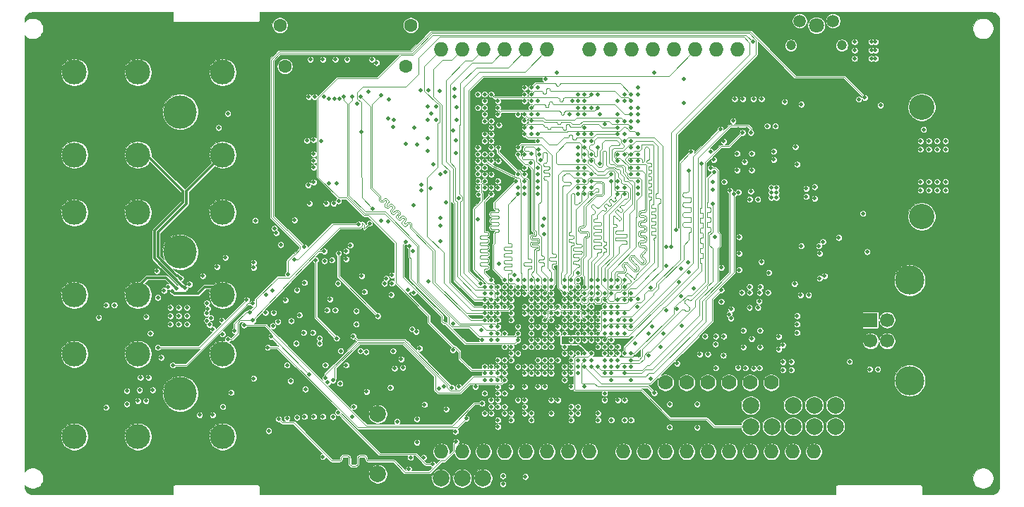
<source format=gbr>
G04 #@! TF.GenerationSoftware,KiCad,Pcbnew,(5.0.1)-rc2*
G04 #@! TF.CreationDate,2021-03-03T09:19:06-05:00*
G04 #@! TF.ProjectId,DFTBoard,444654426F6172642E6B696361645F70,rev?*
G04 #@! TF.SameCoordinates,Original*
G04 #@! TF.FileFunction,Copper,L5,Inr,Signal*
G04 #@! TF.FilePolarity,Positive*
%FSLAX46Y46*%
G04 Gerber Fmt 4.6, Leading zero omitted, Abs format (unit mm)*
G04 Created by KiCad (PCBNEW (5.0.1)-rc2) date 3/3/2021 9:19:06 AM*
%MOMM*%
%LPD*%
G01*
G04 APERTURE LIST*
G04 #@! TA.AperFunction,ViaPad*
%ADD10C,3.048000*%
G04 #@! TD*
G04 #@! TA.AperFunction,ViaPad*
%ADD11O,1.727200X1.727200*%
G04 #@! TD*
G04 #@! TA.AperFunction,ViaPad*
%ADD12C,2.000000*%
G04 #@! TD*
G04 #@! TA.AperFunction,ViaPad*
%ADD13C,1.778000*%
G04 #@! TD*
G04 #@! TA.AperFunction,ViaPad*
%ADD14C,1.200000*%
G04 #@! TD*
G04 #@! TA.AperFunction,ViaPad*
%ADD15C,1.500000*%
G04 #@! TD*
G04 #@! TA.AperFunction,ViaPad*
%ADD16C,1.800000*%
G04 #@! TD*
G04 #@! TA.AperFunction,ViaPad*
%ADD17C,3.000000*%
G04 #@! TD*
G04 #@! TA.AperFunction,ViaPad*
%ADD18C,4.000000*%
G04 #@! TD*
G04 #@! TA.AperFunction,ViaPad*
%ADD19R,1.700000X1.700000*%
G04 #@! TD*
G04 #@! TA.AperFunction,ViaPad*
%ADD20C,1.700000*%
G04 #@! TD*
G04 #@! TA.AperFunction,ViaPad*
%ADD21C,3.500000*%
G04 #@! TD*
G04 #@! TA.AperFunction,ViaPad*
%ADD22C,1.600000*%
G04 #@! TD*
G04 #@! TA.AperFunction,ViaPad*
%ADD23C,0.480000*%
G04 #@! TD*
G04 #@! TA.AperFunction,Conductor*
%ADD24C,0.102000*%
G04 #@! TD*
G04 #@! TA.AperFunction,Conductor*
%ADD25C,0.300000*%
G04 #@! TD*
G04 #@! TA.AperFunction,Conductor*
%ADD26C,0.115000*%
G04 #@! TD*
G04 APERTURE END LIST*
D10*
G04 #@! TO.N,GND*
G04 #@! TO.C,J6*
X209641220Y-125570980D03*
X209641220Y-112429020D03*
G04 #@! TD*
D11*
G04 #@! TO.N,LCD_D4*
G04 #@! TO.C,XA1*
X152000000Y-105540000D03*
G04 #@! TO.N,LCD_D5*
X154540000Y-105540000D03*
G04 #@! TO.N,LCD_D6*
X157080000Y-105540000D03*
G04 #@! TO.N,LCD_D7*
X159620000Y-105540000D03*
G04 #@! TO.N,LCD_D8*
X162160000Y-105540000D03*
G04 #@! TO.N,*
X187560000Y-105540000D03*
G04 #@! TO.N,LCD_D20*
X181464000Y-153800000D03*
G04 #@! TO.N,LCD_D21*
X184004000Y-153800000D03*
G04 #@! TO.N,LCD_D22*
X186544000Y-153800000D03*
G04 #@! TO.N,LCD_D10*
X191624000Y-153800000D03*
G04 #@! TO.N,LCD_D3*
X194164000Y-153800000D03*
G04 #@! TO.N,LCD_D2*
X196704000Y-153800000D03*
G04 #@! TO.N,LCD_D19*
X178924000Y-153800000D03*
G04 #@! TO.N,LCD_D18*
X176384000Y-153800000D03*
G04 #@! TO.N,LCD_D17*
X173844000Y-153800000D03*
G04 #@! TO.N,GND*
X189084000Y-153800000D03*
G04 #@! TO.N,LCD_D16*
X169780000Y-153800000D03*
G04 #@! TO.N,LCD_D15*
X167240000Y-153800000D03*
G04 #@! TO.N,LCD_D14*
X164700000Y-153800000D03*
G04 #@! TO.N,LCD_D13*
X162160000Y-153800000D03*
G04 #@! TO.N,LCD_D12*
X159620000Y-153800000D03*
G04 #@! TO.N,LCD_D11*
X157080000Y-153800000D03*
G04 #@! TO.N,LCD_D1*
X154540000Y-153800000D03*
G04 #@! TO.N,LCD_D0*
X152000000Y-153800000D03*
G04 #@! TO.N,+3V3*
X185020000Y-105540000D03*
G04 #@! TO.N,LCD_D23*
X182480000Y-105540000D03*
G04 #@! TO.N,+3V3*
X179940000Y-105540000D03*
G04 #@! TO.N,+5V*
X177400000Y-105540000D03*
G04 #@! TO.N,GND*
X174860000Y-105540000D03*
X172320000Y-105540000D03*
G04 #@! TO.N,+5V*
X169780000Y-105540000D03*
G04 #@! TO.N,LCD_D9*
X164700000Y-105540000D03*
G04 #@! TD*
D12*
G04 #@! TO.N,AX_TMS*
G04 #@! TO.C,CON1*
X194200000Y-150770000D03*
G04 #@! TO.N,N/C*
X194200000Y-148230000D03*
X196740000Y-148230000D03*
G04 #@! TO.N,GND*
X199280000Y-148230000D03*
G04 #@! TO.N,AX_TDI*
X199280000Y-150770000D03*
G04 #@! TO.N,N/C*
X196740000Y-150770000D03*
G04 #@! TO.N,AX_TDO*
X191660000Y-150770000D03*
G04 #@! TO.N,+1V8*
X191660000Y-148230000D03*
G04 #@! TO.N,GND*
X189120000Y-148230000D03*
G04 #@! TO.N,AX_TCLK*
X189120000Y-150770000D03*
G04 #@! TD*
D13*
G04 #@! TO.N,N/C*
G04 #@! TO.C,U17*
X178900000Y-145500000D03*
G04 #@! TO.N,UART33_TX*
X181440000Y-145500000D03*
G04 #@! TO.N,UART33_RX*
X183980000Y-145500000D03*
G04 #@! TO.N,+3V3*
X186520000Y-145500000D03*
G04 #@! TO.N,N/C*
X189060000Y-145500000D03*
G04 #@! TO.N,GND*
X191600000Y-145500000D03*
G04 #@! TD*
D14*
G04 #@! TO.N,/Sensors/TEMPO_LED_R*
G04 #@! TO.C,SW1*
X200050000Y-105025000D03*
G04 #@! TO.N,/Sensors/TEMPO_LED_D*
X193950000Y-105025000D03*
D15*
G04 #@! TO.N,TEMPO_SW*
X199000000Y-102075000D03*
D16*
G04 #@! TO.N,N/C*
X197000000Y-102625000D03*
D15*
G04 #@! TO.N,GND*
X195000000Y-102075000D03*
G04 #@! TD*
D17*
G04 #@! TO.N,GNDA*
G04 #@! TO.C,J4*
X108000000Y-118160000D03*
G04 #@! TO.N,ROUT_N*
X115620000Y-118160000D03*
G04 #@! TO.N,ROUT_P*
X125780000Y-118160000D03*
G04 #@! TO.N,/Audio/RSWITCH*
X125780000Y-108250000D03*
G04 #@! TO.N,GNDA*
X115620000Y-108250000D03*
G04 #@! TO.N,N/C*
X108000000Y-108250000D03*
D18*
X120700000Y-113000000D03*
G04 #@! TD*
D17*
G04 #@! TO.N,GNDA*
G04 #@! TO.C,J3*
X108000000Y-135000000D03*
G04 #@! TO.N,LOUT_N*
X115620000Y-135000000D03*
G04 #@! TO.N,LOUT_P*
X125780000Y-135000000D03*
G04 #@! TO.N,/Audio/LSWITCH*
X125780000Y-125090000D03*
G04 #@! TO.N,GNDA*
X115620000Y-125090000D03*
G04 #@! TO.N,N/C*
X108000000Y-125090000D03*
D18*
X120700000Y-129840000D03*
G04 #@! TD*
D17*
G04 #@! TO.N,GNDA*
G04 #@! TO.C,J2*
X108000000Y-152000000D03*
G04 #@! TO.N,/Audio/JACK_IN_N*
X115620000Y-152000000D03*
G04 #@! TO.N,/Audio/JACK_IN_P*
X125780000Y-152000000D03*
G04 #@! TO.N,/Audio/INSWITCH*
X125780000Y-142090000D03*
G04 #@! TO.N,GNDA*
X115620000Y-142090000D03*
G04 #@! TO.N,N/C*
X108000000Y-142090000D03*
D18*
X120700000Y-146840000D03*
G04 #@! TD*
D19*
G04 #@! TO.N,+5V*
G04 #@! TO.C,J7*
X203500000Y-138000000D03*
D20*
G04 #@! TO.N,USBD_D_N*
X203500000Y-140500000D03*
G04 #@! TO.N,USBD_D_P*
X205500000Y-140500000D03*
G04 #@! TO.N,GND*
X205500000Y-138000000D03*
D21*
X208210000Y-133230000D03*
X208210000Y-145270000D03*
G04 #@! TD*
D22*
G04 #@! TO.N,GND*
G04 #@! TO.C,J9*
X132650000Y-102600000D03*
X133250000Y-107550000D03*
X148350000Y-102600000D03*
X147750000Y-107550000D03*
G04 #@! TD*
D12*
G04 #@! TO.N,N/C*
G04 #@! TO.C,J5*
X144400000Y-156500000D03*
X144400000Y-149300000D03*
G04 #@! TD*
G04 #@! TO.N,IR_RX*
G04 #@! TO.C,U22*
X151960000Y-157000000D03*
G04 #@! TO.N,GND*
X154500000Y-157000000D03*
G04 #@! TO.N,+3V3*
X157000000Y-157000000D03*
G04 #@! TD*
D23*
G04 #@! TO.N,+3V3*
X174000000Y-134800000D03*
X172400000Y-140400000D03*
X173200000Y-137200000D03*
X159600000Y-144400000D03*
X158800000Y-146800000D03*
X174000000Y-143600000D03*
X158000000Y-149200000D03*
X160400000Y-150000000D03*
X164400000Y-146000000D03*
X171600000Y-142800000D03*
X167600000Y-146000000D03*
X168400000Y-149200000D03*
X161200000Y-147600000D03*
X166000000Y-147600000D03*
X174800000Y-150000000D03*
X149515000Y-110400000D03*
X118750000Y-134450000D03*
X161200000Y-138800000D03*
X158800000Y-138000000D03*
X159600000Y-135600000D03*
X157200000Y-134800000D03*
X160400000Y-141200000D03*
X158000000Y-140400000D03*
X162000000Y-136400000D03*
X157200000Y-143600000D03*
X175275000Y-140825000D03*
X186750000Y-137800000D03*
X190200000Y-143750000D03*
X188500000Y-143750000D03*
X185950000Y-121400000D03*
X187650000Y-122650000D03*
X189150000Y-122550000D03*
X185900000Y-116550000D03*
X173200000Y-147600000D03*
X171600000Y-147600000D03*
X135600000Y-149600000D03*
X124600000Y-139100000D03*
X138535000Y-121550000D03*
X135900000Y-116450000D03*
X139100000Y-124000000D03*
X114300000Y-146512500D03*
X131800000Y-138700000D03*
X203600000Y-105600000D03*
X203600000Y-104600000D03*
X201600000Y-104600000D03*
X201600000Y-105600000D03*
X204100000Y-106600000D03*
X203600000Y-106600000D03*
X201600000Y-106600000D03*
X204100000Y-104600000D03*
X204100000Y-105600000D03*
X170800000Y-150000000D03*
X179000000Y-131500000D03*
X167600000Y-149200000D03*
X184800000Y-128000000D03*
X159400000Y-157685000D03*
X145200000Y-133600000D03*
X179400000Y-148100000D03*
X182700000Y-148100000D03*
X181100000Y-109100000D03*
X125772107Y-139683679D03*
X181675607Y-132268607D03*
X117100000Y-139600000D03*
X140600000Y-130685000D03*
X115915000Y-144900000D03*
X115812500Y-146400000D03*
X146300000Y-114000000D03*
X146100000Y-133585000D03*
X160400000Y-138000000D03*
X118000000Y-135300000D03*
X145700000Y-111500000D03*
X124587500Y-149400000D03*
X112785000Y-136200000D03*
X116585000Y-147700000D03*
X151900000Y-125715000D03*
X130915000Y-137100000D03*
X141800000Y-136912500D03*
X191115000Y-114700000D03*
X189015000Y-123500000D03*
X193000000Y-143985000D03*
X183015000Y-142100000D03*
X194000000Y-143015000D03*
X203415000Y-143900000D03*
X137400000Y-140200000D03*
X137400000Y-140800000D03*
X134600000Y-140800000D03*
X133500000Y-143400000D03*
X149600000Y-122400000D03*
X146200000Y-114800000D03*
X145600000Y-113800000D03*
X145600000Y-126200000D03*
X138100000Y-143400000D03*
X138400000Y-145500000D03*
X135700000Y-146300000D03*
X202600000Y-125200000D03*
X180807000Y-131800000D03*
X137586001Y-116500000D03*
X139850000Y-145600000D03*
X142300000Y-141700000D03*
X186550000Y-137300000D03*
X185850000Y-142250000D03*
X179000000Y-136800000D03*
G04 #@! TO.N,JD_IN*
X159600000Y-146800000D03*
X126800000Y-146700000D03*
G04 #@! TO.N,JD_ROUT*
X126400000Y-113200000D03*
X156900000Y-148000000D03*
X128346573Y-138609228D03*
G04 #@! TO.N,JD_LOUT*
X126100000Y-130500000D03*
G04 #@! TO.N,+5V*
X192500000Y-140000000D03*
X191900000Y-118750000D03*
X144242000Y-107100000D03*
X149000000Y-139400000D03*
X148600000Y-129700000D03*
X136200000Y-124000000D03*
X138200000Y-124000000D03*
X134400000Y-126000000D03*
X129500000Y-131700000D03*
X192200000Y-122700000D03*
X192200000Y-122100000D03*
X191600000Y-122100000D03*
X191600000Y-122700000D03*
X191600000Y-123300000D03*
X192200000Y-123300000D03*
X139285000Y-136800000D03*
X149887500Y-154500000D03*
X184600000Y-122385000D03*
X195800000Y-123185000D03*
X195115000Y-135000000D03*
X194700000Y-139500000D03*
X148700000Y-134700000D03*
X139500000Y-121600000D03*
X197400000Y-130000000D03*
X197800000Y-128600000D03*
X198000000Y-132700000D03*
G04 #@! TO.N,RF_IRQ*
X136050000Y-121800000D03*
X142459179Y-132700001D03*
G04 #@! TO.N,GNDA*
X119250000Y-134000000D03*
X114300000Y-148087500D03*
X209500000Y-122400000D03*
X210500000Y-122400000D03*
X211500000Y-122400000D03*
X212500000Y-122400000D03*
X212500000Y-121400000D03*
X211500000Y-121400000D03*
X210500000Y-121400000D03*
X209500000Y-121400000D03*
X131000000Y-135000000D03*
X116600000Y-137600000D03*
X118400000Y-142500000D03*
X116885000Y-144900000D03*
X117387500Y-146400000D03*
X148100000Y-155900000D03*
X123012500Y-149400000D03*
X111815000Y-136200000D03*
X115615000Y-147700000D03*
X132400000Y-138200000D03*
X119500000Y-136500000D03*
X121500000Y-136500000D03*
X120500000Y-137500000D03*
X119500000Y-138500000D03*
X121500000Y-138500000D03*
X120500000Y-138500000D03*
X119500000Y-137500000D03*
X120500000Y-136500000D03*
X121500000Y-137500000D03*
X131722107Y-134422107D03*
X134000000Y-138100000D03*
G04 #@! TO.N,GND*
X125800000Y-148400000D03*
X158800000Y-150800000D03*
X174800000Y-145200000D03*
X172400000Y-150000000D03*
X166800000Y-142000000D03*
X157200000Y-146800000D03*
X165200000Y-149200000D03*
X163600000Y-119700000D03*
X163600000Y-110100000D03*
X173200000Y-122100000D03*
X157200000Y-116500000D03*
X163600000Y-122100000D03*
X156400000Y-122100000D03*
X156400000Y-118100000D03*
X157200000Y-119700000D03*
X157200000Y-118100000D03*
X156400000Y-118900000D03*
X156400000Y-112500000D03*
X158800000Y-134000000D03*
X158000000Y-136400000D03*
X167600000Y-134000000D03*
X164400000Y-133200000D03*
X163600000Y-135600000D03*
X161200000Y-134800000D03*
X170000000Y-134800000D03*
X174000000Y-137200000D03*
X172400000Y-136400000D03*
X169200000Y-137200000D03*
X166800000Y-136400000D03*
X170000000Y-139600000D03*
X168400000Y-139600000D03*
X169200000Y-138800000D03*
X167600000Y-138800000D03*
X166000000Y-139600000D03*
X164400000Y-139600000D03*
X162800000Y-139600000D03*
X163600000Y-140400000D03*
X160400000Y-137200000D03*
X156800000Y-139200000D03*
X159600000Y-139600000D03*
X158800000Y-142800000D03*
X162800000Y-141200000D03*
X164400000Y-141200000D03*
X165200000Y-141200000D03*
X165200000Y-140400000D03*
X166800000Y-139600000D03*
X163600000Y-142800000D03*
X164400000Y-142800000D03*
X165200000Y-142800000D03*
X164400000Y-143600000D03*
X162800000Y-143600000D03*
X162000000Y-143600000D03*
X161200000Y-143600000D03*
X163600000Y-144400000D03*
X160400000Y-146000000D03*
X165200000Y-147600000D03*
X174000000Y-150000000D03*
X162800000Y-149200000D03*
X159600000Y-148400000D03*
X158000000Y-145200000D03*
X170000000Y-140400000D03*
X170800000Y-140400000D03*
X172400000Y-142000000D03*
X174000000Y-139600000D03*
X166000000Y-142800000D03*
X167600000Y-142800000D03*
X166800000Y-143600000D03*
X165200000Y-144400000D03*
X167600000Y-144400000D03*
X169200000Y-142000000D03*
X167600000Y-142000000D03*
X166800000Y-141200000D03*
X171600000Y-138000000D03*
X168400000Y-148400000D03*
X174000000Y-147600000D03*
X163600000Y-146000000D03*
X168400000Y-144400000D03*
X170800000Y-149200000D03*
X171600000Y-146800000D03*
X169200000Y-146000000D03*
X172400000Y-144400000D03*
X163600000Y-138800000D03*
X167600000Y-140400000D03*
X166800000Y-145200000D03*
X162000000Y-147600000D03*
X156400000Y-110900000D03*
X175600000Y-114100000D03*
X175600000Y-122100000D03*
X175600000Y-120500000D03*
X168400000Y-110900000D03*
X168400000Y-122100000D03*
X175600000Y-112500000D03*
X175600000Y-119700000D03*
X175600000Y-118100000D03*
X174800000Y-119700000D03*
X169200000Y-116500000D03*
X169200000Y-118100000D03*
X174800000Y-116500000D03*
X175600000Y-110100000D03*
X168400000Y-113300000D03*
X161200000Y-122100000D03*
X156485148Y-122921782D03*
X165200000Y-137200000D03*
X162798946Y-115693010D03*
X157200000Y-120500000D03*
X168400000Y-122900000D03*
X163600000Y-111698957D03*
X163599738Y-113293010D03*
X168406990Y-118095987D03*
X168406999Y-111700000D03*
X173181990Y-133197925D03*
X169200000Y-119700000D03*
X169200000Y-120500000D03*
X162779514Y-119105606D03*
X163700000Y-117500000D03*
X163593242Y-120525867D03*
X168400000Y-118894490D03*
X157200000Y-114100000D03*
X153465000Y-115200000D03*
X164485000Y-109094967D03*
X164341294Y-127726187D03*
X164199608Y-126694607D03*
X164315000Y-125850000D03*
X158900000Y-131200000D03*
X150412500Y-117700000D03*
X150412500Y-116200000D03*
X149140000Y-116895000D03*
X153600000Y-111185000D03*
X153840000Y-113997500D03*
X153800000Y-117987500D03*
X150485000Y-110400000D03*
X150840000Y-113210000D03*
X151400000Y-112400000D03*
X150400000Y-112400000D03*
X150400000Y-114000000D03*
X151400000Y-114000000D03*
X147800000Y-116887500D03*
X170000000Y-138000000D03*
X171600000Y-142000000D03*
X191900000Y-117750000D03*
X190200000Y-134700000D03*
X190135000Y-135750000D03*
X189000000Y-134700000D03*
X189465000Y-111450000D03*
X188185000Y-111450000D03*
X201000000Y-142985000D03*
X189250000Y-140250000D03*
X190250000Y-139250000D03*
X190250000Y-141250000D03*
X188250000Y-141250000D03*
X188250000Y-139250000D03*
X188400000Y-119000000D03*
X189250000Y-118000000D03*
X187500000Y-118000000D03*
X187500000Y-120000000D03*
X189250000Y-120000000D03*
X194400000Y-133650000D03*
X167600000Y-150000000D03*
X177300000Y-138786001D03*
X180300000Y-136685000D03*
X140700000Y-106700000D03*
X139300000Y-106700000D03*
X143700000Y-106700000D03*
X137800000Y-106700000D03*
X136300000Y-106700000D03*
X162000000Y-146000000D03*
X137800000Y-149600000D03*
X141300000Y-149600000D03*
X124200000Y-138558000D03*
X136700000Y-118050000D03*
X136687029Y-116362971D03*
X136700000Y-118850000D03*
X136700000Y-119650000D03*
X136700000Y-121450000D03*
X134700000Y-134400000D03*
X138650000Y-135500000D03*
X158800000Y-140400000D03*
X131300000Y-151300000D03*
X148500000Y-139100000D03*
X138900000Y-130800000D03*
X193200000Y-111800000D03*
X132000000Y-127000000D03*
X129500000Y-145000000D03*
X129500000Y-131100000D03*
X196800000Y-122000000D03*
X194700000Y-119300000D03*
X194500000Y-117200000D03*
X162800000Y-138000000D03*
X147200000Y-142700000D03*
X153400000Y-138400000D03*
X125100000Y-131600000D03*
X150700000Y-122200000D03*
X151900000Y-120500000D03*
X152500000Y-120200000D03*
X151100000Y-119300000D03*
X202100000Y-111500000D03*
X204700000Y-112200000D03*
X209500000Y-116500000D03*
X210500000Y-116500000D03*
X210500000Y-117500000D03*
X209500000Y-117500000D03*
X211500000Y-116500000D03*
X212500000Y-116500000D03*
X212500000Y-117500000D03*
X211500000Y-117500000D03*
X153400000Y-141600000D03*
X156400000Y-125937500D03*
X125300000Y-114900000D03*
X123387500Y-132700000D03*
X149400000Y-141400000D03*
X187015000Y-114093000D03*
X154100000Y-146000000D03*
X156100000Y-146000000D03*
X159600000Y-142800000D03*
X158800000Y-147600000D03*
X167600000Y-148400000D03*
X181659990Y-131048000D03*
X159400000Y-156715000D03*
X149100000Y-152700000D03*
X153719148Y-151380852D03*
X185600000Y-135800000D03*
X209871644Y-115115856D03*
X199700000Y-128100000D03*
X203100000Y-129800000D03*
X194700000Y-137500000D03*
X194700000Y-138500000D03*
X160400000Y-142000000D03*
X179400000Y-150855000D03*
X182700000Y-150900000D03*
X181100000Y-111900000D03*
X117885000Y-132100000D03*
X146000000Y-134962500D03*
X140600000Y-129715000D03*
X151887500Y-128500000D03*
X146100000Y-132615000D03*
X140600000Y-143400000D03*
X151900000Y-126685000D03*
X131885000Y-137100000D03*
X143050000Y-146600000D03*
X141800000Y-138487500D03*
X138315000Y-136800000D03*
X148312500Y-154500000D03*
X150500000Y-133342002D03*
X184600000Y-121415000D03*
X192085000Y-114700000D03*
X189985000Y-123500000D03*
X195800000Y-122215000D03*
X193000000Y-143015000D03*
X183985000Y-142100000D03*
X194000000Y-143985000D03*
X162093000Y-156800000D03*
X178700000Y-139586001D03*
X178315000Y-141200000D03*
X204385000Y-143900000D03*
X196085000Y-135000000D03*
X148000000Y-134400000D03*
X162000000Y-137200000D03*
X146225000Y-141725000D03*
X172400000Y-145200000D03*
X144800000Y-126100000D03*
X139700000Y-123700000D03*
X146400000Y-143800000D03*
X148700000Y-124200000D03*
X165900000Y-108300000D03*
X177600000Y-108300000D03*
X190400000Y-131000000D03*
X195200000Y-129100000D03*
X139950000Y-141700000D03*
X143000000Y-141816179D03*
X185600000Y-131700000D03*
X184950000Y-143750000D03*
X180850008Y-138694206D03*
X125685027Y-138040829D03*
G04 #@! TO.N,/Audio/MICBIAS*
X118000000Y-141300000D03*
X128659179Y-135585035D03*
X133300000Y-135600000D03*
G04 #@! TO.N,/Audio/SIGC_F*
X119800000Y-143400000D03*
X129400000Y-136000000D03*
G04 #@! TO.N,/DDR3/VREF*
X175600000Y-117300000D03*
X163597857Y-116493010D03*
X158000000Y-114100000D03*
X169200000Y-138000000D03*
X166000000Y-136400000D03*
X164400000Y-138000000D03*
X171000000Y-113300000D03*
X151800000Y-110500000D03*
G04 #@! TO.N,DDR3_CK_P*
X170000000Y-116500000D03*
X164400000Y-135600000D03*
X158000000Y-116500000D03*
G04 #@! TO.N,DDR3_CK_N*
X158000000Y-115700000D03*
X164400000Y-136400000D03*
X170000000Y-115700000D03*
G04 #@! TO.N,DDR3_RAS#*
X162800000Y-136400000D03*
X173200000Y-115700000D03*
X162004488Y-115693010D03*
G04 #@! TO.N,DDR3_WE#*
X161974367Y-114093010D03*
X162800000Y-135600000D03*
X173200000Y-114100000D03*
G04 #@! TO.N,DDR3_CKE*
X157200000Y-115700000D03*
X160400000Y-134800000D03*
X168400000Y-115700000D03*
G04 #@! TO.N,DDR3_CAS#*
X163600000Y-134800000D03*
X173200000Y-114900000D03*
X162000000Y-114925000D03*
G04 #@! TO.N,DDR3_BA1*
X166800000Y-137200000D03*
X157200000Y-113300000D03*
X169200000Y-113300000D03*
G04 #@! TO.N,DDR3_BA0*
X166800000Y-138000000D03*
X174800000Y-114100000D03*
X162800000Y-113293010D03*
G04 #@! TO.N,DDR3_A0*
X161200000Y-113300000D03*
X173200000Y-113300000D03*
X165205333Y-135606990D03*
G04 #@! TO.N,DDR3_A2*
X162000000Y-111700000D03*
X167600000Y-135600000D03*
X173200000Y-111700000D03*
G04 #@! TO.N,DDR3_A1*
X165200000Y-136400000D03*
X170000000Y-112500000D03*
X158793010Y-112498402D03*
G04 #@! TO.N,DDR3_A10*
X168400000Y-134800000D03*
X158926746Y-114586512D03*
X171600000Y-114500000D03*
G04 #@! TO.N,DDR3_A4*
X157200000Y-112500000D03*
X167600000Y-137200000D03*
X169200000Y-112500000D03*
G04 #@! TO.N,DDR3_A6*
X169200000Y-111700000D03*
X157200000Y-111700000D03*
X168400000Y-138000000D03*
G04 #@! TO.N,DDR3_A5*
X167600000Y-136400000D03*
X162800000Y-111698957D03*
X174800000Y-112500000D03*
G04 #@! TO.N,DDR3_A3*
X166800000Y-135600000D03*
X174800000Y-113300000D03*
X162800619Y-112493010D03*
G04 #@! TO.N,DDR3_A8*
X157200000Y-110900000D03*
X168400000Y-136400000D03*
X169200000Y-110900000D03*
G04 #@! TO.N,DDR3_A11*
X170800000Y-110900000D03*
X169988632Y-136399475D03*
X158800000Y-111700000D03*
G04 #@! TO.N,DDR3_A9*
X162000000Y-110900000D03*
X169200000Y-136400000D03*
X174000000Y-111700000D03*
G04 #@! TO.N,DDR3_A7*
X162800000Y-110900000D03*
X168400000Y-137200000D03*
X174800000Y-111700000D03*
G04 #@! TO.N,DDR3_A12*
X169200000Y-135600000D03*
X170800000Y-112500000D03*
X158800000Y-113300000D03*
G04 #@! TO.N,DDR3_ODT*
X163600000Y-136400000D03*
X175600000Y-115700000D03*
X163600000Y-115700000D03*
G04 #@! TO.N,Net-(C76-Pad2)*
X190435000Y-111450000D03*
G04 #@! TO.N,Net-(C85-Pad2)*
X191200000Y-134700000D03*
X190300000Y-134000000D03*
G04 #@! TO.N,+1V35*
X171600000Y-134800000D03*
X167600000Y-138000000D03*
X165200000Y-134800000D03*
X162800000Y-134000000D03*
X170000000Y-137200000D03*
X168400000Y-135600000D03*
X175600000Y-118900000D03*
X175600000Y-122900000D03*
X175600000Y-121300000D03*
X175600000Y-110900000D03*
X168400000Y-133200000D03*
X156400000Y-119700000D03*
X158000000Y-114900000D03*
X156400000Y-117300000D03*
X158000000Y-118100000D03*
X163600000Y-121300000D03*
X158000000Y-122100000D03*
X162000000Y-122100000D03*
X174000000Y-115700000D03*
X163600000Y-122900000D03*
X168400000Y-121300000D03*
X170000000Y-118100000D03*
X169200000Y-122900000D03*
X174800000Y-117300000D03*
X168400000Y-117300000D03*
X169200000Y-115700000D03*
X164400000Y-137200000D03*
X156402274Y-120453296D03*
X174793010Y-120512732D03*
X162800000Y-114893010D03*
X168400000Y-120481990D03*
X156406990Y-121293472D03*
X173995087Y-122106990D03*
X161993010Y-120506797D03*
X168403748Y-112501148D03*
X175600000Y-113300000D03*
X168400000Y-119695979D03*
X160800000Y-132600000D03*
X163800000Y-118100000D03*
X153840000Y-112422500D03*
X153600000Y-110215000D03*
X153800000Y-116412500D03*
X167700000Y-111700000D03*
X165200000Y-138000000D03*
X154100000Y-123400000D03*
G04 #@! TO.N,AX_TCLK*
X170000000Y-142000000D03*
G04 #@! TO.N,AX_TDI*
X169200000Y-142800000D03*
X177553001Y-146753001D03*
G04 #@! TO.N,AX_TMS*
X170000000Y-142800000D03*
G04 #@! TO.N,LCD_D6*
X157200000Y-135600000D03*
G04 #@! TO.N,LCD_D5*
X157200000Y-136400000D03*
G04 #@! TO.N,LCD_D4*
X160400000Y-136400000D03*
G04 #@! TO.N,LCD_D13*
X158800000Y-150000000D03*
G04 #@! TO.N,/Audio/LED_1BC*
X187749180Y-128023880D03*
G04 #@! TO.N,/Audio/LED_1GC*
X187749180Y-130000000D03*
G04 #@! TO.N,/Audio/LED_1RC*
X187749180Y-131976120D03*
G04 #@! TO.N,SD_D2*
X132500000Y-149900000D03*
X174800000Y-138800000D03*
X153800000Y-152600000D03*
G04 #@! TO.N,SD_D3*
X170800000Y-141200000D03*
X133500000Y-149800000D03*
G04 #@! TO.N,SD_CMD*
X171600000Y-139600000D03*
X134700000Y-149700000D03*
G04 #@! TO.N,SD_CLK*
X136700000Y-149600000D03*
G04 #@! TO.N,SD_D0*
X174800000Y-138000000D03*
X139000000Y-149607000D03*
G04 #@! TO.N,SD_D1*
X171600000Y-141200000D03*
X141500000Y-148400000D03*
G04 #@! TO.N,SD_CD*
X131200000Y-141300000D03*
X174800000Y-143600000D03*
X155000000Y-149800000D03*
G04 #@! TO.N,TEMPO_SW*
X158800000Y-144400000D03*
X189400000Y-104600000D03*
G04 #@! TO.N,DDR3_DM0*
X170998968Y-119181088D03*
X174017044Y-133197457D03*
G04 #@! TO.N,DDR3_DQ2*
X174000000Y-134000000D03*
X174800000Y-118900000D03*
G04 #@! TO.N,DDR3_DQ3*
X170800000Y-133200000D03*
X169200000Y-118900000D03*
G04 #@! TO.N,DDR3_DQ6*
X172400000Y-134800000D03*
X174800000Y-118100000D03*
G04 #@! TO.N,DDR3_DQ5*
X171600000Y-133200000D03*
X169200000Y-117300000D03*
G04 #@! TO.N,DDR3_DQ7*
X170800000Y-117300000D03*
X172395979Y-133200000D03*
G04 #@! TO.N,DDR3_DM1*
X169200000Y-134800000D03*
X172400000Y-121300000D03*
G04 #@! TO.N,DDR3_DQ14*
X167600000Y-134800000D03*
X169200000Y-122100000D03*
G04 #@! TO.N,DDR3_DQ15*
X173200000Y-122900000D03*
X170000000Y-133200000D03*
G04 #@! TO.N,DDR3_DQS0_N*
X172400000Y-134000000D03*
X173200000Y-118100000D03*
G04 #@! TO.N,DDR3_DQ1*
X170800000Y-134000000D03*
X170000000Y-118900000D03*
G04 #@! TO.N,DDR3_DRST#*
X162800000Y-110100000D03*
X170800000Y-134800000D03*
X174800000Y-110900000D03*
G04 #@! TO.N,DDR3_DQS0_P*
X174000000Y-118100000D03*
X173200000Y-134000000D03*
G04 #@! TO.N,DDR3_DQ0*
X173200000Y-135600000D03*
X173200000Y-118900000D03*
G04 #@! TO.N,RF2_IRQ*
X180200000Y-127200000D03*
X170800000Y-138000000D03*
X135600000Y-129250000D03*
X139450000Y-140200000D03*
X136950000Y-130800000D03*
G04 #@! TO.N,DDR3_DQ4*
X174000000Y-116500000D03*
X171600000Y-135600000D03*
G04 #@! TO.N,DDR3_A13*
X162000000Y-110100000D03*
X174000000Y-110900000D03*
X170811234Y-135595186D03*
G04 #@! TO.N,DDR3_DQ8*
X170000000Y-120500000D03*
X166800000Y-134800000D03*
G04 #@! TO.N,DDR3_DQ9*
X166800000Y-133200000D03*
X172400000Y-120500000D03*
G04 #@! TO.N,I2S_BCLK*
X158000000Y-143600000D03*
X123986656Y-136620334D03*
G04 #@! TO.N,DDR3_DQS1_N*
X168400000Y-134000000D03*
X170000000Y-122100000D03*
G04 #@! TO.N,DDR3_A14*
X170000000Y-110900000D03*
X158000000Y-110900000D03*
X169995097Y-135600000D03*
G04 #@! TO.N,DDR3_DQ10*
X169200000Y-121300000D03*
X166800000Y-134000000D03*
G04 #@! TO.N,DDR3_DQS1_P*
X170000000Y-121300000D03*
X169200000Y-134000000D03*
G04 #@! TO.N,DDR3_DQ13*
X174000000Y-122900000D03*
X170000000Y-134000000D03*
G04 #@! TO.N,DDR3_DQ11*
X173200000Y-121300000D03*
X168400000Y-132300000D03*
G04 #@! TO.N,DDR3_DQ12*
X167600000Y-133200000D03*
X170000000Y-122900000D03*
G04 #@! TO.N,DDR3_DQ18*
X163925000Y-118825000D03*
X165200000Y-133200000D03*
G04 #@! TO.N,DDR3_DQ17*
X158000000Y-118900000D03*
X162000000Y-133200000D03*
G04 #@! TO.N,DDR3_DQS2_P*
X162000000Y-118100000D03*
X164400000Y-134000000D03*
G04 #@! TO.N,DDR3_CS#*
X163600000Y-137200000D03*
X174800000Y-114900000D03*
X162806993Y-114087683D03*
G04 #@! TO.N,DDR3_DQ16*
X162000000Y-119700000D03*
X162000000Y-134800000D03*
G04 #@! TO.N,DDR3_DQ19*
X157200000Y-118900000D03*
X162000000Y-134000000D03*
G04 #@! TO.N,DDR3_DM2*
X163600000Y-133200000D03*
X158850000Y-118900000D03*
G04 #@! TO.N,DDR3_DQS2_N*
X161200000Y-118100000D03*
X163600000Y-134000000D03*
G04 #@! TO.N,DDR3_DQ20*
X161236686Y-117306990D03*
X165200000Y-134000000D03*
G04 #@! TO.N,DDR3_BA2*
X166000000Y-137200000D03*
X162000000Y-113300000D03*
X174000000Y-114100000D03*
G04 #@! TO.N,I2S_ADCSD*
X157200000Y-145200000D03*
X123892780Y-138058000D03*
G04 #@! TO.N,I2S_DACSD*
X124372107Y-137727893D03*
X158000000Y-144400000D03*
G04 #@! TO.N,I2S_LRCLK*
X157200000Y-144400000D03*
X123848137Y-137185622D03*
G04 #@! TO.N,I2S_MCLK*
X158800000Y-143600000D03*
X123884371Y-135962247D03*
G04 #@! TO.N,+1V8*
X162000000Y-138800000D03*
X162000000Y-138000000D03*
X162000000Y-139600000D03*
X166000000Y-140400000D03*
X162000000Y-140400000D03*
X162800000Y-142800000D03*
X167600000Y-139600000D03*
X167600000Y-141200000D03*
X163600000Y-139600000D03*
X161200000Y-144400000D03*
X189500000Y-136800000D03*
X188500000Y-136800000D03*
X187650000Y-115067002D03*
X188650000Y-115100000D03*
X189165000Y-135750000D03*
X122300000Y-134300000D03*
X124600000Y-146400000D03*
X196300000Y-106700000D03*
X127100000Y-112200000D03*
X187985000Y-114093000D03*
X116915000Y-132100000D03*
X125700000Y-132500000D03*
X134700000Y-129300000D03*
X146000000Y-135900000D03*
X166000000Y-141200000D03*
X161200000Y-146000000D03*
X168400000Y-141200000D03*
X166800000Y-142825000D03*
X155800000Y-139800000D03*
X156000000Y-142600000D03*
X146000000Y-136837500D03*
X146450000Y-138800000D03*
X153400000Y-140600000D03*
X151500000Y-138000000D03*
X152500000Y-139000000D03*
X152500000Y-138000000D03*
X144800000Y-139800000D03*
X184350000Y-139950000D03*
G04 #@! TO.N,+1V0*
X158800000Y-146025000D03*
X159600000Y-143625000D03*
X162800000Y-138800000D03*
X164400000Y-138800000D03*
X168400000Y-142800000D03*
X162800000Y-144400000D03*
X164400000Y-144400000D03*
X169200000Y-139600000D03*
X163600000Y-143600000D03*
X165200000Y-143600000D03*
X166800000Y-144400000D03*
X167600000Y-143600000D03*
X166800000Y-138800000D03*
X168400000Y-142000000D03*
X169200000Y-140400000D03*
X168400000Y-143600000D03*
X168400000Y-140400000D03*
X168400000Y-138800000D03*
X150000000Y-148137500D03*
X147400000Y-143700000D03*
X152600000Y-148700000D03*
X151750000Y-146250000D03*
X149100000Y-149900000D03*
X145900000Y-146100000D03*
G04 #@! TO.N,Net-(C75-Pad2)*
X187215000Y-111450000D03*
G04 #@! TO.N,Net-(C84-Pad2)*
X188065000Y-134700000D03*
X189000000Y-134000000D03*
G04 #@! TO.N,I2C33_SCLK*
X173200000Y-136400000D03*
X179600000Y-129200000D03*
X143400000Y-126400000D03*
X143800000Y-124600000D03*
X129031286Y-137068714D03*
X136172216Y-144527636D03*
X131600000Y-140000000D03*
X142400000Y-115450000D03*
X127206990Y-139313786D03*
G04 #@! TO.N,/Audio/LED_2RC*
X139600000Y-133600000D03*
G04 #@! TO.N,/Audio/LED_2GC*
X138000000Y-130900000D03*
G04 #@! TO.N,/Audio/LED_2BC*
X135600000Y-133500000D03*
G04 #@! TO.N,/Audio/LED_2RA*
X141099989Y-129007000D03*
G04 #@! TO.N,LOUT_P*
X119750000Y-134575000D03*
G04 #@! TO.N,LOUT_N*
X120250000Y-134175000D03*
G04 #@! TO.N,ROUT_P*
X120750000Y-133000000D03*
G04 #@! TO.N,ROUT_N*
X121250000Y-134150000D03*
G04 #@! TO.N,TEMPO_LED*
X195200000Y-112100000D03*
X162800000Y-137200000D03*
G04 #@! TO.N,1v0en*
X129690014Y-126050000D03*
X153300000Y-146107000D03*
X141450000Y-139950000D03*
G04 #@! TO.N,1v8en*
X145400000Y-133000000D03*
X132196999Y-127547647D03*
G04 #@! TO.N,3v3en*
X202800000Y-111300000D03*
X133600000Y-132500000D03*
G04 #@! TO.N,1v35en*
X134400000Y-130700000D03*
X142100000Y-126500000D03*
G04 #@! TO.N,ZYNQ_POR*
X180800000Y-135100000D03*
X132750000Y-128950000D03*
G04 #@! TO.N,PROGRAM_B*
X162000000Y-141200000D03*
G04 #@! TO.N,INIT_B*
X162000000Y-144400000D03*
G04 #@! TO.N,LED_1R_CTRL*
X197400000Y-133000000D03*
X158000000Y-148400000D03*
G04 #@! TO.N,LED_2R_CTRL*
X142800000Y-134600000D03*
G04 #@! TO.N,LED_1G_CTRL*
X191300000Y-132300000D03*
X157200000Y-149200000D03*
G04 #@! TO.N,LED_2G_CTRL*
X144400000Y-137500000D03*
X139692002Y-129987701D03*
G04 #@! TO.N,LED_1B_CTRL*
X158800000Y-148400000D03*
X197300000Y-129100000D03*
G04 #@! TO.N,LED_2B_CTRL*
X135000000Y-137400000D03*
G04 #@! TO.N,Net-(R33-Pad1)*
X173200000Y-139600000D03*
X176900000Y-139600000D03*
G04 #@! TO.N,Net-(R75-Pad1)*
X166000000Y-138800000D03*
G04 #@! TO.N,Net-(R76-Pad1)*
X165200000Y-139634260D03*
X156900000Y-140400000D03*
G04 #@! TO.N,BOOTSPI_SCK_BMODE4*
X175500000Y-136400000D03*
G04 #@! TO.N,BOOTSPI_DQ0_BMODE3*
X174800000Y-134800000D03*
G04 #@! TO.N,BOOTSPI_DQ2_BMODE2*
X171600000Y-136400000D03*
G04 #@! TO.N,BOOTSPI_DQ1_BMODE1*
X170800000Y-137200000D03*
G04 #@! TO.N,BOOTSPI_DQ3_BMODE0*
X174800000Y-135600000D03*
G04 #@! TO.N,VMODE0*
X172400000Y-137200000D03*
G04 #@! TO.N,VMODE1*
X171599999Y-137193000D03*
G04 #@! TO.N,Net-(R100-Pad1)*
X170800000Y-138800000D03*
X179000000Y-129200000D03*
G04 #@! TO.N,1v35PG*
X160400000Y-135600000D03*
X152550000Y-123850000D03*
G04 #@! TO.N,BOOTSPI_CS*
X177100000Y-134100000D03*
G04 #@! TO.N,UART33_TX*
X174000000Y-135600000D03*
X175607000Y-135482201D03*
G04 #@! TO.N,UART33_RX*
X170000000Y-138800000D03*
X172400000Y-139600000D03*
X176901032Y-142243000D03*
G04 #@! TO.N,TLV_RST#*
X121800000Y-133700000D03*
X152300000Y-146000000D03*
G04 #@! TO.N,LCD_D7*
X158000000Y-135600000D03*
G04 #@! TO.N,LCD_D9*
X157200000Y-134000000D03*
G04 #@! TO.N,LCD_D10*
X162000000Y-149200000D03*
G04 #@! TO.N,LCD_D8*
X158800000Y-135600000D03*
G04 #@! TO.N,LCD_D14*
X159600000Y-149200000D03*
G04 #@! TO.N,LCD_D2*
X162000000Y-148400000D03*
G04 #@! TO.N,LCD_D3*
X160400000Y-149200000D03*
G04 #@! TO.N,USBD_D_N*
X193000000Y-141000000D03*
G04 #@! TO.N,USBD_D_P*
X192500000Y-141500000D03*
G04 #@! TO.N,DDR3_DQ27*
X161993010Y-121368010D03*
X160400000Y-133200000D03*
G04 #@! TO.N,DDR3_DQ25*
X159600000Y-133200000D03*
X161000000Y-121300000D03*
G04 #@! TO.N,DDR3_DQ28*
X158000000Y-122900000D03*
X158000000Y-133200000D03*
G04 #@! TO.N,DDR3_DM3*
X158000000Y-134000000D03*
X161200000Y-120500000D03*
G04 #@! TO.N,DDR3_DQS3_P*
X158800000Y-121300000D03*
X160400000Y-134000000D03*
G04 #@! TO.N,DDR3_DQS3_N*
X158800000Y-122100000D03*
X159600000Y-134000000D03*
G04 #@! TO.N,DDR3_DQ29*
X161200000Y-133200000D03*
X162000000Y-122900000D03*
G04 #@! TO.N,DDR3_DQ26*
X158800000Y-134800000D03*
X157200000Y-121300000D03*
G04 #@! TO.N,DDR3_DQ31*
X161200000Y-134000000D03*
X161200000Y-122900000D03*
G04 #@! TO.N,DDR3_DQ30*
X157200000Y-122100000D03*
X159600000Y-134800000D03*
G04 #@! TO.N,DDR3_DQ24*
X158000000Y-120500000D03*
X158000000Y-134800000D03*
G04 #@! TO.N,DDR3_DQ21*
X158000000Y-117300000D03*
X162800000Y-133200000D03*
G04 #@! TO.N,DDR3_DQ23*
X162800000Y-134800000D03*
X158806990Y-117293010D03*
G04 #@! TO.N,DDR3_DQ22*
X164400000Y-134800000D03*
X162800000Y-118050000D03*
G04 #@! TO.N,USB1_D0*
X171600000Y-143600000D03*
X185900000Y-139950000D03*
G04 #@! TO.N,USB0_D3*
X184300000Y-119750000D03*
X170800001Y-143600000D03*
G04 #@! TO.N,USB0_nxt*
X170800000Y-139600000D03*
X184300000Y-117750000D03*
X182000000Y-117800000D03*
G04 #@! TO.N,USB0_D6*
X169999999Y-143600000D03*
X187109625Y-122866150D03*
G04 #@! TO.N,USB1_stp*
X172400000Y-138800000D03*
X189000000Y-136500000D03*
G04 #@! TO.N,USB1_D2*
X172400000Y-142800000D03*
X184904814Y-140893010D03*
G04 #@! TO.N,USB0_D1*
X169200000Y-143600000D03*
X184700000Y-118750000D03*
X185600000Y-134400000D03*
G04 #@! TO.N,USB1_D4*
X171600000Y-144400000D03*
X177103414Y-145002976D03*
G04 #@! TO.N,USB0_D7*
X173200000Y-143600000D03*
X184550000Y-124050000D03*
G04 #@! TO.N,USB1_dir*
X173200000Y-138800000D03*
X186800000Y-136700000D03*
G04 #@! TO.N,USB0_D4*
X184750000Y-120250000D03*
X174800000Y-142800000D03*
G04 #@! TO.N,USB0_stp*
X188150000Y-115500000D03*
X174800000Y-142000000D03*
G04 #@! TO.N,USB0_dir*
X171600000Y-138800000D03*
X185500000Y-115100000D03*
G04 #@! TO.N,USB1_RST*
X173200000Y-142800000D03*
X190000000Y-136500000D03*
X180300000Y-143200000D03*
G04 #@! TO.N,USB0_RST*
X171600000Y-140400000D03*
X189150000Y-115500000D03*
G04 #@! TO.N,USB1_D6*
X172400000Y-143600000D03*
X187600000Y-143700000D03*
G04 #@! TO.N,USB1_CLK*
X172400000Y-141200000D03*
X183650000Y-139950000D03*
G04 #@! TO.N,USB1_D7*
X173200000Y-141200000D03*
X189500000Y-143800000D03*
G04 #@! TO.N,USB0_D0*
X181750000Y-120100000D03*
X173202189Y-138000000D03*
G04 #@! TO.N,USB0_D2*
X174000000Y-142000000D03*
X183250000Y-119250000D03*
G04 #@! TO.N,USB0_D5*
X174000000Y-144400000D03*
X186650000Y-122450000D03*
G04 #@! TO.N,USB1_nxt*
X173200000Y-142000000D03*
X184950000Y-139950000D03*
G04 #@! TO.N,HDMI_CLK_P*
X158800000Y-139600000D03*
X140300000Y-111200000D03*
G04 #@! TO.N,HDMI_CLK_N*
X158800000Y-138800000D03*
X141300000Y-111200000D03*
G04 #@! TO.N,HDMI_CEC*
X159600000Y-136400000D03*
X141900000Y-112000000D03*
G04 #@! TO.N,HDMI_HEAC_P*
X142300000Y-111200000D03*
X157200000Y-138000000D03*
G04 #@! TO.N,HDMI_HEAC_N*
X157200000Y-137200000D03*
X144800000Y-111000000D03*
G04 #@! TO.N,HDMI_R_N*
X158800000Y-136400000D03*
X139779442Y-111460279D03*
G04 #@! TO.N,HDMI_R_P*
X158800000Y-137200000D03*
X139200000Y-111400000D03*
G04 #@! TO.N,HDMI_G_N*
X158000000Y-137200000D03*
X138500000Y-111400000D03*
G04 #@! TO.N,HDMI_G_P*
X137900000Y-111200000D03*
X158000000Y-138000000D03*
G04 #@! TO.N,HDMI_B_N*
X158000000Y-138800000D03*
X136800000Y-111200000D03*
G04 #@! TO.N,HDMI_B_P*
X158000000Y-139600000D03*
X136100000Y-111200000D03*
G04 #@! TO.N,I2C33_SDA*
X143250000Y-110550000D03*
X126394214Y-140305786D03*
X137972107Y-129727893D03*
X182312131Y-134193671D03*
X129400000Y-138050000D03*
G04 #@! TO.N,DDR3_VTT*
X167400000Y-113300000D03*
G04 #@! TO.N,DDR3_VTT_EN*
X173983253Y-138000001D03*
X148747000Y-114900000D03*
G04 #@! TO.N,/DDR3/ZQL*
X169200000Y-114900000D03*
G04 #@! TO.N,IR_RX*
X157965740Y-147600000D03*
G04 #@! TO.N,LCD_D23*
X156700000Y-133600000D03*
G04 #@! TO.N,LCD_D22*
X162800000Y-150000000D03*
G04 #@! TO.N,Net-(R26-Pad1)*
X172400000Y-138000000D03*
X151000000Y-155300000D03*
X139600000Y-149100000D03*
G04 #@! TO.N,/Power/VCCAUX*
X162800000Y-140400000D03*
X163600000Y-141200000D03*
X164400000Y-140400000D03*
X166800000Y-140400000D03*
X175700000Y-142243000D03*
X159600000Y-141200000D03*
G04 #@! TO.N,ACC_INT2*
X161200000Y-142000000D03*
X136600000Y-139500000D03*
G04 #@! TO.N,ACC_INT1*
X160400000Y-142800000D03*
X135500000Y-139500000D03*
G04 #@! TO.N,I2C33_HDMI_SDA*
X161200000Y-140400000D03*
X147800000Y-128600000D03*
G04 #@! TO.N,I2C33_HDMI_SCLK*
X161200000Y-139600000D03*
X149600000Y-121800000D03*
X148200000Y-129100000D03*
G04 #@! TO.N,IMU_INT2*
X158800000Y-145200000D03*
X138100000Y-144983001D03*
G04 #@! TO.N,IMU_INT1*
X159600000Y-145200000D03*
X133924277Y-145307000D03*
X139000000Y-145250000D03*
G04 #@! TO.N,USBH_FAULT*
X174000000Y-138800000D03*
X180518714Y-133418714D03*
X196800000Y-123400000D03*
G04 #@! TO.N,/Audio/HPRCOM_C_N*
X111800000Y-148500000D03*
X137800000Y-154400000D03*
G04 #@! TO.N,/Audio/HPRCOM_C_P*
X110900000Y-137700000D03*
X146700000Y-150200000D03*
G04 #@! TD*
D24*
G04 #@! TO.N,JD_ROUT*
X142977632Y-150695990D02*
X130890870Y-138609228D01*
X156900000Y-148000000D02*
X156000000Y-148000000D01*
X156000000Y-148000000D02*
X153304010Y-150695990D01*
X153304010Y-150695990D02*
X142977632Y-150695990D01*
X128685984Y-138609228D02*
X128346573Y-138609228D01*
X130890870Y-138609228D02*
X128685984Y-138609228D01*
G04 #@! TO.N,/Audio/MICBIAS*
X122981642Y-141300000D02*
X128806999Y-135474643D01*
X118000000Y-141300000D02*
X122981642Y-141300000D01*
G04 #@! TO.N,/Audio/SIGC_F*
X119800000Y-143400000D02*
X121400000Y-143400000D01*
X128500000Y-136300000D02*
X128800000Y-136000000D01*
X128800000Y-136000000D02*
X129400000Y-136000000D01*
X121400000Y-143400000D02*
X128500000Y-136300000D01*
G04 #@! TO.N,/DDR3/VREF*
X168806999Y-137606999D02*
X169200000Y-138000000D01*
X168588641Y-136806999D02*
X168806999Y-137025357D01*
X168806999Y-137025357D02*
X168806999Y-137606999D01*
X166406999Y-136806999D02*
X168588641Y-136806999D01*
X166000000Y-136400000D02*
X166406999Y-136806999D01*
X165025357Y-136793001D02*
X165606999Y-136793001D01*
X164793001Y-137025357D02*
X165025357Y-136793001D01*
X165606999Y-136793001D02*
X166000000Y-136400000D01*
X164793001Y-137606999D02*
X164793001Y-137025357D01*
X164400000Y-138000000D02*
X164793001Y-137606999D01*
G04 #@! TO.N,DDR3_RAS#*
X170581642Y-115700000D02*
X173200000Y-115700000D01*
X170174643Y-116106999D02*
X170581642Y-115700000D01*
X168293001Y-116106999D02*
X170174643Y-116106999D01*
X168268576Y-116109751D02*
X168293001Y-116106999D01*
X168245376Y-116117869D02*
X168268576Y-116109751D01*
X168194107Y-116169138D02*
X168207184Y-116148326D01*
X168180486Y-116241188D02*
X168185989Y-116192338D01*
X168172368Y-116264388D02*
X168180486Y-116241188D01*
X167358310Y-115807037D02*
X167387566Y-115777781D01*
X167313368Y-115963349D02*
X167322633Y-115881121D01*
X167299703Y-116002401D02*
X167313368Y-115963349D01*
X167277691Y-116037433D02*
X167299703Y-116002401D01*
X168224564Y-116130946D02*
X168245376Y-116117869D01*
X167248435Y-116066689D02*
X167277691Y-116037433D01*
X167133238Y-116106999D02*
X167174351Y-116102366D01*
X167322633Y-115881121D02*
X167336298Y-115842069D01*
X167336298Y-115842069D02*
X167358310Y-115807037D01*
X168207184Y-116148326D02*
X168224564Y-116130946D01*
X162411478Y-116100000D02*
X164100000Y-116100000D01*
X166743001Y-116106999D02*
X167133238Y-116106999D01*
X167533238Y-115737472D02*
X167574351Y-115742104D01*
X162004488Y-115693010D02*
X162411478Y-116100000D01*
X164100000Y-116100000D02*
X164950000Y-116950000D01*
X167174351Y-116102366D02*
X167213403Y-116088701D01*
X168121099Y-116315657D02*
X168141911Y-116302580D01*
X164950000Y-116950000D02*
X165900000Y-116950000D01*
X167713368Y-115881121D02*
X167713368Y-116191384D01*
X167213403Y-116088701D02*
X167248435Y-116066689D01*
X165900000Y-116950000D02*
X166743001Y-116106999D01*
X168185989Y-116192338D02*
X168194107Y-116169138D01*
X167713368Y-116191384D02*
X167824564Y-116302580D01*
X167387566Y-115777781D02*
X167422598Y-115755769D01*
X167893001Y-116326526D02*
X168073475Y-116326526D01*
X167422598Y-115755769D02*
X167461650Y-115742104D01*
X167461650Y-115742104D02*
X167502764Y-115737472D01*
X167502764Y-115737472D02*
X167533238Y-115737472D01*
X167574351Y-115742104D02*
X167613403Y-115755769D01*
X167613403Y-115755769D02*
X167648435Y-115777781D01*
X168159291Y-116285200D02*
X168172368Y-116264388D01*
X167648435Y-115777781D02*
X167677691Y-115807037D01*
X167677691Y-115807037D02*
X167699703Y-115842069D01*
X167824564Y-116302580D02*
X167845376Y-116315657D01*
X168141911Y-116302580D02*
X168159291Y-116285200D01*
X167845376Y-116315657D02*
X167868576Y-116323775D01*
X167868576Y-116323775D02*
X167893001Y-116326526D01*
X167699703Y-115842069D02*
X167713368Y-115881121D01*
X168073475Y-116326526D02*
X168097899Y-116323775D01*
X168097899Y-116323775D02*
X168121099Y-116315657D01*
G04 #@! TO.N,DDR3_CAS#*
X162749991Y-114500009D02*
X162424991Y-114500009D01*
X162750000Y-114500000D02*
X162749991Y-114500009D01*
X166886776Y-115180194D02*
X166844504Y-115194986D01*
X164721914Y-114876604D02*
X164705793Y-114850947D01*
X166956366Y-115124698D02*
X166924697Y-115156367D01*
X165058710Y-115057230D02*
X165030110Y-115067238D01*
X166994985Y-115044505D02*
X166980193Y-115086777D01*
X166844504Y-115194986D02*
X166800000Y-115200000D01*
X164705793Y-114850947D02*
X164684367Y-114829521D01*
X167000000Y-115000000D02*
X166994985Y-115044505D01*
X167000000Y-114650000D02*
X167000000Y-115000000D01*
X167032725Y-114556476D02*
X167014854Y-114584917D01*
X167250000Y-114500000D02*
X167150000Y-114500000D01*
X167283378Y-114503760D02*
X167250000Y-114500000D01*
X166400000Y-114800000D02*
X165270630Y-114800000D01*
X167056476Y-114532725D02*
X167032725Y-114556476D01*
X162424991Y-114500009D02*
X162239999Y-114685001D01*
X167516621Y-114796239D02*
X167484917Y-114785145D01*
X164764836Y-115019683D02*
X164748715Y-114994026D01*
X166486776Y-114819807D02*
X166444504Y-114805015D01*
X165121914Y-114994026D02*
X165105793Y-115019683D01*
X171300000Y-114900000D02*
X170906999Y-114506999D01*
X167150000Y-114500000D02*
X167116621Y-114503760D01*
X167003760Y-114616621D02*
X167000000Y-114650000D01*
X166556366Y-114875303D02*
X166524697Y-114843634D01*
X169011359Y-114506999D02*
X168718358Y-114800000D01*
X167385145Y-114584917D02*
X167367274Y-114556476D01*
X165131922Y-114965426D02*
X165121914Y-114994026D01*
X166800000Y-115200000D02*
X166755495Y-115194986D01*
X166755495Y-115194986D02*
X166713223Y-115180194D01*
X167414854Y-114715082D02*
X167403760Y-114683378D01*
X167456476Y-114767274D02*
X167432725Y-114743523D01*
X164450000Y-114800000D02*
X164150000Y-114500000D01*
X166980193Y-115086777D02*
X166956366Y-115124698D01*
X173200000Y-114900000D02*
X171300000Y-114900000D01*
X168718358Y-114800000D02*
X167550000Y-114800000D01*
X167550000Y-114800000D02*
X167516621Y-114796239D01*
X167343523Y-114532725D02*
X167315082Y-114514854D01*
X167084917Y-114514854D02*
X167056476Y-114532725D01*
X166605014Y-115044505D02*
X166594985Y-114955496D01*
X167116621Y-114503760D02*
X167084917Y-114514854D01*
X165186262Y-114829521D02*
X165164836Y-114850947D01*
X164811919Y-115057230D02*
X164786262Y-115041109D01*
X167432725Y-114743523D02*
X167414854Y-114715082D01*
X167403760Y-114683378D02*
X167396239Y-114616621D01*
X170906999Y-114506999D02*
X169011359Y-114506999D01*
X166924697Y-115156367D02*
X166886776Y-115180194D01*
X167396239Y-114616621D02*
X167385145Y-114584917D01*
X166643633Y-115124698D02*
X166619806Y-115086777D01*
X167367274Y-114556476D02*
X167343523Y-114532725D01*
X166713223Y-115180194D02*
X166675302Y-115156367D01*
X167014854Y-114584917D02*
X167003760Y-114616621D01*
X164630110Y-114803392D02*
X164600000Y-114800000D01*
X166675302Y-115156367D02*
X166643633Y-115124698D01*
X167484917Y-114785145D02*
X167456476Y-114767274D01*
X164600000Y-114800000D02*
X164450000Y-114800000D01*
X166619806Y-115086777D02*
X166605014Y-115044505D01*
X165211919Y-114813400D02*
X165186262Y-114829521D01*
X166594985Y-114955496D02*
X166580193Y-114913224D01*
X164684367Y-114829521D02*
X164658710Y-114813400D01*
X165164836Y-114850947D02*
X165148715Y-114876604D01*
X166580193Y-114913224D02*
X166556366Y-114875303D01*
X164658710Y-114813400D02*
X164630110Y-114803392D01*
X165148715Y-114876604D02*
X165138707Y-114905204D01*
X165270630Y-114800000D02*
X165240519Y-114803392D01*
X165240519Y-114803392D02*
X165211919Y-114813400D01*
X165084367Y-115041109D02*
X165058710Y-115057230D01*
X165030110Y-115067238D02*
X165000000Y-115070631D01*
X165000000Y-115070631D02*
X164870630Y-115070631D01*
X164870630Y-115070631D02*
X164840519Y-115067238D01*
X162239999Y-114685001D02*
X162000000Y-114925000D01*
X165138707Y-114905204D02*
X165131922Y-114965426D01*
X164840519Y-115067238D02*
X164811919Y-115057230D01*
X166524697Y-114843634D02*
X166486776Y-114819807D01*
X164786262Y-115041109D02*
X164764836Y-115019683D01*
X166444504Y-114805015D02*
X166400000Y-114800000D01*
X164748715Y-114994026D02*
X164738707Y-114965426D01*
X165105793Y-115019683D02*
X165084367Y-115041109D01*
X164150000Y-114500000D02*
X162750000Y-114500000D01*
X164738707Y-114965426D02*
X164731922Y-114905204D01*
X167315082Y-114514854D02*
X167283378Y-114503760D01*
X164731922Y-114905204D02*
X164721914Y-114876604D01*
G04 #@! TO.N,DDR3_A3*
X165500000Y-112100000D02*
X172800000Y-112100000D01*
X165462177Y-112095738D02*
X165500000Y-112100000D01*
X165394022Y-112062917D02*
X165426251Y-112083167D01*
X165367108Y-112036003D02*
X165394022Y-112062917D01*
X165346858Y-112003774D02*
X165367108Y-112036003D01*
X165266029Y-111797134D02*
X165292943Y-111824048D01*
X165233800Y-111776884D02*
X165266029Y-111797134D01*
X164596225Y-112423116D02*
X164632151Y-112435687D01*
X165426251Y-112083167D02*
X165462177Y-112095738D01*
X164900000Y-112100000D02*
X164930026Y-112100000D01*
X164563996Y-112402866D02*
X164596225Y-112423116D01*
X165292943Y-111824048D02*
X165313193Y-111856277D01*
X164403774Y-112116833D02*
X164436003Y-112137083D01*
X164967108Y-111824048D02*
X164994022Y-111797134D01*
X165197874Y-111764313D02*
X165233800Y-111776884D01*
X164900000Y-112269974D02*
X164900000Y-112100000D01*
X164930026Y-111930026D02*
X164934287Y-111892203D01*
X174000000Y-113300000D02*
X174800000Y-113300000D01*
X164632151Y-112435687D02*
X164669974Y-112439948D01*
X163193629Y-112100000D02*
X164330026Y-112100000D01*
X164767848Y-112435687D02*
X164803774Y-112423116D01*
X164495738Y-112232152D02*
X164504261Y-112307797D01*
X165062177Y-111764313D02*
X165100000Y-111760052D01*
X172800000Y-112100000D02*
X174000000Y-113300000D01*
X164803774Y-112423116D02*
X164836003Y-112402866D01*
X164946858Y-111856277D02*
X164967108Y-111824048D01*
X164367848Y-112104262D02*
X164403774Y-112116833D01*
X164330026Y-112100000D02*
X164367848Y-112104262D01*
X165325764Y-111892203D02*
X165334287Y-111967848D01*
X162800619Y-112493010D02*
X163193629Y-112100000D01*
X164537082Y-112375952D02*
X164563996Y-112402866D01*
X164504261Y-112307797D02*
X164516832Y-112343723D01*
X164462917Y-112163997D02*
X164483167Y-112196226D01*
X165026251Y-111776884D02*
X165062177Y-111764313D01*
X164730026Y-112439948D02*
X164767848Y-112435687D01*
X164836003Y-112402866D02*
X164862917Y-112375952D01*
X164516832Y-112343723D02*
X164537082Y-112375952D01*
X164862917Y-112375952D02*
X164883167Y-112343723D01*
X164883167Y-112343723D02*
X164895738Y-112307797D01*
X164483167Y-112196226D02*
X164495738Y-112232152D01*
X164895738Y-112307797D02*
X164900000Y-112269974D01*
X165334287Y-111967848D02*
X165346858Y-112003774D01*
X164930026Y-112100000D02*
X164930026Y-111930026D01*
X164934287Y-111892203D02*
X164946858Y-111856277D01*
X165313193Y-111856277D02*
X165325764Y-111892203D01*
X164994022Y-111797134D02*
X165026251Y-111776884D01*
X164669974Y-112439948D02*
X164730026Y-112439948D01*
X165100000Y-111760052D02*
X165160052Y-111760052D01*
X164436003Y-112137083D02*
X164462917Y-112163997D01*
X165160052Y-111760052D02*
X165197874Y-111764313D01*
G04 #@! TO.N,DDR3_A7*
X163200000Y-110500000D02*
X162800000Y-110900000D01*
X164030465Y-110500000D02*
X163200000Y-110500000D01*
X164136168Y-110536988D02*
X164104023Y-110516790D01*
X164183210Y-110595977D02*
X164163012Y-110563832D01*
X164204250Y-110707261D02*
X164195749Y-110631810D01*
X164236987Y-110775239D02*
X164216789Y-110743094D01*
X164295976Y-110822281D02*
X164263831Y-110802083D01*
X164331809Y-110834820D02*
X164295976Y-110822281D01*
X164104023Y-110516790D02*
X164068190Y-110504251D01*
X164369535Y-110839070D02*
X164331809Y-110834820D01*
X164216789Y-110743094D02*
X164204250Y-110707261D01*
X164993477Y-110224761D02*
X164966633Y-110197917D01*
X165013675Y-110256906D02*
X164993477Y-110224761D01*
X165094296Y-110463012D02*
X165067452Y-110436168D01*
X165067452Y-110436168D02*
X165047254Y-110404023D01*
X165126441Y-110483210D02*
X165094296Y-110463012D01*
X164468190Y-110834820D02*
X164430465Y-110839070D01*
X164630465Y-110330465D02*
X164630465Y-110500000D01*
X165034715Y-110368190D02*
X165026214Y-110292739D01*
X174800000Y-111700000D02*
X174400000Y-111300000D01*
X164694296Y-110197917D02*
X164667452Y-110224761D01*
X164634715Y-110292739D02*
X164630465Y-110330465D01*
X164068190Y-110504251D02*
X164030465Y-110500000D01*
X164966633Y-110197917D02*
X164934488Y-110177719D01*
X165026214Y-110292739D02*
X165013675Y-110256906D01*
X165047254Y-110404023D02*
X165034715Y-110368190D01*
X164630465Y-110500000D02*
X164600000Y-110500000D01*
X173600000Y-111300000D02*
X172800000Y-110500000D01*
X164898655Y-110165180D02*
X164860930Y-110160930D01*
X164163012Y-110563832D02*
X164136168Y-110536988D01*
X164600000Y-110500000D02*
X164600000Y-110669535D01*
X164934488Y-110177719D02*
X164898655Y-110165180D01*
X165200000Y-110500000D02*
X165162274Y-110495749D01*
X164595749Y-110707261D02*
X164583210Y-110743094D01*
X164195749Y-110631810D02*
X164183210Y-110595977D01*
X165162274Y-110495749D02*
X165126441Y-110483210D01*
X174400000Y-111300000D02*
X173600000Y-111300000D01*
X164800000Y-110160930D02*
X164762274Y-110165180D01*
X164762274Y-110165180D02*
X164726441Y-110177719D01*
X164583210Y-110743094D02*
X164563012Y-110775239D01*
X164263831Y-110802083D02*
X164236987Y-110775239D01*
X164430465Y-110839070D02*
X164369535Y-110839070D01*
X164860930Y-110160930D02*
X164800000Y-110160930D01*
X164726441Y-110177719D02*
X164694296Y-110197917D01*
X164667452Y-110224761D02*
X164647254Y-110256906D01*
X164647254Y-110256906D02*
X164634715Y-110292739D01*
X164600000Y-110669535D02*
X164595749Y-110707261D01*
X164563012Y-110775239D02*
X164536168Y-110802083D01*
X164536168Y-110802083D02*
X164504023Y-110822281D01*
X172800000Y-110500000D02*
X165200000Y-110500000D01*
X164504023Y-110822281D02*
X164468190Y-110834820D01*
G04 #@! TO.N,DDR3_A12*
X166825302Y-112943633D02*
X166863223Y-112919806D01*
X166750000Y-113100000D02*
X166755014Y-113055495D01*
X166730193Y-113250899D02*
X166744985Y-113208627D01*
X166550000Y-113364123D02*
X166594504Y-113359108D01*
X166706366Y-113288820D02*
X166730193Y-113250899D01*
X166636776Y-113344316D02*
X166674697Y-113320489D01*
X166905495Y-112905014D02*
X166950000Y-112900000D01*
X166863223Y-112919806D02*
X166905495Y-112905014D01*
X166594504Y-113359108D02*
X166636776Y-113344316D01*
X166369806Y-113250899D02*
X166393633Y-113288820D01*
X166463223Y-113344316D02*
X166505495Y-113359108D01*
X166950000Y-112900000D02*
X170400000Y-112900000D01*
X162611977Y-112886012D02*
X162996675Y-112886012D01*
X166750000Y-113164123D02*
X166750000Y-113100000D01*
X162605242Y-112892747D02*
X162611977Y-112886012D01*
X166425302Y-113320489D02*
X166463223Y-113344316D01*
X158800000Y-113300000D02*
X159207253Y-112892747D01*
X163010663Y-112900000D02*
X166150000Y-112900000D01*
X162996675Y-112886012D02*
X163010663Y-112900000D01*
X166274697Y-112943633D02*
X166306366Y-112975302D01*
X166769806Y-113013223D02*
X166793633Y-112975302D01*
X166793633Y-112975302D02*
X166825302Y-112943633D01*
X166344985Y-113055495D02*
X166350000Y-113100000D01*
X166350000Y-113164123D02*
X166355014Y-113208627D01*
X166755014Y-113055495D02*
X166769806Y-113013223D01*
X166744985Y-113208627D02*
X166750000Y-113164123D01*
X166674697Y-113320489D02*
X166706366Y-113288820D01*
X166194504Y-112905014D02*
X166236776Y-112919806D01*
X166236776Y-112919806D02*
X166274697Y-112943633D01*
X166505495Y-113359108D02*
X166550000Y-113364123D01*
X166393633Y-113288820D02*
X166425302Y-113320489D01*
X166306366Y-112975302D02*
X166330193Y-113013223D01*
X166330193Y-113013223D02*
X166344985Y-113055495D01*
X166150000Y-112900000D02*
X166194504Y-112905014D01*
X166355014Y-113208627D02*
X166369806Y-113250899D01*
X159207253Y-112892747D02*
X162605242Y-112892747D01*
X166350000Y-113100000D02*
X166350000Y-113164123D01*
X170400000Y-112900000D02*
X170800000Y-112500000D01*
G04 #@! TO.N,DDR3_ODT*
X163850000Y-115450000D02*
X163600000Y-115700000D01*
X167100000Y-115450000D02*
X163850000Y-115450000D01*
X167250000Y-115300000D02*
X167100000Y-115450000D01*
X173381642Y-115300000D02*
X167250000Y-115300000D01*
X173881642Y-114800000D02*
X173381642Y-115300000D01*
X175193001Y-115293001D02*
X174611359Y-115293001D01*
X175600000Y-115700000D02*
X175193001Y-115293001D01*
X174100000Y-114800000D02*
X173881642Y-114800000D01*
X174611359Y-115293001D02*
X174406999Y-115088641D01*
X174406999Y-115088641D02*
X174388641Y-115088641D01*
X174388641Y-115088641D02*
X174100000Y-114800000D01*
G04 #@! TO.N,AX_TCLK*
X176000000Y-146400000D02*
X179450000Y-149850000D01*
X170000000Y-142000000D02*
X169593001Y-142406999D01*
X183850000Y-149850000D02*
X184770000Y-150770000D01*
X179450000Y-149850000D02*
X183850000Y-149850000D01*
X168100000Y-146400000D02*
X176000000Y-146400000D01*
X168211359Y-142406999D02*
X168000000Y-142618358D01*
X169593001Y-142406999D02*
X168211359Y-142406999D01*
X168000000Y-142618358D02*
X168000000Y-146300000D01*
X184770000Y-150770000D02*
X189120000Y-150770000D01*
X168000000Y-146300000D02*
X168100000Y-146400000D01*
G04 #@! TO.N,AX_TDI*
X176800000Y-146000000D02*
X177553001Y-146753001D01*
X169200000Y-142800000D02*
X168806999Y-143193001D01*
X168806999Y-143193001D02*
X168806999Y-145506999D01*
X168806999Y-145506999D02*
X168900000Y-145600000D01*
X168900000Y-145600000D02*
X170400000Y-145600000D01*
X170400000Y-145600000D02*
X170800000Y-146000000D01*
X170800000Y-146000000D02*
X176800000Y-146000000D01*
G04 #@! TO.N,LCD_D6*
X156000000Y-135600000D02*
X157200000Y-135600000D01*
X153400000Y-123800000D02*
X153600000Y-124000000D01*
X153600000Y-133200000D02*
X156000000Y-135600000D01*
X157080000Y-105540000D02*
X155724010Y-106895990D01*
X155724010Y-106895990D02*
X154904010Y-106895990D01*
X154904010Y-106895990D02*
X152600000Y-109200000D01*
X153600000Y-124000000D02*
X153600000Y-133200000D01*
X153400000Y-119800000D02*
X153400000Y-123800000D01*
X152600000Y-109200000D02*
X152600000Y-119000000D01*
X152600000Y-119000000D02*
X153400000Y-119800000D01*
G04 #@! TO.N,LCD_D5*
X153280000Y-106800000D02*
X154540000Y-105540000D01*
X152200000Y-106800000D02*
X153280000Y-106800000D01*
X151100000Y-107900000D02*
X152200000Y-106800000D01*
X151100000Y-111200000D02*
X151100000Y-107900000D01*
X152100000Y-119200000D02*
X152100000Y-112200000D01*
X155900000Y-136400000D02*
X153000000Y-133500000D01*
X153000000Y-133500000D02*
X153000000Y-120100000D01*
X153000000Y-120100000D02*
X152100000Y-119200000D01*
X157200000Y-136400000D02*
X155900000Y-136400000D01*
X152100000Y-112200000D02*
X151100000Y-111200000D01*
G04 #@! TO.N,LCD_D4*
X151793001Y-114211359D02*
X151793001Y-112211359D01*
X151600000Y-114404360D02*
X151793001Y-114211359D01*
X151600000Y-119600000D02*
X151600000Y-114404360D01*
X150300000Y-127900000D02*
X150300000Y-120900000D01*
X160400000Y-136400000D02*
X160006999Y-136793001D01*
X155900000Y-136800000D02*
X155600000Y-136800000D01*
X152300000Y-129900000D02*
X150300000Y-127900000D01*
X160006999Y-136793001D02*
X155906999Y-136793001D01*
X155906999Y-136793001D02*
X155900000Y-136800000D01*
X150300000Y-120900000D02*
X151600000Y-119600000D01*
X152300000Y-133500000D02*
X152300000Y-129900000D01*
X155600000Y-136800000D02*
X152300000Y-133500000D01*
X151540821Y-111959179D02*
X151462537Y-111959179D01*
X151462537Y-111959179D02*
X150000000Y-110496642D01*
X151793001Y-112211359D02*
X151540821Y-111959179D01*
X150000000Y-107540000D02*
X152000000Y-105540000D01*
X150000000Y-110496642D02*
X150000000Y-107540000D01*
G04 #@! TO.N,SD_D2*
X134281642Y-150300000D02*
X132900000Y-150300000D01*
X139887046Y-154834549D02*
X139830165Y-154870290D01*
X140007521Y-154533243D02*
X139992478Y-154666756D01*
X140065450Y-154412953D02*
X140029709Y-154469834D01*
X140112953Y-154365450D02*
X140065450Y-154412953D01*
X140169834Y-154329709D02*
X140112953Y-154365450D01*
X140700000Y-154300000D02*
X140300000Y-154300000D01*
X140766756Y-154307521D02*
X140700000Y-154300000D01*
X140830165Y-154329709D02*
X140766756Y-154307521D01*
X140970290Y-154469834D02*
X140934549Y-154412953D01*
X140992478Y-154533243D02*
X140970290Y-154469834D01*
X141000000Y-154600000D02*
X140992478Y-154533243D01*
X141000000Y-155200000D02*
X141000000Y-154600000D01*
X141029709Y-155330166D02*
X141007521Y-155266757D01*
X141065450Y-155387047D02*
X141029709Y-155330166D01*
X141112953Y-155434550D02*
X141065450Y-155387047D01*
X139970290Y-154730165D02*
X139934549Y-154787046D01*
X140887046Y-154365450D02*
X140830165Y-154329709D01*
X141233243Y-155492479D02*
X141169834Y-155470291D01*
X141700000Y-155500000D02*
X141300000Y-155500000D01*
X141766756Y-155492479D02*
X141700000Y-155500000D01*
X142000000Y-155200000D02*
X141992478Y-155266757D01*
X138881642Y-154900000D02*
X134281642Y-150300000D01*
X143112953Y-154834549D02*
X143065450Y-154787046D01*
X143300000Y-154900000D02*
X143233243Y-154892478D01*
X139766756Y-154892478D02*
X139700000Y-154900000D01*
X141007521Y-155266757D02*
X141000000Y-155200000D01*
X141970290Y-155330166D02*
X141934549Y-155387047D01*
X147693001Y-156293001D02*
X146300000Y-154900000D01*
X132900000Y-150300000D02*
X132500000Y-149900000D01*
X142887046Y-154365450D02*
X142830165Y-154329709D01*
X146300000Y-154900000D02*
X143300000Y-154900000D01*
X153523399Y-152876601D02*
X153523399Y-153781171D01*
X142970290Y-154469834D02*
X142934549Y-154412953D01*
X143029709Y-154730165D02*
X143007521Y-154666756D01*
X139992478Y-154666756D02*
X139970290Y-154730165D01*
X153800000Y-152600000D02*
X153523399Y-152876601D01*
X143169834Y-154870290D02*
X143112953Y-154834549D01*
X141300000Y-155500000D02*
X141233243Y-155492479D01*
X143233243Y-154892478D02*
X143169834Y-154870290D01*
X140029709Y-154469834D02*
X140007521Y-154533243D01*
X142700000Y-154300000D02*
X142300000Y-154300000D01*
X139934549Y-154787046D02*
X139887046Y-154834549D01*
X151981642Y-154900000D02*
X150588641Y-156293001D01*
X152404570Y-154900000D02*
X151981642Y-154900000D01*
X139700000Y-154900000D02*
X138881642Y-154900000D01*
X143065450Y-154787046D02*
X143029709Y-154730165D01*
X153523399Y-153781171D02*
X152404570Y-154900000D01*
X150588641Y-156293001D02*
X147693001Y-156293001D01*
X141934549Y-155387047D02*
X141887046Y-155434550D01*
X141830165Y-155470291D02*
X141766756Y-155492479D01*
X142992478Y-154533243D02*
X142970290Y-154469834D01*
X142934549Y-154412953D02*
X142887046Y-154365450D01*
X140300000Y-154300000D02*
X140233243Y-154307521D01*
X142830165Y-154329709D02*
X142766756Y-154307521D01*
X140233243Y-154307521D02*
X140169834Y-154329709D01*
X143007521Y-154666756D02*
X142992478Y-154533243D01*
X142766756Y-154307521D02*
X142700000Y-154300000D01*
X142029709Y-154469834D02*
X142007521Y-154533243D01*
X142300000Y-154300000D02*
X142233243Y-154307521D01*
X140934549Y-154412953D02*
X140887046Y-154365450D01*
X142233243Y-154307521D02*
X142169834Y-154329709D01*
X142000000Y-154600000D02*
X142000000Y-155200000D01*
X141169834Y-155470291D02*
X141112953Y-155434550D01*
X142169834Y-154329709D02*
X142112953Y-154365450D01*
X139830165Y-154870290D02*
X139766756Y-154892478D01*
X142112953Y-154365450D02*
X142065450Y-154412953D01*
X141992478Y-155266757D02*
X141970290Y-155330166D01*
X142065450Y-154412953D02*
X142029709Y-154469834D01*
X142007521Y-154533243D02*
X142000000Y-154600000D01*
X141887046Y-155434550D02*
X141830165Y-155470291D01*
G04 #@! TO.N,SD_CD*
X131539411Y-141300000D02*
X131200000Y-141300000D01*
X132381642Y-141300000D02*
X131539411Y-141300000D01*
X141400000Y-150300000D02*
X132381642Y-141300000D01*
X142000000Y-150900000D02*
X141400000Y-150300000D01*
X153900000Y-150900000D02*
X142000000Y-150900000D01*
X155000000Y-149800000D02*
X153900000Y-150900000D01*
G04 #@! TO.N,TEMPO_SW*
X155593001Y-143993001D02*
X158393001Y-143993001D01*
X153588641Y-141206999D02*
X154200000Y-141818358D01*
X153425357Y-141206999D02*
X153588641Y-141206999D01*
X150509179Y-138290821D02*
X153425357Y-141206999D01*
X154200000Y-141818358D02*
X154200000Y-142600000D01*
X189400000Y-104600000D02*
X188600000Y-103800000D01*
X154200000Y-142600000D02*
X155593001Y-143993001D01*
X188600000Y-103800000D02*
X151000000Y-103800000D01*
X143283919Y-125413764D02*
X146530073Y-128659918D01*
X148600000Y-106200000D02*
X147200000Y-106200000D01*
X147200000Y-106200000D02*
X144400000Y-109000000D01*
X144400000Y-109000000D02*
X139518358Y-109000000D01*
X140618486Y-123306999D02*
X142725251Y-125413764D01*
X158393001Y-143993001D02*
X158800000Y-144400000D01*
X139518358Y-109000000D02*
X137193001Y-111325357D01*
X150509179Y-137490821D02*
X150509179Y-138290821D01*
X137193001Y-111325357D02*
X137193001Y-120789643D01*
X137193001Y-120789643D02*
X139710357Y-123306999D01*
X139710357Y-123306999D02*
X140618486Y-123306999D01*
X142725251Y-125413764D02*
X143283919Y-125413764D01*
X151000000Y-103800000D02*
X148600000Y-106200000D01*
X146530073Y-128659918D02*
X146530073Y-133511715D01*
X146530073Y-133511715D02*
X150509179Y-137490821D01*
G04 #@! TO.N,DDR3_DM0*
X173100000Y-116450000D02*
X171600000Y-116450000D01*
X173400000Y-116750000D02*
X173100000Y-116450000D01*
X173400000Y-116900000D02*
X173400000Y-116750000D01*
X173275000Y-117025000D02*
X173400000Y-116900000D01*
X172375000Y-117025000D02*
X173275000Y-117025000D01*
X172150000Y-117250000D02*
X172375000Y-117025000D01*
X172344258Y-119294258D02*
X172150000Y-119100000D01*
X171300000Y-117400000D02*
X170998968Y-117701032D01*
X172705742Y-119294258D02*
X172344258Y-119294258D01*
X171300000Y-116750000D02*
X171300000Y-117400000D01*
X173005742Y-119594258D02*
X172705742Y-119294258D01*
X171600000Y-116450000D02*
X171300000Y-116750000D01*
X173644258Y-119594258D02*
X173005742Y-119594258D01*
X173830743Y-119780743D02*
X173644258Y-119594258D01*
X173830743Y-120280743D02*
X173830743Y-119780743D01*
X174080743Y-120530743D02*
X173830743Y-120280743D01*
X172218358Y-134400000D02*
X172002977Y-134184619D01*
X172150000Y-119100000D02*
X172150000Y-117250000D01*
X174080743Y-120669257D02*
X174080743Y-120530743D01*
X174017044Y-133197457D02*
X174017044Y-133396470D01*
X173600000Y-134181642D02*
X173381642Y-134400000D01*
X173381642Y-134400000D02*
X172218358Y-134400000D01*
X173600000Y-133813514D02*
X173600000Y-134181642D01*
X172002977Y-134184619D02*
X172002977Y-131897023D01*
X174612500Y-128547087D02*
X174612500Y-125262500D01*
X172002977Y-131897023D02*
X174625000Y-129275000D01*
X174625000Y-129275000D02*
X174625000Y-128559587D01*
X174612500Y-125262500D02*
X175204011Y-124670989D01*
X174919257Y-121219257D02*
X174630743Y-121219257D01*
X170998968Y-117701032D02*
X170998968Y-119181088D01*
X174017044Y-133396470D02*
X173600000Y-133813514D01*
X174630743Y-121219257D02*
X174080743Y-120669257D01*
X174625000Y-128559587D02*
X174612500Y-128547087D01*
X175204011Y-124670989D02*
X175204011Y-121504011D01*
X175204011Y-121504011D02*
X174919257Y-121219257D01*
G04 #@! TO.N,DDR3_DQ2*
X174488512Y-118900000D02*
X174800000Y-118900000D01*
X174500000Y-118500000D02*
X174400000Y-118600000D01*
X176100000Y-118750000D02*
X175850000Y-118500000D01*
X176100000Y-118975000D02*
X176100000Y-118750000D01*
X176150000Y-119025000D02*
X176100000Y-118975000D01*
X176225000Y-119025000D02*
X176150000Y-119025000D01*
X176400000Y-118850000D02*
X176225000Y-119025000D01*
X176400000Y-117400000D02*
X176400000Y-118850000D01*
X176725000Y-117225000D02*
X176575000Y-117225000D01*
X176962967Y-118632967D02*
X176962967Y-117462967D01*
X176959457Y-118664119D02*
X176962967Y-118632967D01*
X176949103Y-118693710D02*
X176959457Y-118664119D01*
X176932424Y-118720255D02*
X176949103Y-118693710D01*
X176910256Y-118742423D02*
X176932424Y-118720255D01*
X176883711Y-118759102D02*
X176910256Y-118742423D01*
X176854120Y-118769456D02*
X176883711Y-118759102D01*
X176822967Y-118772967D02*
X176854120Y-118769456D01*
X176771815Y-118776477D02*
X176802967Y-118772967D01*
X176715679Y-118803510D02*
X176742224Y-118786831D01*
X176666478Y-118881814D02*
X176676832Y-118852223D01*
X176662967Y-118912967D02*
X176666478Y-118881814D01*
X176676832Y-119093710D02*
X176666478Y-119064119D01*
X176693511Y-119120255D02*
X176676832Y-119093710D01*
X176715679Y-119142423D02*
X176693511Y-119120255D01*
X176742224Y-119159102D02*
X176715679Y-119142423D01*
X176771815Y-119169456D02*
X176742224Y-119159102D01*
X176802967Y-119172967D02*
X176771815Y-119169456D01*
X177122967Y-119172967D02*
X176802967Y-119172967D01*
X177154119Y-119176477D02*
X177122967Y-119172967D01*
X177183710Y-119186831D02*
X177154119Y-119176477D01*
X177210255Y-119203510D02*
X177183710Y-119186831D01*
X177232423Y-119225678D02*
X177210255Y-119203510D01*
X177249102Y-119252223D02*
X177232423Y-119225678D01*
X177259456Y-119281814D02*
X177249102Y-119252223D01*
X176693511Y-118825678D02*
X176715679Y-118803510D01*
X177262967Y-119432967D02*
X177262967Y-119312967D01*
X176676832Y-118852223D02*
X176693511Y-118825678D01*
X177259456Y-119464119D02*
X177262967Y-119432967D01*
X177232423Y-119520255D02*
X177249102Y-119493710D01*
X177183710Y-119559102D02*
X177210255Y-119542423D01*
X176912967Y-119572967D02*
X177122967Y-119572967D01*
X176901841Y-119574220D02*
X176912967Y-119572967D01*
X176891273Y-119577918D02*
X176901841Y-119574220D01*
X176864221Y-119611840D02*
X176867919Y-119601272D01*
X176862967Y-119622967D02*
X176864221Y-119611840D01*
X176862967Y-119922967D02*
X176862967Y-119622967D01*
X176867919Y-119944661D02*
X176864221Y-119934093D01*
X176873876Y-119954141D02*
X176867919Y-119944661D01*
X176881793Y-119962058D02*
X176873876Y-119954141D01*
X176891273Y-119968015D02*
X176881793Y-119962058D01*
X176901841Y-119971713D02*
X176891273Y-119968015D01*
X177210255Y-120003510D02*
X177183710Y-119986831D01*
X177249102Y-120052223D02*
X177232423Y-120025678D01*
X177259456Y-120264119D02*
X177262967Y-120232967D01*
X177249102Y-120293710D02*
X177259456Y-120264119D01*
X177183710Y-120359102D02*
X177210255Y-120342423D01*
X177154119Y-120369456D02*
X177183710Y-120359102D01*
X176901841Y-120374220D02*
X176912967Y-120372967D01*
X176891273Y-120377918D02*
X176901841Y-120374220D01*
X176867919Y-120744661D02*
X176864221Y-120734093D01*
X176873876Y-120754141D02*
X176867919Y-120744661D01*
X176912967Y-120772967D02*
X176901841Y-120771713D01*
X176912967Y-119972967D02*
X176901841Y-119971713D01*
X177232423Y-120825678D02*
X177210255Y-120803510D01*
X177122967Y-119972967D02*
X176912967Y-119972967D01*
X177249102Y-120852223D02*
X177232423Y-120825678D01*
X177154119Y-119976477D02*
X177122967Y-119972967D01*
X177259456Y-120881814D02*
X177249102Y-120852223D01*
X177262967Y-121032967D02*
X177262967Y-120912967D01*
X177232423Y-120025678D02*
X177210255Y-120003510D01*
X177259456Y-121064119D02*
X177262967Y-121032967D01*
X177183710Y-121159102D02*
X177210255Y-121142423D01*
X177154119Y-121169456D02*
X177183710Y-121159102D01*
X176962967Y-117462967D02*
X176725000Y-117225000D01*
X177122967Y-121172967D02*
X177154119Y-121169456D01*
X177122967Y-120772967D02*
X176912967Y-120772967D01*
X176912967Y-121172967D02*
X177122967Y-121172967D01*
X176901841Y-121174220D02*
X176912967Y-121172967D01*
X177210255Y-123542423D02*
X177232423Y-123520255D01*
X176802967Y-118772967D02*
X176822967Y-118772967D01*
X174520472Y-133644232D02*
X174538204Y-133648279D01*
X177102967Y-123572967D02*
X177122967Y-123572967D01*
X176662967Y-119032967D02*
X176662967Y-118912967D01*
X175332436Y-132732588D02*
X175328389Y-132714856D01*
X175099434Y-133065270D02*
X175117165Y-133069318D01*
X176993510Y-123625678D02*
X177015678Y-123603510D01*
X175370900Y-132793802D02*
X175363009Y-132777416D01*
X177154119Y-121969456D02*
X177183710Y-121959102D01*
X176962967Y-123712967D02*
X176966477Y-123681814D01*
X176901841Y-121974220D02*
X176912967Y-121972967D01*
X176881793Y-121983875D02*
X176891273Y-121977918D01*
X175340328Y-132662549D02*
X175351668Y-132648330D01*
X177210255Y-120803510D02*
X177183710Y-120786831D01*
X177259456Y-121681814D02*
X177249102Y-121652223D01*
X177249102Y-119493710D02*
X177259456Y-119464119D01*
X175328389Y-132714856D02*
X175328389Y-132696668D01*
X177259456Y-122481814D02*
X177249102Y-122452223D01*
X174574124Y-133644232D02*
X174590511Y-133636340D01*
X174389219Y-133613659D02*
X174405606Y-133605768D01*
X177249102Y-122693710D02*
X177259456Y-122664119D01*
X177042223Y-123586831D02*
X177071814Y-123576477D01*
X176881793Y-119583875D02*
X176891273Y-119577918D01*
X174784047Y-133356377D02*
X174772706Y-133342156D01*
X175340328Y-132748975D02*
X175332436Y-132732588D01*
X177249102Y-123493710D02*
X177259456Y-123464119D01*
X175363009Y-132777416D02*
X175340328Y-132748975D01*
X176666478Y-119064119D02*
X176662967Y-119032967D01*
X174475645Y-133613659D02*
X174504085Y-133636340D01*
X175725000Y-132275000D02*
X175725000Y-132225000D01*
X176873876Y-121991792D02*
X176881793Y-121983875D01*
X176966477Y-123681814D02*
X176976831Y-123652223D01*
X175374948Y-132811534D02*
X175370900Y-132793802D01*
X177262967Y-120232967D02*
X177262967Y-120112967D01*
X175370900Y-132847454D02*
X175374948Y-132829722D01*
X175351669Y-132878061D02*
X175363009Y-132863841D01*
X174400000Y-118811488D02*
X174488512Y-118900000D01*
X177154119Y-123176477D02*
X177122967Y-123172967D01*
X177210255Y-121603510D02*
X177183710Y-121586831D01*
X177262967Y-119312967D02*
X177259456Y-119281814D01*
X175183692Y-133046039D02*
X175351669Y-132878061D01*
X175153085Y-133065270D02*
X175169472Y-133057379D01*
X176976831Y-123652223D02*
X176993510Y-123625678D01*
X174284606Y-132373900D02*
X174315170Y-132366924D01*
X177122967Y-121972967D02*
X177154119Y-121969456D01*
X175135353Y-133069318D02*
X175153085Y-133065270D01*
X177122967Y-119572967D02*
X177154119Y-119569456D01*
X175083047Y-133057379D02*
X175099434Y-133065270D01*
X176864221Y-120411840D02*
X176867919Y-120401272D01*
X176881793Y-122362058D02*
X176873876Y-122354141D01*
X177249102Y-121093710D02*
X177259456Y-121064119D01*
X174429839Y-132407050D02*
X175068827Y-133046039D01*
X176962967Y-130987033D02*
X176962967Y-123712967D01*
X176891273Y-121977918D02*
X176901841Y-121974220D01*
X174377084Y-132373900D02*
X174405330Y-132387502D01*
X174127451Y-132665381D02*
X174113847Y-132637136D01*
X177122967Y-123572967D02*
X177154119Y-123569456D01*
X174441526Y-133601721D02*
X174459258Y-133605768D01*
X174604730Y-133625000D02*
X174772707Y-133457022D01*
X177183710Y-123559102D02*
X177210255Y-123542423D01*
X174590511Y-133636340D02*
X174604730Y-133625000D01*
X174556392Y-133648279D02*
X174574124Y-133644232D01*
X175328389Y-132696668D02*
X175332436Y-132678936D01*
X175363009Y-132863841D02*
X175370900Y-132847454D01*
X174791938Y-133372763D02*
X174784047Y-133356377D01*
X177210255Y-122403510D02*
X177183710Y-122386831D01*
X175351668Y-132648330D02*
X175725000Y-132275000D01*
X174504085Y-133636340D02*
X174520472Y-133644232D01*
X174405606Y-133605768D02*
X174423338Y-133601721D01*
X175725000Y-132225000D02*
X176962967Y-130987033D01*
X174405330Y-132387502D02*
X174429839Y-132407050D01*
X174459258Y-133605768D02*
X174475645Y-133613659D01*
X176881793Y-123162058D02*
X176873876Y-123154141D01*
X176873876Y-121191792D02*
X176881793Y-121183875D01*
X175850000Y-118500000D02*
X174500000Y-118500000D01*
X174423338Y-133601721D02*
X174441526Y-133601721D01*
X174315170Y-132366924D02*
X174346520Y-132366924D01*
X175374948Y-132829722D02*
X175374948Y-132811534D01*
X174772707Y-133457022D02*
X174784047Y-133442802D01*
X174784047Y-133442802D02*
X174791938Y-133426415D01*
X176873876Y-119591792D02*
X176881793Y-119583875D01*
X176912967Y-122372967D02*
X176901841Y-122371713D01*
X177154119Y-123569456D02*
X177183710Y-123559102D01*
X177259456Y-122664119D02*
X177262967Y-122632967D01*
X177183710Y-119986831D02*
X177154119Y-119976477D01*
X177262967Y-120912967D02*
X177259456Y-120881814D01*
X174791938Y-133426415D02*
X174795986Y-133408683D01*
X174113847Y-132637136D02*
X174106871Y-132606572D01*
X176901841Y-121571713D02*
X176891273Y-121568015D01*
X177259456Y-123281814D02*
X177249102Y-123252223D01*
X177262967Y-121832967D02*
X177262967Y-121712967D01*
X177210255Y-119542423D02*
X177232423Y-119520255D01*
X174146997Y-132491901D02*
X174231849Y-132407050D01*
X174772706Y-133342156D02*
X174715273Y-133284723D01*
X174127450Y-132516413D02*
X174146997Y-132491901D01*
X176575000Y-117225000D02*
X176400000Y-117400000D01*
X174375000Y-133625000D02*
X174389219Y-133613659D01*
X174795986Y-133390495D02*
X174791938Y-133372763D01*
X177015678Y-123603510D02*
X177042223Y-123586831D01*
X174715273Y-133284723D02*
X174728553Y-133271447D01*
X174106871Y-132575222D02*
X174113847Y-132544658D01*
X177154119Y-119569456D02*
X177183710Y-119559102D01*
X174728553Y-133271447D02*
X174146997Y-132689891D01*
X174113847Y-132544658D02*
X174127450Y-132516413D01*
X177154119Y-120776477D02*
X177122967Y-120772967D01*
X177232423Y-121625678D02*
X177210255Y-121603510D01*
X174106871Y-132606572D02*
X174106871Y-132575222D01*
X177262967Y-122632967D02*
X177262967Y-122512967D01*
X176742224Y-118786831D02*
X176771815Y-118776477D01*
X174146997Y-132689891D02*
X174127451Y-132665381D01*
X174231849Y-132407050D02*
X174256360Y-132387503D01*
X176901841Y-123171713D02*
X176891273Y-123168015D01*
X174256360Y-132387503D02*
X174284606Y-132373900D01*
X176891273Y-121177918D02*
X176901841Y-121174220D01*
X177232423Y-123520255D02*
X177249102Y-123493710D01*
X177262967Y-123312967D02*
X177259456Y-123281814D01*
X177259456Y-121864119D02*
X177262967Y-121832967D01*
X174400000Y-118600000D02*
X174400000Y-118811488D01*
X177183710Y-123186831D02*
X177154119Y-123176477D01*
X177122967Y-123172967D02*
X176912967Y-123172967D01*
X174346520Y-132366924D02*
X174377084Y-132373900D01*
X177183710Y-121586831D02*
X177154119Y-121576477D01*
X176912967Y-123172967D02*
X176901841Y-123171713D01*
X176901841Y-120771713D02*
X176891273Y-120768015D01*
X177154119Y-121576477D02*
X177122967Y-121572967D01*
X176912967Y-120372967D02*
X177122967Y-120372967D01*
X176881793Y-121183875D02*
X176891273Y-121177918D01*
X176873876Y-123154141D02*
X176867919Y-123144661D01*
X177249102Y-123252223D02*
X177232423Y-123225678D01*
X176891273Y-121568015D02*
X176881793Y-121562058D01*
X177122967Y-120372967D02*
X177154119Y-120369456D01*
X176867919Y-123144661D02*
X176864221Y-123134093D01*
X176864221Y-120734093D02*
X176862967Y-120722967D01*
X177232423Y-123225678D02*
X177210255Y-123203510D01*
X176881793Y-121562058D02*
X176873876Y-121554141D01*
X176864221Y-123134093D02*
X176862967Y-123122967D01*
X176862967Y-123122967D02*
X176862967Y-122822967D01*
X177210255Y-120342423D02*
X177232423Y-120320255D01*
X174538204Y-133648279D02*
X174556392Y-133648279D01*
X176862967Y-122822967D02*
X176864221Y-122811840D01*
X176864221Y-121534093D02*
X176862967Y-121522967D01*
X177232423Y-120320255D02*
X177249102Y-120293710D01*
X176864221Y-122811840D02*
X176867919Y-122801272D01*
X176867919Y-120401272D02*
X176873876Y-120391792D01*
X176862967Y-121522967D02*
X176862967Y-121222967D01*
X176867919Y-122801272D02*
X176873876Y-122791792D01*
X176873876Y-122791792D02*
X176881793Y-122783875D01*
X177262967Y-123432967D02*
X177262967Y-123312967D01*
X176881793Y-122783875D02*
X176891273Y-122777918D01*
X177262967Y-120112967D02*
X177259456Y-120081814D01*
X176891273Y-122777918D02*
X176901841Y-122774220D01*
X177259456Y-120081814D02*
X177249102Y-120052223D01*
X174000000Y-134000000D02*
X174375000Y-133625000D01*
X176901841Y-122774220D02*
X176912967Y-122772967D01*
X175068827Y-133046039D02*
X175083047Y-133057379D01*
X177183710Y-121959102D02*
X177210255Y-121942423D01*
X176912967Y-122772967D02*
X177122967Y-122772967D01*
X177122967Y-122772967D02*
X177154119Y-122769456D01*
X177154119Y-122769456D02*
X177183710Y-122759102D01*
X177210255Y-121142423D02*
X177232423Y-121120255D01*
X177183710Y-122759102D02*
X177210255Y-122742423D01*
X175117165Y-133069318D02*
X175135353Y-133069318D01*
X177210255Y-122742423D02*
X177232423Y-122720255D01*
X177232423Y-122720255D02*
X177249102Y-122693710D01*
X175332436Y-132678936D02*
X175340328Y-132662549D01*
X177262967Y-122512967D02*
X177259456Y-122481814D01*
X177249102Y-122452223D02*
X177232423Y-122425678D01*
X176864221Y-119934093D02*
X176862967Y-119922967D01*
X177232423Y-122425678D02*
X177210255Y-122403510D01*
X177183710Y-122386831D02*
X177154119Y-122376477D01*
X177154119Y-122376477D02*
X177122967Y-122372967D01*
X176867919Y-119601272D02*
X176873876Y-119591792D01*
X177122967Y-122372967D02*
X176912967Y-122372967D01*
X176862967Y-120722967D02*
X176862967Y-120422967D01*
X176873876Y-121554141D02*
X176867919Y-121544661D01*
X177210255Y-123203510D02*
X177183710Y-123186831D01*
X176901841Y-122371713D02*
X176891273Y-122368015D01*
X176873876Y-122354141D02*
X176867919Y-122344661D01*
X176867919Y-122344661D02*
X176864221Y-122334093D01*
X177259456Y-123464119D02*
X177262967Y-123432967D01*
X176862967Y-122022967D02*
X176864221Y-122011840D01*
X176864221Y-122011840D02*
X176867919Y-122001272D01*
X176867919Y-122001272D02*
X176873876Y-121991792D01*
X176912967Y-121972967D02*
X177122967Y-121972967D01*
X177071814Y-123576477D02*
X177102967Y-123572967D01*
X177210255Y-121942423D02*
X177232423Y-121920255D01*
X174795986Y-133408683D02*
X174795986Y-133390495D01*
X177232423Y-121920255D02*
X177249102Y-121893710D01*
X177232423Y-121120255D02*
X177249102Y-121093710D01*
X177249102Y-121893710D02*
X177259456Y-121864119D01*
X177262967Y-121712967D02*
X177259456Y-121681814D01*
X177183710Y-120786831D02*
X177154119Y-120776477D01*
X175169472Y-133057379D02*
X175183692Y-133046039D01*
X177249102Y-121652223D02*
X177232423Y-121625678D01*
X176891273Y-120768015D02*
X176881793Y-120762058D01*
X177122967Y-121572967D02*
X176912967Y-121572967D01*
X176881793Y-120762058D02*
X176873876Y-120754141D01*
X176912967Y-121572967D02*
X176901841Y-121571713D01*
X176862967Y-120422967D02*
X176864221Y-120411840D01*
X176891273Y-122368015D02*
X176881793Y-122362058D01*
X176862967Y-122322967D02*
X176862967Y-122022967D01*
X176867919Y-121544661D02*
X176864221Y-121534093D01*
X176873876Y-120391792D02*
X176881793Y-120383875D01*
X176862967Y-121222967D02*
X176864221Y-121211840D01*
X176881793Y-120383875D02*
X176891273Y-120377918D01*
X176864221Y-122334093D02*
X176862967Y-122322967D01*
X176864221Y-121211840D02*
X176867919Y-121201272D01*
X176891273Y-123168015D02*
X176881793Y-123162058D01*
X176867919Y-121201272D02*
X176873876Y-121191792D01*
G04 #@! TO.N,DDR3_DQ3*
X167000000Y-116700000D02*
X168600000Y-116700000D01*
X165750000Y-117950000D02*
X167000000Y-116700000D01*
X165750000Y-119100000D02*
X165750000Y-117950000D01*
X167775000Y-119300000D02*
X165950000Y-119300000D01*
X165950000Y-119300000D02*
X165750000Y-119100000D01*
X170215496Y-120115496D02*
X170215496Y-120104011D01*
X169312500Y-119287500D02*
X167787500Y-119287500D01*
X170700000Y-120600000D02*
X170215496Y-120115496D01*
X169353515Y-119328515D02*
X169312500Y-119287500D01*
X171608022Y-120600000D02*
X170700000Y-120600000D01*
X174225000Y-123475000D02*
X174393001Y-123306999D01*
X169439999Y-119328515D02*
X169353515Y-119328515D01*
X172125000Y-125325000D02*
X173975000Y-123475000D01*
X168800000Y-116900000D02*
X168800000Y-118500000D01*
X173975000Y-123475000D02*
X174225000Y-123475000D01*
X174181642Y-122500000D02*
X172950000Y-122500000D01*
X172649951Y-120104011D02*
X172104011Y-120104011D01*
X172125000Y-130175000D02*
X172125000Y-125325000D01*
X172800000Y-120950000D02*
X172847970Y-120902030D01*
X170215496Y-120104011D02*
X169439999Y-119328515D01*
X170800000Y-131500000D02*
X172125000Y-130175000D01*
X174393001Y-123306999D02*
X174393001Y-122711359D01*
X167787500Y-119287500D02*
X167775000Y-119300000D01*
X174393001Y-122711359D02*
X174181642Y-122500000D01*
X172950000Y-122500000D02*
X172800000Y-122350000D01*
X168800000Y-118500000D02*
X169200000Y-118900000D01*
X170800000Y-133200000D02*
X170800000Y-131500000D01*
X172847970Y-120302030D02*
X172649951Y-120104011D01*
X172800000Y-122350000D02*
X172800000Y-120950000D01*
X172847970Y-120902030D02*
X172847970Y-120302030D01*
X168600000Y-116700000D02*
X168800000Y-116900000D01*
X172104011Y-120104011D02*
X171608022Y-120600000D01*
G04 #@! TO.N,DDR3_DQ6*
X172400000Y-134800000D02*
X172588515Y-134800000D01*
X172650000Y-135750000D02*
X172250000Y-135750000D01*
X172800000Y-134850000D02*
X172800000Y-135600000D01*
X173045990Y-134604010D02*
X172800000Y-134850000D01*
X173677153Y-134393001D02*
X173466144Y-134604010D01*
X177500000Y-128250000D02*
X177500000Y-128350000D01*
X177509903Y-128206611D02*
X177502507Y-128227747D01*
X177521816Y-128187651D02*
X177509903Y-128206611D01*
X177537651Y-128171816D02*
X177521816Y-128187651D01*
X177556611Y-128159903D02*
X177537651Y-128171816D01*
X177540485Y-131090485D02*
X175415149Y-133215821D01*
X177640058Y-128150000D02*
X177600000Y-128150000D01*
X177540485Y-128390485D02*
X177540485Y-131090485D01*
X177662310Y-128147492D02*
X177640058Y-128150000D01*
X177683446Y-128140096D02*
X177662310Y-128147492D01*
X177740058Y-128050000D02*
X177737550Y-128072252D01*
X177737550Y-127827747D02*
X177740058Y-127850000D01*
X177730154Y-127293388D02*
X177718241Y-127312348D01*
X177718241Y-125712348D02*
X177702406Y-125728183D01*
X177702406Y-125371816D02*
X177718241Y-125387651D01*
X177500000Y-117000000D02*
X177500000Y-124050000D01*
X177683446Y-125359903D02*
X177702406Y-125371816D01*
X177730154Y-126206611D02*
X177737550Y-126227747D01*
X177231759Y-125312348D02*
X177247594Y-125328183D01*
X177247594Y-126928183D02*
X177266554Y-126940096D01*
X177702406Y-127328183D02*
X177683446Y-127340096D01*
X177640058Y-127750000D02*
X177662310Y-127752507D01*
X177209942Y-125250000D02*
X177212450Y-125272252D01*
X177662310Y-126547492D02*
X177640058Y-126550000D01*
X177209942Y-125050000D02*
X177209942Y-125250000D01*
X177287690Y-125347492D02*
X177309942Y-125350000D01*
X174800000Y-118100000D02*
X175200000Y-117700000D01*
X177219846Y-125006611D02*
X177212450Y-125027747D01*
X177287690Y-127352507D02*
X177266554Y-127359903D01*
X177231759Y-124987651D02*
X177219846Y-125006611D01*
X177577747Y-128152507D02*
X177556611Y-128159903D01*
X177309942Y-127350000D02*
X177287690Y-127352507D01*
X177266554Y-124959903D02*
X177247594Y-124971816D01*
X177212450Y-125827747D02*
X177209942Y-125850000D01*
X177718241Y-128112348D02*
X177702406Y-128128183D01*
X177247594Y-126571816D02*
X177231759Y-126587651D01*
X177737550Y-127027747D02*
X177740058Y-127050000D01*
X174188641Y-134393001D02*
X173677153Y-134393001D01*
X177730154Y-125406611D02*
X177737550Y-125427747D01*
X177309942Y-125750000D02*
X177287690Y-125752507D01*
X177309942Y-124950000D02*
X177287690Y-124952507D01*
X177212450Y-125027747D02*
X177209942Y-125050000D01*
X177737550Y-127272252D02*
X177730154Y-127293388D01*
X175365821Y-133215821D02*
X174188641Y-134393001D01*
X177600000Y-128150000D02*
X177577747Y-128152507D01*
X177718241Y-125387651D02*
X177730154Y-125406611D01*
X177640058Y-124950000D02*
X177309942Y-124950000D01*
X177400000Y-124150000D02*
X177309942Y-124150000D01*
X177683446Y-124940096D02*
X177662310Y-124947492D01*
X177683446Y-125740096D02*
X177662310Y-125747492D01*
X177730154Y-128093388D02*
X177718241Y-128112348D01*
X177266554Y-126140096D02*
X177287690Y-126147492D01*
X177737550Y-128072252D02*
X177730154Y-128093388D01*
X177718241Y-124912348D02*
X177702406Y-124928183D01*
X177247594Y-124971816D02*
X177231759Y-124987651D01*
X177730154Y-125693388D02*
X177718241Y-125712348D01*
X177740058Y-124650000D02*
X177740058Y-124850000D01*
X177730154Y-124606611D02*
X177737550Y-124627747D01*
X176000000Y-117481642D02*
X176000000Y-116950000D01*
X177247594Y-124171816D02*
X177231759Y-124187651D01*
X177212450Y-124227747D02*
X177209942Y-124250000D01*
X177219846Y-125293388D02*
X177231759Y-125312348D01*
X177219846Y-124493388D02*
X177231759Y-124512348D01*
X177266554Y-127740096D02*
X177287690Y-127747492D01*
X177500000Y-128350000D02*
X177540485Y-128390485D01*
X176050000Y-116900000D02*
X177400000Y-116900000D01*
X177502507Y-128227747D02*
X177500000Y-128250000D01*
X177287690Y-124952507D02*
X177266554Y-124959903D01*
X177247594Y-125771816D02*
X177231759Y-125787651D01*
X177490097Y-124093388D02*
X177478184Y-124112348D01*
X177209942Y-124450000D02*
X177212450Y-124472252D01*
X177287690Y-127747492D02*
X177309942Y-127750000D01*
X177400000Y-116900000D02*
X177500000Y-117000000D01*
X177422253Y-124147492D02*
X177400000Y-124150000D01*
X177740058Y-127850000D02*
X177740058Y-128050000D01*
X177266554Y-126940096D02*
X177287690Y-126947492D01*
X177640058Y-124550000D02*
X177662310Y-124552507D01*
X177737550Y-125427747D02*
X177740058Y-125450000D01*
X175200000Y-117700000D02*
X175781642Y-117700000D01*
X177718241Y-126187651D02*
X177730154Y-126206611D01*
X177640058Y-126550000D02*
X177309942Y-126550000D01*
X177702406Y-126971816D02*
X177718241Y-126987651D01*
X177702406Y-125728183D02*
X177683446Y-125740096D01*
X177462349Y-124128183D02*
X177443389Y-124140096D01*
X177737550Y-125672252D02*
X177730154Y-125693388D01*
X177737550Y-124872252D02*
X177730154Y-124893388D01*
X177497493Y-124072252D02*
X177490097Y-124093388D01*
X177730154Y-127806611D02*
X177737550Y-127827747D01*
X177740058Y-124850000D02*
X177737550Y-124872252D01*
X177266554Y-124159903D02*
X177247594Y-124171816D01*
X177737550Y-124627747D02*
X177740058Y-124650000D01*
X176000000Y-116950000D02*
X176050000Y-116900000D01*
X177730154Y-124893388D02*
X177718241Y-124912348D01*
X175781642Y-117700000D02*
X176000000Y-117481642D01*
X177640058Y-125350000D02*
X177662310Y-125352507D01*
X172800000Y-135600000D02*
X172650000Y-135750000D01*
X177662310Y-124947492D02*
X177640058Y-124950000D01*
X177718241Y-124587651D02*
X177730154Y-124606611D01*
X177266554Y-124540096D02*
X177287690Y-124547492D01*
X177209942Y-124250000D02*
X177209942Y-124450000D01*
X177500000Y-124050000D02*
X177497493Y-124072252D01*
X177287690Y-124152507D02*
X177266554Y-124159903D01*
X177309942Y-126150000D02*
X177640058Y-126150000D01*
X177212450Y-124472252D02*
X177219846Y-124493388D01*
X177266554Y-125340096D02*
X177287690Y-125347492D01*
X177212450Y-125272252D02*
X177219846Y-125293388D01*
X177209942Y-126650000D02*
X177209942Y-126850000D01*
X177443389Y-124140096D02*
X177422253Y-124147492D01*
X177740058Y-127250000D02*
X177737550Y-127272252D01*
X172000000Y-135300000D02*
X172400000Y-134900000D01*
X177662310Y-125352507D02*
X177683446Y-125359903D01*
X177662310Y-124552507D02*
X177683446Y-124559903D01*
X177662310Y-126952507D02*
X177683446Y-126959903D01*
X177266554Y-126559903D02*
X177247594Y-126571816D01*
X177231759Y-124187651D02*
X177219846Y-124206611D01*
X177730154Y-127006611D02*
X177737550Y-127027747D01*
X177662310Y-127752507D02*
X177683446Y-127759903D01*
X177219846Y-124206611D02*
X177212450Y-124227747D01*
X173466144Y-134604010D02*
X173045990Y-134604010D01*
X177718241Y-126512348D02*
X177702406Y-126528183D01*
X177309942Y-124150000D02*
X177287690Y-124152507D01*
X177231759Y-127387651D02*
X177219846Y-127406611D01*
X177287690Y-124547492D02*
X177309942Y-124550000D01*
X177247594Y-125328183D02*
X177266554Y-125340096D01*
X177683446Y-127340096D02*
X177662310Y-127347492D01*
X177309942Y-125350000D02*
X177640058Y-125350000D01*
X177683446Y-124559903D02*
X177702406Y-124571816D01*
X177478184Y-124112348D02*
X177462349Y-124128183D01*
X177702406Y-124571816D02*
X177718241Y-124587651D01*
X177702406Y-126528183D02*
X177683446Y-126540096D01*
X177662310Y-125747492D02*
X177640058Y-125750000D01*
X177219846Y-127693388D02*
X177231759Y-127712348D01*
X177640058Y-125750000D02*
X177309942Y-125750000D01*
X177702406Y-128128183D02*
X177683446Y-128140096D01*
X177309942Y-124550000D02*
X177640058Y-124550000D01*
X177287690Y-125752507D02*
X177266554Y-125759903D01*
X177266554Y-125759903D02*
X177247594Y-125771816D01*
X177309942Y-127750000D02*
X177640058Y-127750000D01*
X177231759Y-125787651D02*
X177219846Y-125806611D01*
X177219846Y-125806611D02*
X177212450Y-125827747D01*
X177209942Y-125850000D02*
X177209942Y-126050000D01*
X177209942Y-126050000D02*
X177212450Y-126072252D01*
X172250000Y-135750000D02*
X172000000Y-135500000D01*
X177231759Y-126912348D02*
X177247594Y-126928183D01*
X177740058Y-126250000D02*
X177740058Y-126450000D01*
X177662310Y-126152507D02*
X177683446Y-126159903D01*
X177212450Y-126072252D02*
X177219846Y-126093388D01*
X177219846Y-126093388D02*
X177231759Y-126112348D01*
X177209942Y-127450000D02*
X177209942Y-127650000D01*
X177231759Y-126112348D02*
X177247594Y-126128183D01*
X172400000Y-134900000D02*
X172400000Y-134800000D01*
X177247594Y-126128183D02*
X177266554Y-126140096D01*
X177640058Y-126150000D02*
X177662310Y-126152507D01*
X177287690Y-126147492D02*
X177309942Y-126150000D01*
X177683446Y-126159903D02*
X177702406Y-126171816D01*
X177740058Y-125450000D02*
X177740058Y-125650000D01*
X177702406Y-126171816D02*
X177718241Y-126187651D01*
X177219846Y-126893388D02*
X177231759Y-126912348D01*
X177737550Y-126227747D02*
X177740058Y-126250000D01*
X177740058Y-125650000D02*
X177737550Y-125672252D01*
X177740058Y-126450000D02*
X177737550Y-126472252D01*
X177287690Y-126947492D02*
X177309942Y-126950000D01*
X175415149Y-133215821D02*
X175365821Y-133215821D01*
X177737550Y-126472252D02*
X177730154Y-126493388D01*
X177702406Y-124928183D02*
X177683446Y-124940096D01*
X177730154Y-126493388D02*
X177718241Y-126512348D01*
X177219846Y-126606611D02*
X177212450Y-126627747D01*
X177309942Y-126550000D02*
X177287690Y-126552507D01*
X177702406Y-127771816D02*
X177718241Y-127787651D01*
X177287690Y-126552507D02*
X177266554Y-126559903D01*
X172000000Y-135500000D02*
X172000000Y-135300000D01*
X177231759Y-126587651D02*
X177219846Y-126606611D01*
X177247594Y-124528183D02*
X177266554Y-124540096D01*
X177231759Y-124512348D02*
X177247594Y-124528183D01*
X177212450Y-126627747D02*
X177209942Y-126650000D01*
X177740058Y-127050000D02*
X177740058Y-127250000D01*
X177209942Y-126850000D02*
X177212450Y-126872252D01*
X177212450Y-126872252D02*
X177219846Y-126893388D01*
X177309942Y-126950000D02*
X177640058Y-126950000D01*
X177640058Y-126950000D02*
X177662310Y-126952507D01*
X177683446Y-126959903D02*
X177702406Y-126971816D01*
X177683446Y-126540096D02*
X177662310Y-126547492D01*
X177718241Y-126987651D02*
X177730154Y-127006611D01*
X177662310Y-127347492D02*
X177640058Y-127350000D01*
X177640058Y-127350000D02*
X177309942Y-127350000D01*
X177212450Y-127427747D02*
X177209942Y-127450000D01*
X177266554Y-127359903D02*
X177247594Y-127371816D01*
X177247594Y-127371816D02*
X177231759Y-127387651D01*
X177219846Y-127406611D02*
X177212450Y-127427747D01*
X177209942Y-127650000D02*
X177212450Y-127672252D01*
X177212450Y-127672252D02*
X177219846Y-127693388D01*
X177718241Y-127312348D02*
X177702406Y-127328183D01*
X177231759Y-127712348D02*
X177247594Y-127728183D01*
X177247594Y-127728183D02*
X177266554Y-127740096D01*
X177683446Y-127759903D02*
X177702406Y-127771816D01*
X177718241Y-127787651D02*
X177730154Y-127806611D01*
G04 #@! TO.N,DDR3_DQ5*
X169600000Y-117700000D02*
X169200000Y-117300000D01*
X169600000Y-118300000D02*
X169600000Y-117700000D01*
X170400000Y-118700000D02*
X170200000Y-118500000D01*
X170400000Y-119150000D02*
X170400000Y-118700000D01*
X170850000Y-119600000D02*
X170400000Y-119150000D01*
X171200000Y-119600000D02*
X170850000Y-119600000D01*
X171800000Y-117750000D02*
X171750000Y-117700000D01*
X171800000Y-119350000D02*
X171800000Y-117750000D01*
X172050000Y-119600000D02*
X171800000Y-119350000D01*
X171400000Y-119400000D02*
X171200000Y-119600000D01*
X172722970Y-119600000D02*
X172050000Y-119600000D01*
X173363515Y-119913515D02*
X173036485Y-119913515D01*
X173486485Y-120036485D02*
X173363515Y-119913515D01*
X173961485Y-120838515D02*
X173486485Y-120363515D01*
X174038515Y-121338515D02*
X173961485Y-121261485D01*
X174461485Y-121338515D02*
X174038515Y-121338515D01*
X173036485Y-119913515D02*
X172722970Y-119600000D01*
X174936485Y-121813515D02*
X174461485Y-121338515D01*
X174264537Y-128032288D02*
X174281216Y-128005743D01*
X173745744Y-127271135D02*
X173772289Y-127254456D01*
X172935463Y-128137711D02*
X172957631Y-128115543D01*
X172984176Y-127298864D02*
X173013767Y-127288510D01*
X174155081Y-128485000D02*
X173044919Y-128485000D01*
X171400000Y-117800000D02*
X171400000Y-119400000D01*
X174215824Y-128071135D02*
X174242369Y-128054456D01*
X174242369Y-128515543D02*
X174215824Y-128498864D01*
X173825000Y-125175000D02*
X174936485Y-124063515D01*
X172918784Y-128164256D02*
X172935463Y-128137711D01*
X169800000Y-118500000D02*
X169600000Y-118300000D01*
X172984176Y-128471135D02*
X172957631Y-128454456D01*
X174264537Y-128537711D02*
X174242369Y-128515543D01*
X172957631Y-127654456D02*
X172935463Y-127632288D01*
X173350000Y-130000000D02*
X173350000Y-129200000D01*
X172419256Y-130919256D02*
X172430744Y-130919256D01*
X172908430Y-128376152D02*
X172904919Y-128345000D01*
X173044919Y-127285000D02*
X173685000Y-127285000D01*
X173013767Y-127288510D02*
X173044919Y-127285000D01*
X172957631Y-128115543D02*
X172984176Y-128098864D01*
X170200000Y-118500000D02*
X169800000Y-118500000D01*
X171600000Y-133200000D02*
X171600000Y-131738514D01*
X173350000Y-129200000D02*
X173665000Y-128885000D01*
X174291570Y-128593847D02*
X174281216Y-128564256D01*
X172904919Y-128225000D02*
X172908430Y-128193847D01*
X174281216Y-128805743D02*
X174291570Y-128776152D01*
X174186233Y-128081489D02*
X174215824Y-128071135D01*
X172430744Y-130919256D02*
X173350000Y-130000000D01*
X171600000Y-131738514D02*
X172419256Y-130919256D01*
X172935463Y-127632288D02*
X172918784Y-127605743D01*
X174242369Y-128854456D02*
X174264537Y-128832288D01*
X173665000Y-128885000D02*
X174155081Y-128885000D01*
X172918784Y-127605743D02*
X172908430Y-127576152D01*
X174215824Y-128498864D02*
X174186233Y-128488510D01*
X172904919Y-127425000D02*
X172908430Y-127393847D01*
X174155081Y-128885000D02*
X174186233Y-128881489D01*
X174186233Y-128488510D02*
X174155081Y-128485000D01*
X174295081Y-128625000D02*
X174291570Y-128593847D01*
X174215824Y-128871135D02*
X174242369Y-128854456D01*
X174264537Y-128832288D02*
X174281216Y-128805743D01*
X173013767Y-128481489D02*
X172984176Y-128471135D01*
X174186233Y-128881489D02*
X174215824Y-128871135D01*
X173044919Y-127685000D02*
X173013767Y-127681489D01*
X173486485Y-120363515D02*
X173486485Y-120036485D01*
X174291570Y-128776152D02*
X174295081Y-128745000D01*
X174291570Y-127976152D02*
X174295081Y-127945000D01*
X172957631Y-128454456D02*
X172935463Y-128432288D01*
X172935463Y-128432288D02*
X172918784Y-128405743D01*
X174295081Y-128745000D02*
X174295081Y-128625000D01*
X174291570Y-127793847D02*
X174281216Y-127764256D01*
X172984176Y-128098864D02*
X173013767Y-128088510D01*
X172904919Y-128345000D02*
X172904919Y-128225000D01*
X173013767Y-128088510D02*
X173044919Y-128085000D01*
X172918784Y-128405743D02*
X172908430Y-128376152D01*
X173044919Y-128085000D02*
X174155081Y-128085000D01*
X172957631Y-127315543D02*
X172984176Y-127298864D01*
X173961485Y-121261485D02*
X173961485Y-120838515D01*
X174242369Y-128054456D02*
X174264537Y-128032288D01*
X172908430Y-127576152D02*
X172904919Y-127545000D01*
X174281216Y-128005743D02*
X174291570Y-127976152D01*
X171750000Y-117700000D02*
X171500000Y-117700000D01*
X174295081Y-127945000D02*
X174295081Y-127825000D01*
X172935463Y-127337711D02*
X172957631Y-127315543D01*
X171500000Y-117700000D02*
X171400000Y-117800000D01*
X174186233Y-127688510D02*
X174155081Y-127685000D01*
X174295081Y-127825000D02*
X174291570Y-127793847D01*
X174281216Y-127764256D02*
X174264537Y-127737711D01*
X174281216Y-128564256D02*
X174264537Y-128537711D01*
X173811136Y-127205743D02*
X173821490Y-127176152D01*
X174264537Y-127737711D02*
X174242369Y-127715543D01*
X173044919Y-128485000D02*
X173013767Y-128481489D01*
X174242369Y-127715543D02*
X174215824Y-127698864D01*
X174215824Y-127698864D02*
X174186233Y-127688510D01*
X174155081Y-127685000D02*
X173044919Y-127685000D01*
X173013767Y-127681489D02*
X172984176Y-127671135D01*
X173825000Y-127145000D02*
X173825000Y-125175000D01*
X172908430Y-128193847D02*
X172918784Y-128164256D01*
X172984176Y-127671135D02*
X172957631Y-127654456D01*
X174155081Y-128085000D02*
X174186233Y-128081489D01*
X172904919Y-127545000D02*
X172904919Y-127425000D01*
X174936485Y-124063515D02*
X174936485Y-121813515D01*
X172908430Y-127393847D02*
X172918784Y-127364256D01*
X172918784Y-127364256D02*
X172935463Y-127337711D01*
X173685000Y-127285000D02*
X173716153Y-127281489D01*
X173772289Y-127254456D02*
X173794457Y-127232288D01*
X173716153Y-127281489D02*
X173745744Y-127271135D01*
X173794457Y-127232288D02*
X173811136Y-127205743D01*
X173821490Y-127176152D02*
X173825000Y-127145000D01*
G04 #@! TO.N,DDR3_DQ7*
X170800000Y-117550000D02*
X170800000Y-117300000D01*
X170700000Y-117650000D02*
X170800000Y-117550000D01*
X170700000Y-118300000D02*
X170700000Y-117650000D01*
X170650000Y-118350000D02*
X170700000Y-118300000D01*
X170500000Y-118350000D02*
X170650000Y-118350000D01*
X174105294Y-120144706D02*
X174105294Y-119605294D01*
X174379994Y-120675935D02*
X174379994Y-120419405D01*
X170400000Y-118250000D02*
X170500000Y-118350000D01*
X174379994Y-120419405D02*
X174105294Y-120144706D01*
X174105294Y-119605294D02*
X173850000Y-119350000D01*
X173918358Y-117000000D02*
X173600000Y-116681642D01*
X175805742Y-120905742D02*
X174609801Y-120905742D01*
X173850000Y-119350000D02*
X173050000Y-119350000D01*
X175437500Y-123637500D02*
X176041979Y-123033021D01*
X170200000Y-116950000D02*
X169950000Y-116950000D01*
X170400000Y-116750000D02*
X170200000Y-116950000D01*
X172395979Y-133200000D02*
X172395979Y-132245979D01*
X172395979Y-132245979D02*
X172404021Y-132245979D01*
X172500000Y-117550000D02*
X172693001Y-117356999D01*
X169800000Y-117450000D02*
X170000000Y-117650000D01*
X175400000Y-129250000D02*
X175400000Y-125650000D01*
X172404021Y-132245979D02*
X175400000Y-129250000D01*
X175400000Y-125650000D02*
X175437500Y-125612500D01*
X175437500Y-125612500D02*
X175437500Y-123637500D01*
X173600000Y-116350000D02*
X173350000Y-116100000D01*
X173050000Y-119350000D02*
X172500000Y-118800000D01*
X174609801Y-120905742D02*
X174379994Y-120675935D01*
X169950000Y-116950000D02*
X169800000Y-117100000D01*
X172500000Y-118800000D02*
X172500000Y-117550000D01*
X173756999Y-117356999D02*
X173918358Y-117195640D01*
X176041979Y-121141979D02*
X175805742Y-120905742D01*
X172693001Y-117356999D02*
X173756999Y-117356999D01*
X173918358Y-117195640D02*
X173918358Y-117000000D01*
X173600000Y-116681642D02*
X173600000Y-116350000D01*
X176041979Y-123033021D02*
X176041979Y-121141979D01*
X173350000Y-116100000D02*
X170700000Y-116100000D01*
X170700000Y-116100000D02*
X170400000Y-116400000D01*
X170400000Y-116400000D02*
X170400000Y-116750000D01*
X169800000Y-117100000D02*
X169800000Y-117450000D01*
X170000000Y-117650000D02*
X170150000Y-117650000D01*
X170150000Y-117650000D02*
X170400000Y-117900000D01*
X170400000Y-117900000D02*
X170400000Y-118250000D01*
G04 #@! TO.N,DDR3_DM1*
X170920495Y-124479507D02*
X172400000Y-123000000D01*
X170801466Y-124536829D02*
X170845130Y-124526862D01*
X170756680Y-124536829D02*
X170801466Y-124536829D01*
X170713018Y-124526862D02*
X170756680Y-124536829D01*
X170672668Y-124507430D02*
X170713018Y-124526862D01*
X170637653Y-124479507D02*
X170672668Y-124507430D01*
X170333095Y-124174949D02*
X170637653Y-124479507D01*
X170298080Y-124147026D02*
X170333095Y-124174949D01*
X170845130Y-124526862D02*
X170885480Y-124507431D01*
X168793001Y-134493001D02*
X168893001Y-134393001D01*
X170885480Y-124507431D02*
X170920495Y-124479507D01*
X170169280Y-124117629D02*
X170214066Y-124117629D01*
X170442425Y-125142425D02*
X170442425Y-124849965D01*
X169600000Y-130800000D02*
X170037500Y-130362500D01*
X170442425Y-124849965D02*
X170050252Y-124457792D01*
X170022327Y-124422778D02*
X170002896Y-124382427D01*
X170037500Y-130362500D02*
X170037500Y-125362500D01*
X169200000Y-134800000D02*
X168860589Y-134800000D01*
X168793001Y-134732412D02*
X168793001Y-134493001D01*
X170309849Y-125275000D02*
X170442425Y-125142425D01*
X170214066Y-124117629D02*
X170257730Y-124127594D01*
X168860589Y-134800000D02*
X168793001Y-134732412D01*
X170257730Y-124127594D02*
X170298080Y-124147026D01*
X169992931Y-124338763D02*
X169992930Y-124293979D01*
X170050252Y-124457792D02*
X170022327Y-124422778D01*
X170002896Y-124382427D02*
X169992931Y-124338763D01*
X169992930Y-124293979D02*
X170002897Y-124250315D01*
X172400000Y-123000000D02*
X172400000Y-121300000D01*
X169388641Y-134393001D02*
X169600000Y-134181642D01*
X170002897Y-124250315D02*
X170022328Y-124209964D01*
X169600000Y-134181642D02*
X169600000Y-130800000D01*
X170022328Y-124209964D02*
X170050251Y-124174950D01*
X170050251Y-124174950D02*
X170085266Y-124147027D01*
X170085266Y-124147027D02*
X170125618Y-124127594D01*
X168893001Y-134393001D02*
X169388641Y-134393001D01*
X170125618Y-124127594D02*
X170169280Y-124117629D01*
X170125000Y-125275000D02*
X170037500Y-125362500D01*
X170309849Y-125275000D02*
X170125000Y-125275000D01*
G04 #@! TO.N,DDR3_DQ14*
X168806999Y-122845513D02*
X168805743Y-122844257D01*
X168806999Y-123693001D02*
X168806999Y-122845513D01*
X168100000Y-124150000D02*
X168350000Y-124150000D01*
X168000000Y-123150000D02*
X168000000Y-124050000D01*
X168006999Y-122906999D02*
X168006999Y-123143001D01*
X167700000Y-122800000D02*
X167900000Y-122800000D01*
X167550000Y-122950000D02*
X167700000Y-122800000D01*
X167550000Y-127342955D02*
X167550000Y-122950000D01*
X167547317Y-127366774D02*
X167550000Y-127342955D01*
X167539400Y-127389400D02*
X167547317Y-127366774D01*
X167526647Y-127409696D02*
X167539400Y-127389400D01*
X167359264Y-128609696D02*
X167346511Y-128589400D01*
X167874373Y-128181458D02*
X167896061Y-128146941D01*
X168350000Y-124150000D02*
X168806999Y-123693001D01*
X167396510Y-128639399D02*
X167376214Y-128626646D01*
X167442955Y-128650000D02*
X167419136Y-128647316D01*
X167419136Y-127847316D02*
X167396510Y-127839399D01*
X167550000Y-128650000D02*
X167442955Y-128650000D01*
X167550000Y-128667955D02*
X167550000Y-128650000D01*
X167732045Y-128667955D02*
X167550000Y-128667955D01*
X167335910Y-128542955D02*
X167335910Y-128357045D01*
X168006999Y-123143001D02*
X168000000Y-123150000D01*
X167335910Y-127742955D02*
X167335910Y-127557045D01*
X167419136Y-128647316D02*
X167396510Y-128639399D01*
X167845548Y-128707671D02*
X167811031Y-128685983D01*
X167909525Y-128809491D02*
X167896061Y-128771013D01*
X167396510Y-128260600D02*
X167419136Y-128252683D01*
X167909525Y-128926418D02*
X167914090Y-128885910D01*
X168805743Y-122657771D02*
X169200000Y-122263514D01*
X167589716Y-129136496D02*
X167618541Y-129107671D01*
X167346511Y-128589400D02*
X167338594Y-128566774D01*
X167900000Y-122800000D02*
X168006999Y-122906999D01*
X167550000Y-129250000D02*
X167554564Y-129209491D01*
X167338594Y-127766774D02*
X167335910Y-127742955D01*
X167376214Y-128626646D02*
X167359264Y-128609696D01*
X169200000Y-122263514D02*
X169200000Y-122100000D01*
X167874373Y-128999413D02*
X167896061Y-128964896D01*
X167376214Y-128273353D02*
X167396510Y-128260600D01*
X167359264Y-128290303D02*
X167376214Y-128273353D01*
X167396510Y-127839399D02*
X167376214Y-127826646D01*
X167206999Y-132793001D02*
X167550000Y-132450000D01*
X168000000Y-124050000D02*
X168100000Y-124150000D01*
X167772553Y-129063390D02*
X167811031Y-129049926D01*
X167896061Y-127953058D02*
X167874373Y-127918541D01*
X167811031Y-129049926D02*
X167845548Y-129028238D01*
X167550000Y-132450000D02*
X167550000Y-129250000D01*
X167568028Y-129171013D02*
X167589716Y-129136496D01*
X167914090Y-128885910D02*
X167914090Y-128850000D01*
X167338594Y-128566774D02*
X167335910Y-128542955D01*
X167346511Y-127510599D02*
X167359264Y-127490303D01*
X167914090Y-128850000D02*
X167909525Y-128809491D01*
X167896061Y-128771013D02*
X167874373Y-128736496D01*
X167691536Y-129072519D02*
X167772553Y-129063390D01*
X167845548Y-129028238D02*
X167874373Y-128999413D01*
X167896061Y-128964896D02*
X167909525Y-128926418D01*
X167338594Y-128333225D02*
X167346511Y-128310599D01*
X167845548Y-127889716D02*
X167811031Y-127868028D01*
X167346511Y-128310599D02*
X167359264Y-128290303D01*
X167419136Y-127452683D02*
X167466775Y-127447316D01*
X167811031Y-128685983D02*
X167772553Y-128672519D01*
X167206999Y-134406999D02*
X167206999Y-132793001D01*
X167874373Y-128736496D02*
X167845548Y-128707671D01*
X167419136Y-128252683D02*
X167442955Y-128250000D01*
X167653058Y-129085983D02*
X167691536Y-129072519D01*
X167442955Y-128250000D02*
X167732045Y-128250000D01*
X167914090Y-128067955D02*
X167914090Y-128032045D01*
X167732045Y-128250000D02*
X167772553Y-128245435D01*
X167772553Y-128245435D02*
X167811031Y-128231971D01*
X167811031Y-128231971D02*
X167845548Y-128210283D01*
X167554564Y-129209491D02*
X167568028Y-129171013D01*
X167845548Y-128210283D02*
X167874373Y-128181458D01*
X167600000Y-134800000D02*
X167206999Y-134406999D01*
X167896061Y-128146941D02*
X167909525Y-128108463D01*
X167909525Y-128108463D02*
X167914090Y-128067955D01*
X167914090Y-128032045D02*
X167909525Y-127991536D01*
X167811031Y-127868028D02*
X167772553Y-127854564D01*
X167335910Y-128357045D02*
X167338594Y-128333225D01*
X167909525Y-127991536D02*
X167896061Y-127953058D01*
X167874373Y-127918541D02*
X167845548Y-127889716D01*
X167732045Y-127850000D02*
X167442955Y-127850000D01*
X167772553Y-127854564D02*
X167732045Y-127850000D01*
X167442955Y-127850000D02*
X167419136Y-127847316D01*
X168805743Y-122844257D02*
X168805743Y-122657771D01*
X167376214Y-127826646D02*
X167359264Y-127809696D01*
X167359264Y-127809696D02*
X167346511Y-127789400D01*
X167618541Y-129107671D02*
X167653058Y-129085983D01*
X167359264Y-127490303D02*
X167376214Y-127473353D01*
X167346511Y-127789400D02*
X167338594Y-127766774D01*
X167335910Y-127557045D02*
X167338594Y-127533225D01*
X167772553Y-128672519D02*
X167732045Y-128667955D01*
X167338594Y-127533225D02*
X167346511Y-127510599D01*
X167489401Y-127439399D02*
X167509697Y-127426646D01*
X167376214Y-127473353D02*
X167396510Y-127460600D01*
X167396510Y-127460600D02*
X167419136Y-127452683D01*
X167466775Y-127447316D02*
X167489401Y-127439399D01*
X167509697Y-127426646D02*
X167526647Y-127409696D01*
G04 #@! TO.N,DDR3_DQ15*
X172960001Y-123139999D02*
X173200000Y-122900000D01*
X172907416Y-123192582D02*
X173200000Y-122900000D01*
X172883828Y-123222159D02*
X172907416Y-123192582D01*
X172867414Y-123256243D02*
X172883828Y-123222159D01*
X172858996Y-123293126D02*
X172867414Y-123256243D01*
X172858996Y-123330957D02*
X172858996Y-123293126D01*
X172883828Y-123401923D02*
X172867414Y-123367839D01*
X172947417Y-123495162D02*
X172931003Y-123461078D01*
X172931003Y-123640842D02*
X172947417Y-123606758D01*
X172762949Y-123762763D02*
X172799831Y-123754345D01*
X172725118Y-123762763D02*
X172762949Y-123762763D01*
X172505115Y-123594888D02*
X172505115Y-123594885D01*
X172400189Y-123494177D02*
X172421011Y-123510784D01*
X172350224Y-123476695D02*
X172376192Y-123482620D01*
X172323590Y-123476695D02*
X172350224Y-123476695D01*
X172297624Y-123482621D02*
X172323590Y-123476695D01*
X172104078Y-123722839D02*
X172104079Y-123696203D01*
X172121561Y-123772802D02*
X172110006Y-123748804D01*
X172138169Y-123793625D02*
X172121561Y-123772802D01*
X172624574Y-123714344D02*
X172654151Y-123737931D01*
X172341730Y-123997187D02*
X172138169Y-123793625D01*
X172365317Y-124026764D02*
X172341730Y-123997187D01*
X172390149Y-124097731D02*
X172381731Y-124060848D01*
X172381731Y-124172444D02*
X172390149Y-124135562D01*
X172365317Y-124206528D02*
X172381731Y-124172444D01*
X172297806Y-124280030D02*
X172341730Y-124236105D01*
X172376192Y-123482620D02*
X172400189Y-123494177D01*
X172197263Y-124328449D02*
X172234145Y-124320031D01*
X172088465Y-124303617D02*
X172122549Y-124320031D01*
X172654151Y-123737931D02*
X172688235Y-123754345D01*
X172268229Y-124303617D02*
X172297806Y-124280030D01*
X171939429Y-124160571D02*
X172058888Y-124280030D01*
X172252803Y-123510784D02*
X172273627Y-123494178D01*
X171855325Y-124076470D02*
X171939429Y-124160574D01*
X171757904Y-124042381D02*
X171784538Y-124042381D01*
X171731938Y-124048307D02*
X171757904Y-124042381D01*
X171687117Y-124076470D02*
X171707941Y-124059864D01*
X171572483Y-124191103D02*
X171687117Y-124076470D01*
X171555876Y-124211926D02*
X171572483Y-124191103D01*
X171538393Y-124261889D02*
X171544319Y-124235924D01*
X171652300Y-124447697D02*
X171656586Y-124443414D01*
X171771760Y-124567157D02*
X171652300Y-124447697D01*
X171795347Y-124596734D02*
X171771760Y-124567157D01*
X171811761Y-124630818D02*
X171795347Y-124596734D01*
X171820179Y-124705532D02*
X171820179Y-124667701D01*
X172234145Y-124320031D02*
X172268229Y-124303617D01*
X171771760Y-124806075D02*
X171795347Y-124776498D01*
X172381731Y-124060848D02*
X172365317Y-124026764D01*
X171727836Y-124850000D02*
X171771760Y-124806075D01*
X171698259Y-124873587D02*
X171727836Y-124850000D01*
X171627292Y-124898419D02*
X171664175Y-124890001D01*
X171589461Y-124898419D02*
X171627292Y-124898419D01*
X172955835Y-123569876D02*
X172955835Y-123532045D01*
X172110006Y-123748804D02*
X172104078Y-123722839D01*
X172341730Y-124236105D02*
X172365317Y-124206528D01*
X171552579Y-124890001D02*
X171589461Y-124898419D01*
X171459341Y-124826412D02*
X171518495Y-124873587D01*
X171388374Y-124801580D02*
X171425257Y-124809998D01*
X172104079Y-123696203D02*
X172110005Y-123670238D01*
X171313661Y-124809998D02*
X171350543Y-124801580D01*
X171279577Y-124826412D02*
X171313661Y-124809998D01*
X170710101Y-125655743D02*
X170710101Y-125389899D01*
X170705087Y-125700247D02*
X170710101Y-125655743D01*
X170690295Y-125742519D02*
X170705087Y-125700247D01*
X170634799Y-125812109D02*
X170666468Y-125780440D01*
X170729907Y-129968966D02*
X170753734Y-129931045D01*
X171047983Y-128255743D02*
X171092487Y-128250728D01*
X171204349Y-127380440D02*
X171228176Y-127342519D01*
X170277234Y-128411238D02*
X170292026Y-128368966D01*
X171134759Y-128235936D02*
X171172680Y-128212109D01*
X171518495Y-124873587D02*
X171552579Y-124890001D01*
X171092487Y-128250728D02*
X171134759Y-128235936D01*
X170315853Y-126980440D02*
X170292026Y-126942519D01*
X170277234Y-126811238D02*
X170292026Y-126768966D01*
X172110005Y-123670238D02*
X172121562Y-123646240D01*
X171350543Y-124801580D02*
X171388374Y-124801580D01*
X170315853Y-126180440D02*
X170292026Y-126142519D01*
X170347522Y-128612109D02*
X170315853Y-128580440D01*
X171795347Y-124776498D02*
X171811761Y-124742414D01*
X170385443Y-128635936D02*
X170347522Y-128612109D01*
X171228176Y-128142519D02*
X171242968Y-128100247D01*
X171092487Y-128660757D02*
X171047983Y-128655743D01*
X171134759Y-128675549D02*
X171092487Y-128660757D01*
X172122549Y-124320031D02*
X172159432Y-124328449D01*
X171047983Y-129055743D02*
X171092487Y-129050728D01*
X172121562Y-123646240D02*
X172138169Y-123625417D01*
X171228176Y-128768966D02*
X171204349Y-128731045D01*
X172505115Y-123594885D02*
X172624574Y-123714344D01*
X170510101Y-125855743D02*
X170554606Y-125850728D01*
X171172680Y-129012109D02*
X171204349Y-128980440D01*
X171242968Y-128811238D02*
X171228176Y-128768966D01*
X172138169Y-123625417D02*
X172252803Y-123510784D01*
X170472219Y-127055743D02*
X170427715Y-127050728D01*
X170472219Y-129055743D02*
X171047983Y-129055743D01*
X171172680Y-127099376D02*
X171134759Y-127075549D01*
X171250000Y-124850000D02*
X171279577Y-124826412D01*
X170292026Y-129168966D02*
X170315853Y-129131045D01*
X172273627Y-123494178D02*
X172297624Y-123482621D01*
X170715115Y-130011238D02*
X170729907Y-129968966D01*
X170427715Y-129060757D02*
X170472219Y-129055743D01*
X171047983Y-129855743D02*
X171092487Y-129850728D01*
X171820179Y-124667701D02*
X171811761Y-124630818D01*
X170277234Y-129211238D02*
X170292026Y-129168966D01*
X171134759Y-129035936D02*
X171172680Y-129012109D01*
X171092487Y-129850728D02*
X171134759Y-129835936D01*
X171092487Y-129050728D02*
X171134759Y-129035936D01*
X170823324Y-129875549D02*
X170865596Y-129860757D01*
X171092487Y-127060757D02*
X171047983Y-127055743D01*
X171247983Y-128055743D02*
X171242968Y-128011238D01*
X170753734Y-129931045D02*
X170785403Y-129899376D01*
X171204349Y-128180440D02*
X171228176Y-128142519D01*
X170472219Y-128655743D02*
X170427715Y-128650728D01*
X170385443Y-128275549D02*
X170427715Y-128260757D01*
X171811761Y-124742414D02*
X171820179Y-124705532D01*
X170315853Y-129380440D02*
X170292026Y-129342519D01*
X171047983Y-128655743D02*
X170472219Y-128655743D01*
X170000000Y-133200000D02*
X170000000Y-131000000D01*
X170347522Y-127012109D02*
X170315853Y-126980440D01*
X170272219Y-126855743D02*
X170277234Y-126811238D01*
X171172680Y-129812109D02*
X171204349Y-129780440D01*
X170427715Y-128650728D02*
X170385443Y-128635936D01*
X170910101Y-129855743D02*
X171047983Y-129855743D01*
X172907416Y-123670419D02*
X172931003Y-123640842D01*
X170702557Y-130077302D02*
X170710101Y-130055743D01*
X172833915Y-123737931D02*
X172863492Y-123714344D01*
X170710101Y-125389899D02*
X171250000Y-124850000D01*
X171204349Y-129780440D02*
X171228176Y-129742519D01*
X170472219Y-128255743D02*
X171047983Y-128255743D01*
X172947417Y-123606758D02*
X172955835Y-123569876D01*
X170700000Y-130300000D02*
X170700000Y-130100000D01*
X171242968Y-129700247D02*
X171247983Y-129655743D01*
X171247983Y-129655743D02*
X171242968Y-129611238D01*
X171134759Y-129835936D02*
X171172680Y-129812109D01*
X171228176Y-128942519D02*
X171242968Y-128900247D01*
X170272219Y-127655743D02*
X170277234Y-127611238D01*
X171242968Y-128900247D02*
X171247983Y-128855743D01*
X170292026Y-126768966D02*
X170315853Y-126731045D01*
X171834503Y-124059863D02*
X171855325Y-124076470D01*
X171810506Y-124048306D02*
X171834503Y-124059863D01*
X170865596Y-129860757D02*
X170910101Y-129855743D01*
X170385443Y-127475549D02*
X170427715Y-127460757D01*
X170427715Y-129450728D02*
X170385443Y-129435936D01*
X170427715Y-126250728D02*
X170385443Y-126235936D01*
X170315853Y-129131045D02*
X170347522Y-129099376D01*
X170385443Y-126675549D02*
X170427715Y-126660757D01*
X171204349Y-129531045D02*
X171172680Y-129499376D01*
X170277234Y-126011238D02*
X170292026Y-125968966D01*
X172159432Y-124328449D02*
X172197263Y-124328449D01*
X170700000Y-130100000D02*
X170702557Y-130077302D01*
X172931003Y-123461078D02*
X172883828Y-123401923D01*
X170292026Y-126142519D02*
X170277234Y-126100247D01*
X170315853Y-128580440D02*
X170292026Y-128542519D01*
X171544320Y-124314490D02*
X171538392Y-124288525D01*
X171134759Y-129475549D02*
X171092487Y-129460757D01*
X172058888Y-124280030D02*
X172088465Y-124303617D01*
X171242968Y-129611238D02*
X171228176Y-129568966D01*
X172863492Y-123714344D02*
X172907416Y-123670419D01*
X172688235Y-123754345D02*
X172725118Y-123762763D01*
X170427715Y-127460757D02*
X170472219Y-127455743D01*
X170292026Y-128542519D02*
X170277234Y-128500247D01*
X170292026Y-128368966D02*
X170315853Y-128331045D01*
X171092487Y-127860757D02*
X171047983Y-127855743D01*
X170292026Y-127742519D02*
X170277234Y-127700247D01*
X171172680Y-126612109D02*
X171204349Y-126580440D01*
X170472219Y-127455743D02*
X171047983Y-127455743D01*
X171544319Y-124235924D02*
X171555876Y-124211926D01*
X171425257Y-124809998D02*
X171459341Y-124826412D01*
X171228176Y-129742519D02*
X171242968Y-129700247D01*
X171172680Y-129499376D02*
X171134759Y-129475549D01*
X170000000Y-131000000D02*
X170700000Y-130300000D01*
X171047983Y-129455743D02*
X170472219Y-129455743D01*
X170785403Y-129899376D02*
X170823324Y-129875549D01*
X170277234Y-129300247D02*
X170272219Y-129255743D01*
X170710101Y-130055743D02*
X170715115Y-130011238D01*
X171134759Y-127435936D02*
X171172680Y-127412109D01*
X171047983Y-126655743D02*
X171092487Y-126650728D01*
X171242968Y-126411238D02*
X171228176Y-126368966D01*
X170272219Y-128455743D02*
X170277234Y-128411238D01*
X171092487Y-129460757D02*
X171047983Y-129455743D01*
X171172680Y-128212109D02*
X171204349Y-128180440D01*
X170385443Y-129435936D02*
X170347522Y-129412109D01*
X171172680Y-126299376D02*
X171134759Y-126275549D01*
X172955835Y-123532045D02*
X172947417Y-123495162D01*
X170347522Y-129412109D02*
X170315853Y-129380440D01*
X171664175Y-124890001D02*
X171698259Y-124873587D01*
X170292026Y-129342519D02*
X170277234Y-129300247D01*
X171247983Y-126455743D02*
X171242968Y-126411238D01*
X171242968Y-128100247D02*
X171247983Y-128055743D01*
X170277234Y-128500247D02*
X170272219Y-128455743D01*
X171172680Y-128699376D02*
X171134759Y-128675549D01*
X170277234Y-126100247D02*
X170272219Y-126055743D01*
X172867414Y-123367839D02*
X172858996Y-123330957D01*
X170472219Y-129455743D02*
X170427715Y-129450728D01*
X171242968Y-128011238D02*
X171228176Y-127968966D01*
X171228176Y-127968966D02*
X171204349Y-127931045D01*
X171707941Y-124059864D02*
X171731938Y-124048307D01*
X170347522Y-129099376D02*
X170385443Y-129075549D01*
X171204349Y-127931045D02*
X171172680Y-127899376D01*
X171172680Y-127899376D02*
X171134759Y-127875549D01*
X171134759Y-127875549D02*
X171092487Y-127860757D01*
X171047983Y-127855743D02*
X170472219Y-127855743D01*
X170385443Y-129075549D02*
X170427715Y-129060757D01*
X170472219Y-127855743D02*
X170427715Y-127850728D01*
X170427715Y-127850728D02*
X170385443Y-127835936D01*
X170385443Y-127835936D02*
X170347522Y-127812109D01*
X170277234Y-126900247D02*
X170272219Y-126855743D01*
X170347522Y-127812109D02*
X170315853Y-127780440D01*
X171656586Y-124443414D02*
X171572483Y-124359311D01*
X170347522Y-126699376D02*
X170385443Y-126675549D01*
X170315853Y-127780440D02*
X170292026Y-127742519D01*
X170315853Y-128331045D02*
X170347522Y-128299376D01*
X170277234Y-127700247D02*
X170272219Y-127655743D01*
X171555875Y-124338488D02*
X171544320Y-124314490D01*
X170277234Y-127611238D02*
X170292026Y-127568966D01*
X170347522Y-127499376D02*
X170385443Y-127475549D01*
X170292026Y-127568966D02*
X170315853Y-127531045D01*
X172799831Y-123754345D02*
X172833915Y-123737931D01*
X170315853Y-127531045D02*
X170347522Y-127499376D01*
X171047983Y-127455743D02*
X171092487Y-127450728D01*
X171092487Y-127450728D02*
X171134759Y-127435936D01*
X171172680Y-127412109D02*
X171204349Y-127380440D01*
X171228176Y-127342519D02*
X171242968Y-127300247D01*
X170427715Y-128260757D02*
X170472219Y-128255743D01*
X170315853Y-126731045D02*
X170347522Y-126699376D01*
X171784538Y-124042381D02*
X171810506Y-124048306D01*
X171242968Y-127300247D02*
X171247983Y-127255743D01*
X171247983Y-127255743D02*
X171242968Y-127211238D01*
X171228176Y-127168966D02*
X171204349Y-127131045D01*
X171204349Y-127131045D02*
X171172680Y-127099376D01*
X171047983Y-127055743D02*
X170472219Y-127055743D01*
X171092487Y-126650728D02*
X171134759Y-126635936D01*
X170427715Y-127050728D02*
X170385443Y-127035936D01*
X170385443Y-127035936D02*
X170347522Y-127012109D01*
X170292026Y-126942519D02*
X170277234Y-126900247D01*
X170427715Y-126660757D02*
X170472219Y-126655743D01*
X170472219Y-126655743D02*
X171047983Y-126655743D01*
X171247983Y-128855743D02*
X171242968Y-128811238D01*
X171134759Y-127075549D02*
X171092487Y-127060757D01*
X170292026Y-125968966D02*
X170315853Y-125931045D01*
X171204349Y-128980440D02*
X171228176Y-128942519D01*
X171204349Y-126580440D02*
X171228176Y-126542519D01*
X171228176Y-126542519D02*
X171242968Y-126500247D01*
X171228176Y-129568966D02*
X171204349Y-129531045D01*
X171242968Y-126500247D02*
X171247983Y-126455743D01*
X171228176Y-126368966D02*
X171204349Y-126331045D01*
X171204349Y-126331045D02*
X171172680Y-126299376D01*
X170472219Y-125855743D02*
X170510101Y-125855743D01*
X171939429Y-124160574D02*
X171939429Y-124160571D01*
X171538392Y-124288525D02*
X171538393Y-124261889D01*
X170666468Y-125780440D02*
X170690295Y-125742519D01*
X171204349Y-128731045D02*
X171172680Y-128699376D01*
X171134759Y-126275549D02*
X171092487Y-126260757D01*
X171092487Y-126260757D02*
X171047983Y-126255743D01*
X171047983Y-126255743D02*
X170472219Y-126255743D01*
X170472219Y-126255743D02*
X170427715Y-126250728D01*
X170272219Y-129255743D02*
X170277234Y-129211238D01*
X170347522Y-126212109D02*
X170315853Y-126180440D01*
X170385443Y-126235936D02*
X170347522Y-126212109D01*
X170272219Y-126055743D02*
X170277234Y-126011238D01*
X172390149Y-124135562D02*
X172390149Y-124097731D01*
X170315853Y-125931045D02*
X170347522Y-125899376D01*
X171242968Y-127211238D02*
X171228176Y-127168966D01*
X171134759Y-126635936D02*
X171172680Y-126612109D01*
X170347522Y-125899376D02*
X170385443Y-125875549D01*
X170385443Y-125875549D02*
X170427715Y-125860757D01*
X170427715Y-125860757D02*
X170472219Y-125855743D01*
X170554606Y-125850728D02*
X170596878Y-125835936D01*
X172421011Y-123510784D02*
X172505115Y-123594888D01*
X171572483Y-124359311D02*
X171555875Y-124338488D01*
X170347522Y-128299376D02*
X170385443Y-128275549D01*
X170596878Y-125835936D02*
X170634799Y-125812109D01*
G04 #@! TO.N,DDR3_DQS0_N*
X172908020Y-118141980D02*
X172950000Y-118100000D01*
X172908020Y-118319508D02*
X172908020Y-118141980D01*
X173400000Y-118500000D02*
X173088512Y-118500000D01*
X173088512Y-118500000D02*
X172908020Y-118319508D01*
X174600000Y-120100000D02*
X174400000Y-119900000D01*
X176107426Y-120100000D02*
X174600000Y-120100000D01*
X176429946Y-120422520D02*
X176107426Y-120100000D01*
X176429946Y-124650000D02*
X176429946Y-120422520D01*
X176425183Y-124692272D02*
X176429946Y-124650000D01*
X176388500Y-124768446D02*
X176411133Y-124732426D01*
X176282246Y-124835209D02*
X176322400Y-124821159D01*
X175888630Y-124878232D02*
X175970286Y-124849659D01*
X175815378Y-124924258D02*
X175888630Y-124878232D01*
X175754205Y-124985431D02*
X175815378Y-124924258D01*
X175708179Y-125058683D02*
X175754205Y-124985431D01*
X175679606Y-125140339D02*
X175708179Y-125058683D01*
X174400000Y-119900000D02*
X174400000Y-119500000D01*
X175669919Y-125273692D02*
X175669919Y-125226307D01*
X175708179Y-125441316D02*
X175679606Y-125359660D01*
X175815378Y-125575741D02*
X175754205Y-125514568D01*
X175888630Y-125621767D02*
X175815378Y-125575741D01*
X176056254Y-125660027D02*
X175970286Y-125650340D01*
X175970286Y-124849659D02*
X176056254Y-124839973D01*
X176239973Y-125660027D02*
X176056254Y-125660027D01*
X176425183Y-125807727D02*
X176411133Y-125767573D01*
X176429946Y-125850000D02*
X176425183Y-125807727D01*
X176411133Y-125932426D02*
X176425183Y-125892272D01*
X176239973Y-124839973D02*
X176282246Y-124835209D01*
X176358420Y-125998526D02*
X176388500Y-125968446D01*
X176322400Y-126021159D02*
X176358420Y-125998526D01*
X176006254Y-126039973D02*
X176239973Y-126039973D01*
X176358420Y-125701473D02*
X176322400Y-125678840D01*
X175920286Y-126049659D02*
X176006254Y-126039973D01*
X175704205Y-126185431D02*
X175765378Y-126124258D01*
X175658179Y-126258683D02*
X175704205Y-126185431D01*
X176317101Y-131001504D02*
X176326967Y-130958279D01*
X174570289Y-130489977D02*
X174607090Y-130413558D01*
X176024877Y-131103759D02*
X176064823Y-131122996D01*
X176425183Y-127092272D02*
X176429946Y-127050000D01*
X176004891Y-130530776D02*
X175952007Y-130464462D01*
X175704205Y-129114568D02*
X175658179Y-129041316D01*
X173811446Y-131195773D02*
X173844299Y-131162921D01*
X175228494Y-130314394D02*
X175529179Y-130615079D01*
X175468574Y-131719243D02*
X175449337Y-131679297D01*
X176411133Y-124732426D02*
X176425183Y-124692272D01*
X175162180Y-130261510D02*
X175228494Y-130314394D01*
X176195611Y-131122996D02*
X176235557Y-131103759D01*
X176064823Y-131122996D02*
X176108048Y-131132862D01*
X175704205Y-127914568D02*
X175658179Y-127841316D01*
X174918249Y-130205836D02*
X175003069Y-130205835D01*
X176235557Y-131103759D02*
X176270221Y-131076115D01*
X174835557Y-130224710D02*
X174918249Y-130205836D01*
X174759138Y-130261511D02*
X174835557Y-130224710D01*
X174692824Y-130314395D02*
X174759138Y-130261511D01*
X174607090Y-130413558D02*
X174659974Y-130347244D01*
X175970286Y-125650340D02*
X175888630Y-125621767D01*
X176425183Y-127007727D02*
X176411133Y-126967573D01*
X176239973Y-128060027D02*
X176006254Y-128060027D01*
X176388500Y-126931553D02*
X176358420Y-126901473D01*
X174607091Y-130816598D02*
X174570290Y-130740179D01*
X172788989Y-132388989D02*
X173002978Y-132175000D01*
X175529176Y-130615079D02*
X175990213Y-131076115D01*
X174659975Y-130882912D02*
X174607091Y-130816598D01*
X173900000Y-132100002D02*
X173927642Y-132065339D01*
X174570290Y-130740179D02*
X174551416Y-130657487D01*
X176006254Y-126860027D02*
X175920286Y-126850340D01*
X175478440Y-131806806D02*
X175478440Y-131762469D01*
X175765378Y-128524258D02*
X175838630Y-128478232D01*
X172788989Y-133611011D02*
X172788989Y-132388989D01*
X175629606Y-128959660D02*
X175619919Y-128873692D01*
X173721761Y-131588708D02*
X173702887Y-131506016D01*
X174551416Y-130657487D02*
X174551415Y-130572669D01*
X176322400Y-128078840D02*
X176282246Y-128064790D01*
X176317101Y-130870716D02*
X176297864Y-130830770D01*
X175449337Y-131679297D02*
X175421694Y-131644633D01*
X173811446Y-131731441D02*
X173758564Y-131665126D01*
X176322400Y-125678840D02*
X176282246Y-125664790D01*
X175303859Y-131981389D02*
X175347084Y-131971523D01*
X176411133Y-129367573D02*
X176388500Y-129331553D01*
X175765378Y-126775741D02*
X175704205Y-126714568D01*
X175449337Y-131889977D02*
X175468574Y-131850031D01*
X175952007Y-130464462D02*
X175915206Y-130388043D01*
X176282246Y-126035209D02*
X176322400Y-126021159D01*
X173956746Y-131982167D02*
X173956747Y-131937829D01*
X173946880Y-131894605D02*
X173927643Y-131854657D01*
X174400000Y-119500000D02*
X173400000Y-118500000D01*
X175754205Y-125514568D02*
X175708179Y-125441316D01*
X175003069Y-130205835D02*
X175085761Y-130224709D01*
X174379967Y-131162922D02*
X175141686Y-131924642D01*
X173825000Y-132175000D02*
X173900000Y-132100002D01*
X173927642Y-132065339D02*
X173946881Y-132025391D01*
X176282246Y-128435209D02*
X176322400Y-128421159D01*
X175704205Y-126714568D02*
X175658179Y-126641316D01*
X175529179Y-130615079D02*
X175529176Y-130615079D01*
X173987032Y-131073236D02*
X174069724Y-131054362D01*
X176297864Y-130830770D02*
X176270221Y-130796106D01*
X176388500Y-125731553D02*
X176358420Y-125701473D01*
X175838630Y-126078232D02*
X175920286Y-126049659D01*
X172400000Y-134000000D02*
X172788989Y-133611011D01*
X175176350Y-131952286D02*
X175216296Y-131971523D01*
X175216296Y-131971523D02*
X175259521Y-131981389D01*
X176411133Y-127132426D02*
X176425183Y-127092272D01*
X175704205Y-127385431D02*
X175765378Y-127324258D01*
X176425183Y-125892272D02*
X176429946Y-125850000D01*
X176270221Y-130796106D02*
X176004891Y-130530776D01*
X173758564Y-131665126D02*
X173721761Y-131588708D01*
X175619919Y-127673692D02*
X175619919Y-127626307D01*
X175990213Y-131076115D02*
X176024877Y-131103759D01*
X174237234Y-131073237D02*
X174313653Y-131110038D01*
X176297864Y-131041450D02*
X176317101Y-131001504D01*
X173721761Y-131338506D02*
X173758564Y-131262086D01*
X175347084Y-131971523D02*
X175387030Y-131952286D01*
X173702887Y-131506016D02*
X173702887Y-131421198D01*
X175387030Y-131952286D02*
X175421694Y-131924642D01*
X175619919Y-128873692D02*
X175619919Y-128826307D01*
X173758564Y-131262086D02*
X173811446Y-131195773D01*
X173844299Y-131162921D02*
X173910613Y-131110037D01*
X175141686Y-131924642D02*
X175176350Y-131952286D01*
X176239973Y-126039973D02*
X176282246Y-126035209D01*
X175421694Y-131924642D02*
X175449337Y-131889977D01*
X176282246Y-128064790D02*
X176239973Y-128060027D01*
X173910613Y-131110037D02*
X173987032Y-131073236D01*
X175478440Y-131762469D02*
X175468574Y-131719243D01*
X176322400Y-127221159D02*
X176358420Y-127198526D01*
X176108048Y-131132862D02*
X176152386Y-131132862D01*
X176358420Y-124798526D02*
X176388500Y-124768446D01*
X175658179Y-127458683D02*
X175704205Y-127385431D01*
X174154542Y-131054363D02*
X174237234Y-131073237D01*
X173899999Y-131819994D02*
X173811446Y-131731441D01*
X175619919Y-126426307D02*
X175629606Y-126340339D01*
X173002978Y-132175000D02*
X173825000Y-132175000D01*
X175259521Y-131981389D02*
X175303859Y-131981389D01*
X176282246Y-126864790D02*
X176239973Y-126860027D01*
X175915206Y-130388043D02*
X175896332Y-130305351D01*
X176270221Y-131076115D02*
X176297864Y-131041450D01*
X175920286Y-128050340D02*
X175838630Y-128021767D01*
X175085761Y-130224709D02*
X175162180Y-130261510D01*
X175896332Y-130220532D02*
X175915206Y-130137840D01*
X175915206Y-130137840D02*
X175952007Y-130061421D01*
X176326967Y-130913942D02*
X176317101Y-130870716D01*
X175704205Y-128585431D02*
X175765378Y-128524258D01*
X176282246Y-125664790D02*
X176239973Y-125660027D01*
X175952007Y-130061421D02*
X176004891Y-129995107D01*
X174659974Y-130347244D02*
X174692824Y-130314395D01*
X175765378Y-127324258D02*
X175838630Y-127278232D01*
X173702887Y-131421198D02*
X173721761Y-131338506D01*
X176004891Y-129995107D02*
X176429946Y-129570054D01*
X176425183Y-129407727D02*
X176411133Y-129367573D01*
X175468574Y-131850031D02*
X175478440Y-131806806D01*
X176388500Y-129331553D02*
X176358420Y-129301473D01*
X175669919Y-125226307D02*
X175679606Y-125140339D01*
X173946881Y-132025391D02*
X173956746Y-131982167D01*
X176358420Y-129301473D02*
X176322400Y-129278840D01*
X176056254Y-124839973D02*
X176239973Y-124839973D01*
X176322400Y-129278840D02*
X176282246Y-129264790D01*
X174069724Y-131054362D02*
X174154542Y-131054363D01*
X176282246Y-129264790D02*
X176239973Y-129260027D01*
X176239973Y-129260027D02*
X176006254Y-129260027D01*
X176388500Y-125968446D02*
X176411133Y-125932426D01*
X175920286Y-126850340D02*
X175838630Y-126821767D01*
X176429946Y-129450000D02*
X176425183Y-129407727D01*
X175619919Y-128826307D02*
X175629606Y-128740339D01*
X176322400Y-124821159D02*
X176358420Y-124798526D01*
X175658179Y-128658683D02*
X175704205Y-128585431D01*
X175629606Y-128740339D02*
X175658179Y-128658683D01*
X175920286Y-128449659D02*
X176006254Y-128439973D01*
X176006254Y-128439973D02*
X176239973Y-128439973D01*
X175658179Y-129041316D02*
X175629606Y-128959660D01*
X176322400Y-128421159D02*
X176358420Y-128398526D01*
X176239973Y-128439973D02*
X176282246Y-128435209D01*
X176358420Y-128398526D02*
X176388500Y-128368446D01*
X176411133Y-128167573D02*
X176388500Y-128131553D01*
X173927643Y-131854657D02*
X173899999Y-131819994D01*
X176388500Y-128368446D02*
X176411133Y-128332426D01*
X176388500Y-128131553D02*
X176358420Y-128101473D01*
X175838630Y-128021767D02*
X175765378Y-127975741D01*
X176411133Y-128332426D02*
X176425183Y-128292272D01*
X176411133Y-125767573D02*
X176388500Y-125731553D01*
X175765378Y-126124258D02*
X175838630Y-126078232D01*
X175765378Y-127975741D02*
X175704205Y-127914568D01*
X176425183Y-128292272D02*
X176429946Y-128250000D01*
X176429946Y-128250000D02*
X176425183Y-128207727D01*
X176425183Y-128207727D02*
X176411133Y-128167573D01*
X175421694Y-131644633D02*
X174659975Y-130882912D01*
X176358420Y-128101473D02*
X176322400Y-128078840D01*
X176006254Y-128060027D02*
X175920286Y-128050340D01*
X175658179Y-127841316D02*
X175629606Y-127759660D01*
X176326967Y-130958279D02*
X176326967Y-130913942D01*
X175629606Y-127759660D02*
X175619919Y-127673692D01*
X175838630Y-129221767D02*
X175765378Y-129175741D01*
X175619919Y-127626307D02*
X175629606Y-127540339D01*
X175765378Y-129175741D02*
X175704205Y-129114568D01*
X175629606Y-127540339D02*
X175658179Y-127458683D01*
X176429946Y-127050000D02*
X176425183Y-127007727D01*
X176429946Y-129570054D02*
X176429946Y-129450000D01*
X175838630Y-127278232D02*
X175920286Y-127249659D01*
X175920286Y-127249659D02*
X176006254Y-127239973D01*
X176006254Y-127239973D02*
X176239973Y-127239973D01*
X175838630Y-128478232D02*
X175920286Y-128449659D01*
X173956747Y-131937829D02*
X173946880Y-131894605D01*
X176322400Y-126878840D02*
X176282246Y-126864790D01*
X175679606Y-125359660D02*
X175669919Y-125273692D01*
X176239973Y-127239973D02*
X176282246Y-127235209D01*
X176282246Y-127235209D02*
X176322400Y-127221159D01*
X175920286Y-129250340D02*
X175838630Y-129221767D01*
X176358420Y-126901473D02*
X176322400Y-126878840D01*
X176152386Y-131132862D02*
X176195611Y-131122996D01*
X176358420Y-127198526D02*
X176388500Y-127168446D01*
X176388500Y-127168446D02*
X176411133Y-127132426D01*
X176411133Y-126967573D02*
X176388500Y-126931553D01*
X174551415Y-130572669D02*
X174570289Y-130489977D01*
X175838630Y-126821767D02*
X175765378Y-126775741D01*
X176006254Y-129260027D02*
X175920286Y-129250340D01*
X175896332Y-130305351D02*
X175896332Y-130220532D01*
X176239973Y-126860027D02*
X176006254Y-126860027D01*
X175658179Y-126641316D02*
X175629606Y-126559660D01*
X175629606Y-126559660D02*
X175619919Y-126473692D01*
X175619919Y-126473692D02*
X175619919Y-126426307D01*
X174313653Y-131110038D02*
X174379967Y-131162922D01*
X175629606Y-126340339D02*
X175658179Y-126258683D01*
X172950000Y-118100000D02*
X173200000Y-118100000D01*
G04 #@! TO.N,DDR3_DQ1*
X171193001Y-134988641D02*
X171193001Y-134611359D01*
X170981642Y-135200000D02*
X171193001Y-134988641D01*
X170400000Y-135765594D02*
X170400000Y-135500000D01*
X170622593Y-135988187D02*
X170400000Y-135765594D01*
X171781642Y-135200000D02*
X171418358Y-135200000D01*
X171993001Y-134988641D02*
X171781642Y-135200000D01*
X172000000Y-134500000D02*
X171993001Y-134506999D01*
X172624750Y-126945631D02*
X172620990Y-126979010D01*
X172653715Y-126885486D02*
X172635844Y-126913927D01*
X172677466Y-126861735D02*
X172653715Y-126885486D01*
X172737611Y-126832770D02*
X172705907Y-126843864D01*
X172770990Y-126829010D02*
X172737611Y-126832770D01*
X173008638Y-126796284D02*
X172980197Y-126814155D01*
X173032389Y-126772533D02*
X173008638Y-126796284D01*
X173050260Y-126744092D02*
X173032389Y-126772533D01*
X170418233Y-135406545D02*
X170624778Y-135200000D01*
X171206999Y-131693001D02*
X171206999Y-133706999D01*
X173065115Y-126679010D02*
X173061354Y-126712388D01*
X173061354Y-126645631D02*
X173065115Y-126679010D01*
X170999875Y-135988187D02*
X170622593Y-135988187D01*
X172620990Y-126979010D02*
X172620990Y-130279010D01*
X173050260Y-126613927D02*
X173061354Y-126645631D01*
X172915115Y-126529010D02*
X172948493Y-126532770D01*
X171206999Y-135781063D02*
X170999875Y-135988187D01*
X172980197Y-126543864D02*
X173008638Y-126561735D01*
X172770990Y-126529010D02*
X172915115Y-126529010D01*
X171206999Y-135411359D02*
X171206999Y-135781063D01*
X172948493Y-126532770D02*
X172980197Y-126543864D01*
X172737611Y-126525249D02*
X172770990Y-126529010D01*
X172620990Y-125529010D02*
X172620990Y-126379010D01*
X172645500Y-125509463D02*
X172620990Y-125529010D01*
X172766224Y-125495861D02*
X172735659Y-125488885D01*
X172624750Y-126412388D02*
X172635844Y-126444092D01*
X172794469Y-125509463D02*
X172766224Y-125495861D01*
X172620990Y-126379010D02*
X172624750Y-126412388D01*
X172818979Y-125529010D02*
X172794469Y-125509463D01*
X173290933Y-126000964D02*
X172818979Y-125529010D01*
X173315444Y-126020511D02*
X173290933Y-126000964D01*
X172735659Y-125488885D02*
X172704309Y-125488885D01*
X173343689Y-126034113D02*
X173315444Y-126020511D01*
X172673745Y-125495861D02*
X172645500Y-125509463D01*
X173374253Y-126041089D02*
X173343689Y-126034113D01*
X173488923Y-126000964D02*
X173464413Y-126020511D01*
X173593322Y-125891600D02*
X173573775Y-125916111D01*
X173606924Y-125863355D02*
X173593322Y-125891600D01*
X173613900Y-125832791D02*
X173606924Y-125863355D01*
X172635844Y-126444092D02*
X172653715Y-126472533D01*
X173606924Y-125770877D02*
X173613900Y-125801441D01*
X173593322Y-125742631D02*
X173606924Y-125770877D01*
X173573775Y-125718121D02*
X173593322Y-125742631D01*
X172915342Y-125059688D02*
X173573775Y-125718121D01*
X173717247Y-124181868D02*
X173690238Y-124175702D01*
X173892219Y-124240457D02*
X173865208Y-124246622D01*
X173610561Y-124193887D02*
X173588901Y-124211161D01*
X173800000Y-121700000D02*
X174169739Y-121700000D01*
X170624778Y-135200000D02*
X170981642Y-135200000D01*
X173451732Y-124365657D02*
X173445568Y-124392666D01*
X173690238Y-124175702D02*
X173662532Y-124175703D01*
X173742209Y-124193888D02*
X173717247Y-124181868D01*
X173451733Y-124447381D02*
X173463753Y-124472343D01*
X173044876Y-124759572D02*
X173023216Y-124776846D01*
X173613900Y-125801441D02*
X173613900Y-125832791D01*
X169837500Y-119362500D02*
X170012500Y-119362500D01*
X173734744Y-124752682D02*
X173748346Y-124780928D01*
X172886047Y-124931342D02*
X172879883Y-124958351D01*
X172635844Y-126913927D02*
X172624750Y-126945631D01*
X174169739Y-121700000D02*
X174684870Y-122215130D01*
X173755322Y-124842842D02*
X173748346Y-124873406D01*
X172653715Y-126472533D02*
X172677466Y-126496284D01*
X171450000Y-120150000D02*
X171795989Y-119804011D01*
X171193001Y-134611359D02*
X170988641Y-134406999D01*
X174684870Y-122215130D02*
X174684870Y-123465130D01*
X172705907Y-126843864D02*
X172677466Y-126861735D01*
X173662532Y-124175703D02*
X173635523Y-124181867D01*
X170867588Y-134406999D02*
X170800000Y-134339411D01*
X172951982Y-120117529D02*
X173251978Y-120417525D01*
X173617228Y-121132772D02*
X173617228Y-121517228D01*
X172898067Y-124906380D02*
X172886047Y-124931342D01*
X170800000Y-134339411D02*
X170800000Y-134000000D01*
X174684870Y-123465130D02*
X173938840Y-124211163D01*
X172980197Y-126814155D02*
X172948493Y-126825249D01*
X173630345Y-125011015D02*
X173605835Y-125030562D01*
X172879882Y-124986057D02*
X172886048Y-125013066D01*
X169625000Y-118800000D02*
X169625000Y-119150000D01*
X173938840Y-124211163D02*
X173917180Y-124228436D01*
X173748346Y-124873406D02*
X173734744Y-124901651D01*
X173617228Y-121517228D02*
X173800000Y-121700000D01*
X173635523Y-124181867D02*
X173610561Y-124193887D01*
X169850000Y-118750000D02*
X169675000Y-118750000D01*
X173463753Y-124472343D02*
X173481027Y-124494003D01*
X173251978Y-120417525D02*
X173282475Y-120417525D01*
X171206999Y-133706999D02*
X172000000Y-134500000D01*
X173837502Y-124246623D02*
X173810493Y-124240457D01*
X172898068Y-125038028D02*
X172915342Y-125059688D01*
X173715197Y-124926162D02*
X173630345Y-125011015D01*
X170800000Y-120150000D02*
X171450000Y-120150000D01*
X173810493Y-124240457D02*
X173785532Y-124228436D01*
X173096847Y-124741388D02*
X173069838Y-124747552D01*
X169625000Y-119150000D02*
X169837500Y-119362500D01*
X172879883Y-124958351D02*
X172879882Y-124986057D01*
X173917180Y-124228436D02*
X173892219Y-124240457D01*
X171795989Y-119804011D02*
X172638467Y-119804011D01*
X170012500Y-119362500D02*
X170800000Y-120150000D01*
X173061354Y-126712388D02*
X173050260Y-126744092D01*
X172704309Y-125488885D02*
X172673745Y-125495861D01*
X173405603Y-126041089D02*
X173374253Y-126041089D01*
X173588901Y-124211161D02*
X173481026Y-124319035D01*
X170988641Y-134406999D02*
X170867588Y-134406999D01*
X173445568Y-124392666D02*
X173445567Y-124420372D01*
X173432355Y-125011015D02*
X173285670Y-124864330D01*
X173481026Y-124319035D02*
X173463752Y-124340695D01*
X173445567Y-124420372D02*
X173451733Y-124447381D01*
X173573775Y-125916111D02*
X173488923Y-126000964D01*
X172951982Y-120117525D02*
X172951982Y-120117529D01*
X173282475Y-120800833D02*
X173614414Y-121132772D01*
X173481027Y-124494003D02*
X173715197Y-124728172D01*
X173785532Y-124228436D02*
X173742209Y-124193888D01*
X173715197Y-124728172D02*
X173734744Y-124752682D01*
X173748346Y-124780928D02*
X173755322Y-124811492D01*
X172948493Y-126825249D02*
X172915115Y-126829010D01*
X173069838Y-124747552D02*
X173044876Y-124759572D01*
X169675000Y-118750000D02*
X169625000Y-118800000D01*
X173755322Y-124811492D02*
X173755322Y-124842842D01*
X170400000Y-135500000D02*
X170418233Y-135481767D01*
X172886048Y-125013066D02*
X172898068Y-125038028D01*
X173734744Y-124901651D02*
X173715197Y-124926162D01*
X173008638Y-126561735D02*
X173032389Y-126585486D01*
X173605835Y-125030562D02*
X173577589Y-125044164D01*
X170418233Y-135481767D02*
X170418233Y-135406545D01*
X172620990Y-130279010D02*
X171206999Y-131693001D01*
X173124553Y-124741387D02*
X173096847Y-124741388D01*
X173577589Y-125044164D02*
X173547025Y-125051140D01*
X173032389Y-126585486D02*
X173050260Y-126613927D01*
X170000000Y-118900000D02*
X169850000Y-118750000D01*
X173463752Y-124340695D02*
X173451732Y-124365657D01*
X173547025Y-125051140D02*
X173515675Y-125051140D01*
X173436167Y-126034113D02*
X173405603Y-126041089D01*
X173515675Y-125051140D02*
X173485111Y-125044164D01*
X172677466Y-126496284D02*
X172705907Y-126514155D01*
X173614414Y-121132772D02*
X173617228Y-121132772D01*
X172638467Y-119804011D02*
X172951982Y-120117525D01*
X173485111Y-125044164D02*
X173456866Y-125030562D01*
X173464413Y-126020511D02*
X173436167Y-126034113D01*
X173456866Y-125030562D02*
X173432355Y-125011015D01*
X173285670Y-124864330D02*
X173285670Y-124864333D01*
X173865208Y-124246622D02*
X173837502Y-124246623D01*
X173282475Y-120417525D02*
X173282475Y-120800833D01*
X173285670Y-124864333D02*
X173198184Y-124776847D01*
X172705907Y-126514155D02*
X172737611Y-126525249D01*
X173198184Y-124776847D02*
X173176524Y-124759573D01*
X173176524Y-124759573D02*
X173151562Y-124747553D01*
X171993001Y-134506999D02*
X171993001Y-134988641D01*
X173151562Y-124747553D02*
X173124553Y-124741387D01*
X171418358Y-135200000D02*
X171206999Y-135411359D01*
X173023216Y-124776846D02*
X172915341Y-124884720D01*
X172915115Y-126829010D02*
X172770990Y-126829010D01*
X172915341Y-124884720D02*
X172898067Y-124906380D01*
G04 #@! TO.N,DDR3_DRST#*
X166317372Y-109600000D02*
X173500000Y-109600000D01*
X166287624Y-109603351D02*
X166317372Y-109600000D01*
X166259367Y-109613239D02*
X166287624Y-109603351D01*
X166234020Y-109629166D02*
X166259367Y-109613239D01*
X166212852Y-109650334D02*
X166234020Y-109629166D01*
X166187037Y-109703938D02*
X166196925Y-109675681D01*
X166180334Y-109763433D02*
X166187037Y-109703938D01*
X173500000Y-109600000D02*
X174800000Y-110900000D01*
X166170446Y-109791690D02*
X166180334Y-109763433D01*
X166108004Y-109854132D02*
X166133351Y-109838205D01*
X166196925Y-109675681D02*
X166212852Y-109650334D01*
X166079747Y-109864020D02*
X166108004Y-109854132D01*
X165733351Y-109629166D02*
X165754519Y-109650334D01*
X166050000Y-109867372D02*
X166079747Y-109864020D01*
X165679747Y-109603351D02*
X165708004Y-109613239D01*
X165796925Y-109791690D02*
X165812852Y-109817037D01*
X165780334Y-109703938D02*
X165787037Y-109763433D01*
X165812852Y-109817037D02*
X165834020Y-109838205D01*
X165887624Y-109864020D02*
X165917372Y-109867372D01*
X166154519Y-109817037D02*
X166170446Y-109791690D01*
X163300000Y-109600000D02*
X165650000Y-109600000D01*
X162800000Y-110100000D02*
X163300000Y-109600000D01*
X165650000Y-109600000D02*
X165679747Y-109603351D01*
X165708004Y-109613239D02*
X165733351Y-109629166D01*
X165834020Y-109838205D02*
X165859367Y-109854132D01*
X165754519Y-109650334D02*
X165770446Y-109675681D01*
X165770446Y-109675681D02*
X165780334Y-109703938D01*
X165787037Y-109763433D02*
X165796925Y-109791690D01*
X165859367Y-109854132D02*
X165887624Y-109864020D01*
X166133351Y-109838205D02*
X166154519Y-109817037D01*
X165917372Y-109867372D02*
X166050000Y-109867372D01*
G04 #@! TO.N,DDR3_DQS0_P*
X174300000Y-117900000D02*
X174200000Y-117900000D01*
X174100000Y-118800000D02*
X174100000Y-118611486D01*
X174600000Y-119300000D02*
X174100000Y-118800000D01*
X176575000Y-119300000D02*
X174600000Y-119300000D01*
X176633957Y-119358957D02*
X176575000Y-119300000D01*
X176633957Y-123616043D02*
X176633957Y-119358957D01*
X176650000Y-124673692D02*
X176650000Y-123632086D01*
X176611741Y-124841316D02*
X176640314Y-124759660D01*
X176565715Y-124914568D02*
X176611741Y-124841316D01*
X176504542Y-124975741D02*
X176565715Y-124914568D01*
X176349634Y-125050340D02*
X176431290Y-125021767D01*
X176263666Y-125060027D02*
X176349634Y-125050340D01*
X176079946Y-125060027D02*
X176263666Y-125060027D01*
X175961500Y-125101473D02*
X175997520Y-125078840D01*
X175931420Y-125131553D02*
X175961500Y-125101473D01*
X176431290Y-125021767D02*
X176504542Y-124975741D01*
X175894737Y-125207727D02*
X175908787Y-125167573D01*
X175961500Y-125398526D02*
X175931420Y-125368446D01*
X176037674Y-125064790D02*
X176079946Y-125060027D01*
X175997520Y-125421159D02*
X175961500Y-125398526D01*
X174100000Y-118611486D02*
X174406999Y-118304488D01*
X176079946Y-125439973D02*
X176037674Y-125435209D01*
X176263666Y-125439973D02*
X176079946Y-125439973D01*
X176349634Y-125449659D02*
X176263666Y-125439973D01*
X176431290Y-125478232D02*
X176349634Y-125449659D01*
X176504542Y-125524258D02*
X176431290Y-125478232D01*
X176565715Y-125585431D02*
X176504542Y-125524258D01*
X176640314Y-125740339D02*
X176611741Y-125658683D01*
X176650000Y-125826307D02*
X176640314Y-125740339D01*
X176650000Y-125873692D02*
X176650000Y-125826307D01*
X176640314Y-125959660D02*
X176650000Y-125873692D01*
X176565715Y-126114568D02*
X176611741Y-126041316D01*
X176349634Y-126250340D02*
X176431290Y-126221767D01*
X176263666Y-126260027D02*
X176349634Y-126250340D01*
X175911500Y-126301473D02*
X175947520Y-126278840D01*
X175839973Y-126450000D02*
X175844737Y-126407727D01*
X175844737Y-126407727D02*
X175858787Y-126367573D01*
X175844737Y-126492272D02*
X175839973Y-126450000D01*
X175858787Y-126532426D02*
X175844737Y-126492272D01*
X175881420Y-126568446D02*
X175858787Y-126532426D01*
X176037674Y-125435209D02*
X175997520Y-125421159D01*
X176520587Y-131061212D02*
X176539461Y-130978520D01*
X174763907Y-130637248D02*
X174763908Y-130592910D01*
X174044254Y-131675739D02*
X173972127Y-131603612D01*
X176430902Y-131203945D02*
X176483786Y-131137631D01*
X176005116Y-131326481D02*
X176087808Y-131345355D01*
X175104913Y-131039344D02*
X174820653Y-130755084D01*
X176611741Y-129258683D02*
X176565715Y-129185431D01*
X175065999Y-130447431D02*
X175100662Y-130475075D01*
X176165572Y-130122937D02*
X176650000Y-129638513D01*
X175100662Y-130475075D02*
X175862383Y-131236796D01*
X174134300Y-131266857D02*
X174177526Y-131276723D01*
X174982826Y-130418329D02*
X175026052Y-130428195D01*
X173915380Y-131441439D02*
X173925247Y-131398213D01*
X174855319Y-130447431D02*
X174895264Y-130428195D01*
X176504542Y-127924258D02*
X176431290Y-127878232D01*
X174773773Y-130680474D02*
X174763907Y-130637248D01*
X175908787Y-125167573D02*
X175931420Y-125131553D01*
X175947520Y-126621159D02*
X175911500Y-126598526D01*
X174773773Y-130549686D02*
X174793010Y-130509739D01*
X174793011Y-130720419D02*
X174773773Y-130680474D01*
X173972127Y-131603612D02*
X173944483Y-131568948D01*
X176520587Y-130811009D02*
X176483786Y-130734590D01*
X175104913Y-131039341D02*
X175104913Y-131039344D01*
X175635259Y-131583117D02*
X175582375Y-131516803D01*
X176504542Y-127375741D02*
X176565715Y-127314568D01*
X175026052Y-130428195D02*
X175065999Y-130447431D01*
X176029946Y-127460027D02*
X176263666Y-127460027D01*
X174820653Y-130755084D02*
X174793011Y-130720419D01*
X176539461Y-130893701D02*
X176520587Y-130811009D01*
X174895264Y-130428195D02*
X174938490Y-130418328D01*
X176650000Y-129426307D02*
X176640314Y-129340339D01*
X175672060Y-131909739D02*
X175690934Y-131827047D01*
X176331737Y-131289680D02*
X176398051Y-131236796D01*
X175635259Y-131986158D02*
X175672060Y-131909739D01*
X175881420Y-126331553D02*
X175911500Y-126301473D01*
X175080170Y-132138207D02*
X175156589Y-132175008D01*
X175582375Y-132052472D02*
X175635259Y-131986158D01*
X174169240Y-131917588D02*
X174150366Y-131834896D01*
X176504542Y-126175741D02*
X176565715Y-126114568D01*
X174763908Y-130592910D02*
X174773773Y-130549686D01*
X176611741Y-125658683D02*
X176565715Y-125585431D01*
X175156589Y-132175008D02*
X175239281Y-132193882D01*
X175987674Y-127464790D02*
X176029946Y-127460027D01*
X175844737Y-127692272D02*
X175839973Y-127650000D01*
X175894737Y-125292272D02*
X175889973Y-125250000D01*
X175239281Y-132193882D02*
X175324099Y-132193882D01*
X173200000Y-133925000D02*
X173575000Y-133550000D01*
X176398051Y-131236796D02*
X176430902Y-131203945D01*
X175987674Y-126264790D02*
X176029946Y-126260027D01*
X176650000Y-128273692D02*
X176650000Y-128226307D01*
X174150365Y-132085100D02*
X174169239Y-132002408D01*
X176349634Y-129049659D02*
X176263666Y-129039973D01*
X174113564Y-132161518D02*
X174150365Y-132085100D01*
X175928697Y-131289680D02*
X176005116Y-131326481D01*
X175997520Y-125078840D02*
X176037674Y-125064790D01*
X173944483Y-131568948D02*
X173925246Y-131529001D01*
X176029946Y-126260027D02*
X176263666Y-126260027D01*
X176137928Y-130157602D02*
X176165572Y-130122937D01*
X175406791Y-132175008D02*
X175483210Y-132138207D01*
X176349634Y-126649659D02*
X176263666Y-126639973D01*
X175483210Y-132138207D02*
X175549524Y-132085323D01*
X176611741Y-128441316D02*
X176640314Y-128359660D01*
X173925247Y-131398213D02*
X173944484Y-131358266D01*
X176650000Y-127026307D02*
X176640314Y-126940339D01*
X173915381Y-131485775D02*
X173915380Y-131441439D01*
X176650000Y-127073692D02*
X176650000Y-127026307D01*
X176118691Y-130197548D02*
X176137928Y-130157602D01*
X176263666Y-128660027D02*
X176349634Y-128650340D01*
X173909503Y-132379010D02*
X174060680Y-132227833D01*
X173575000Y-133009293D02*
X173365707Y-132800000D01*
X176611741Y-127241316D02*
X176640314Y-127159660D01*
X173050000Y-132700000D02*
X173050000Y-132550000D01*
X175947520Y-128678840D02*
X175987674Y-128664790D01*
X176565715Y-126785431D02*
X176504542Y-126724258D01*
X174169239Y-132002408D02*
X174169240Y-131917588D01*
X173150000Y-132800000D02*
X173050000Y-132700000D01*
X173575000Y-133550000D02*
X173575000Y-133009293D01*
X176431290Y-127421767D02*
X176504542Y-127375741D01*
X173925246Y-131529001D02*
X173915381Y-131485775D01*
X174089964Y-131266856D02*
X174134300Y-131266857D01*
X174252136Y-131323603D02*
X175013856Y-132085323D01*
X176640314Y-126940339D02*
X176611741Y-126858683D01*
X174177526Y-131276723D02*
X174217473Y-131295959D01*
X174113563Y-131758478D02*
X174060681Y-131692163D01*
X174060681Y-131692163D02*
X174044254Y-131675739D01*
X176172626Y-131345355D02*
X176255318Y-131326481D01*
X174793010Y-130509739D02*
X174820654Y-130475074D01*
X173944484Y-131358266D02*
X173972128Y-131323602D01*
X174006793Y-131295959D02*
X174046738Y-131276723D01*
X176029946Y-129039973D02*
X175987674Y-129035209D01*
X174060680Y-132227833D02*
X174113564Y-132161518D01*
X174938490Y-130418328D02*
X174982826Y-130418329D01*
X173972128Y-131323602D02*
X174006793Y-131295959D01*
X174046738Y-131276723D02*
X174089964Y-131266856D01*
X173220990Y-132379010D02*
X173909503Y-132379010D01*
X174406999Y-118006999D02*
X174300000Y-117900000D01*
X175844737Y-128807727D02*
X175858787Y-128767573D01*
X176255318Y-131326481D02*
X176331737Y-131289680D01*
X175947520Y-126278840D02*
X175987674Y-126264790D01*
X176640314Y-128359660D02*
X176650000Y-128273692D01*
X174217473Y-131295959D02*
X174252136Y-131323603D01*
X176431290Y-126221767D02*
X176504542Y-126175741D01*
X175013856Y-132085323D02*
X175080170Y-132138207D01*
X176483786Y-131137631D02*
X176520587Y-131061212D01*
X176431290Y-128621767D02*
X176504542Y-128575741D01*
X176539461Y-130978520D02*
X176539461Y-130893701D01*
X176483786Y-130734590D02*
X176430902Y-130668276D01*
X176430902Y-130668276D02*
X176165572Y-130402946D01*
X176029946Y-128660027D02*
X176263666Y-128660027D01*
X176165572Y-130402946D02*
X176137928Y-130368282D01*
X175881420Y-127768446D02*
X175858787Y-127732426D01*
X176137928Y-130368282D02*
X176118691Y-130328336D01*
X176640314Y-129340339D02*
X176611741Y-129258683D01*
X176263666Y-127839973D02*
X176029946Y-127839973D01*
X176118691Y-130328336D02*
X176108825Y-130285110D01*
X176108825Y-130285110D02*
X176108825Y-130240773D01*
X176263666Y-127460027D02*
X176349634Y-127450340D01*
X176108825Y-130240773D02*
X176118691Y-130197548D01*
X175987674Y-127835209D02*
X175947520Y-127821159D01*
X175987674Y-128664790D02*
X176029946Y-128660027D01*
X174406999Y-118304488D02*
X174406999Y-118006999D01*
X173365707Y-132800000D02*
X173150000Y-132800000D01*
X176029946Y-127839973D02*
X175987674Y-127835209D01*
X176650000Y-129638513D02*
X176650000Y-129426307D01*
X175690934Y-131827047D02*
X175690934Y-131742228D01*
X176263666Y-126639973D02*
X176029946Y-126639973D01*
X176565715Y-129185431D02*
X176504542Y-129124258D01*
X176504542Y-129124258D02*
X176431290Y-129078232D01*
X176431290Y-129078232D02*
X176349634Y-129049659D01*
X175324099Y-132193882D02*
X175406791Y-132175008D01*
X176263666Y-129039973D02*
X176029946Y-129039973D01*
X174820654Y-130475074D02*
X174855319Y-130447431D01*
X175947520Y-129021159D02*
X175911500Y-128998526D01*
X175858787Y-126367573D02*
X175881420Y-126331553D01*
X175549524Y-132085323D02*
X175582375Y-132052472D01*
X175911500Y-128998526D02*
X175881420Y-128968446D01*
X175881420Y-128968446D02*
X175858787Y-128932426D01*
X175858787Y-128932426D02*
X175844737Y-128892272D01*
X176087808Y-131345355D02*
X176172626Y-131345355D01*
X175844737Y-128892272D02*
X175839973Y-128850000D01*
X175839973Y-128850000D02*
X175844737Y-128807727D01*
X175858787Y-128767573D02*
X175881420Y-128731553D01*
X175881420Y-128731553D02*
X175911500Y-128701473D01*
X176504542Y-128575741D02*
X176565715Y-128514568D01*
X175690934Y-131742228D02*
X175672060Y-131659536D01*
X176640314Y-128140339D02*
X176611741Y-128058683D01*
X175911500Y-128701473D02*
X175947520Y-128678840D01*
X176349634Y-128650340D02*
X176431290Y-128621767D01*
X176611741Y-126041316D02*
X176640314Y-125959660D01*
X175672060Y-131659536D02*
X175635259Y-131583117D01*
X175582375Y-131516803D02*
X175104913Y-131039341D01*
X176650000Y-128226307D02*
X176640314Y-128140339D01*
X175987674Y-129035209D02*
X175947520Y-129021159D01*
X176611741Y-128058683D02*
X176565715Y-127985431D01*
X176565715Y-127985431D02*
X176504542Y-127924258D01*
X176431290Y-127878232D02*
X176349634Y-127849659D01*
X176565715Y-128514568D02*
X176611741Y-128441316D01*
X175839973Y-127650000D02*
X175844737Y-127607727D01*
X176349634Y-127849659D02*
X176263666Y-127839973D01*
X174150366Y-131834896D02*
X174113563Y-131758478D01*
X175947520Y-127821159D02*
X175911500Y-127798526D01*
X175911500Y-127798526D02*
X175881420Y-127768446D01*
X175881420Y-127531553D02*
X175911500Y-127501473D01*
X175862383Y-131236796D02*
X175928697Y-131289680D01*
X175858787Y-127732426D02*
X175844737Y-127692272D01*
X173200000Y-134000000D02*
X173200000Y-133925000D01*
X175844737Y-127607727D02*
X175858787Y-127567573D01*
X176650000Y-123632086D02*
X176633957Y-123616043D01*
X175858787Y-127567573D02*
X175881420Y-127531553D01*
X173050000Y-132550000D02*
X173220990Y-132379010D01*
X176349634Y-127450340D02*
X176431290Y-127421767D01*
X175947520Y-127478840D02*
X175987674Y-127464790D01*
X176565715Y-127314568D02*
X176611741Y-127241316D01*
X176640314Y-124759660D02*
X176650000Y-124673692D01*
X175931420Y-125368446D02*
X175908787Y-125332426D01*
X176504542Y-126724258D02*
X176431290Y-126678232D01*
X176640314Y-127159660D02*
X176650000Y-127073692D01*
X176611741Y-126858683D02*
X176565715Y-126785431D01*
X175889973Y-125250000D02*
X175894737Y-125207727D01*
X175908787Y-125332426D02*
X175894737Y-125292272D01*
X176431290Y-126678232D02*
X176349634Y-126649659D01*
X176029946Y-126639973D02*
X175987674Y-126635209D01*
X175987674Y-126635209D02*
X175947520Y-126621159D01*
X175911500Y-127501473D02*
X175947520Y-127478840D01*
X175911500Y-126598526D02*
X175881420Y-126568446D01*
X174200000Y-117900000D02*
X174000000Y-118100000D01*
G04 #@! TO.N,DDR3_DQ0*
X173793001Y-117706999D02*
X173011359Y-117706999D01*
X174611359Y-116906999D02*
X173950000Y-117568358D01*
X174974643Y-116906999D02*
X174611359Y-116906999D01*
X177400000Y-116500000D02*
X175381642Y-116500000D01*
X177987622Y-122731235D02*
X177996866Y-122704815D01*
X177952937Y-122774728D02*
X177972729Y-122754936D01*
X177902816Y-122798865D02*
X177929236Y-122789621D01*
X177820765Y-122814378D02*
X177847185Y-122805134D01*
X173950000Y-117568358D02*
X173931642Y-117568358D01*
X177797064Y-122829271D02*
X177820765Y-122814378D01*
X177777272Y-122849063D02*
X177797064Y-122829271D01*
X177996866Y-122704815D02*
X178000000Y-122677000D01*
X177762379Y-122872764D02*
X177777272Y-122849063D01*
X177753135Y-122899184D02*
X177762379Y-122872764D01*
X178000000Y-117100000D02*
X177400000Y-116500000D01*
X177750000Y-123277000D02*
X177750000Y-122927000D01*
X177847185Y-122805134D02*
X177902816Y-122798865D01*
X177753135Y-123304815D02*
X177750000Y-123277000D01*
X173931642Y-117568358D02*
X173793001Y-117706999D01*
X177762379Y-123331235D02*
X177753135Y-123304815D01*
X177777272Y-123354936D02*
X177762379Y-123331235D01*
X175381642Y-116500000D02*
X174974643Y-116906999D01*
X177797064Y-123374728D02*
X177777272Y-123354936D01*
X174670154Y-134200000D02*
X175350000Y-134200000D01*
X173200000Y-135600000D02*
X173593001Y-135206999D01*
X178000000Y-122677000D02*
X178000000Y-117100000D01*
X178032725Y-124058476D02*
X178056476Y-124034725D01*
X178014854Y-124086917D02*
X178032725Y-124058476D01*
X178285145Y-123486917D02*
X178267274Y-123458476D01*
X178056476Y-124034725D02*
X178084917Y-124016854D01*
X177175002Y-132375002D02*
X178000000Y-131550000D01*
X175350000Y-134200000D02*
X176175000Y-133375000D01*
X176175004Y-133375000D02*
X177175002Y-132375002D01*
X178300000Y-123852000D02*
X178300000Y-123552000D01*
X177847185Y-123398865D02*
X177820765Y-123389621D01*
X174400000Y-134470154D02*
X174670154Y-134200000D01*
X178000000Y-124152000D02*
X178003760Y-124118621D01*
X178084917Y-124016854D02*
X178116621Y-124005760D01*
X177929236Y-122789621D02*
X177952937Y-122774728D01*
X178285145Y-123917082D02*
X178296239Y-123885378D01*
X178000000Y-131550000D02*
X178000000Y-124152000D01*
X172704010Y-118404010D02*
X173200000Y-118900000D01*
X176175000Y-133375000D02*
X176175004Y-133375000D01*
X174400000Y-135129846D02*
X174400000Y-134470154D01*
X178116621Y-124005760D02*
X178183378Y-123998239D01*
X178296239Y-123518621D02*
X178285145Y-123486917D01*
X178003760Y-124118621D02*
X178014854Y-124086917D01*
X178183378Y-123998239D02*
X178215082Y-123987145D01*
X178215082Y-123987145D02*
X178243523Y-123969274D01*
X177972729Y-122754936D02*
X177987622Y-122731235D01*
X178183378Y-123405760D02*
X178150000Y-123402000D01*
X178267274Y-123945523D02*
X178285145Y-123917082D01*
X177875000Y-123402000D02*
X177847185Y-123398865D01*
X178296239Y-123885378D02*
X178300000Y-123852000D01*
X178300000Y-123552000D02*
X178296239Y-123518621D01*
X177750000Y-122927000D02*
X177753135Y-122899184D01*
X173593001Y-135206999D02*
X174322847Y-135206999D01*
X178267274Y-123458476D02*
X178243523Y-123434725D01*
X178243523Y-123434725D02*
X178215082Y-123416854D01*
X174322847Y-135206999D02*
X174400000Y-135129846D01*
X178243523Y-123969274D02*
X178267274Y-123945523D01*
X177820765Y-123389621D02*
X177797064Y-123374728D01*
X173011359Y-117706999D02*
X172704010Y-118014348D01*
X178215082Y-123416854D02*
X178183378Y-123405760D01*
X172704010Y-118014348D02*
X172704010Y-118404010D01*
X178150000Y-123402000D02*
X177875000Y-123402000D01*
G04 #@! TO.N,RF2_IRQ*
X180200000Y-115700000D02*
X180200000Y-127200000D01*
X188977633Y-103595989D02*
X189793002Y-104411358D01*
X150915496Y-103595989D02*
X188977633Y-103595989D01*
X149100000Y-105400000D02*
X150915496Y-103595989D01*
X148504010Y-105995990D02*
X149100000Y-105400000D01*
X147115497Y-105995990D02*
X148504010Y-105995990D01*
X189793002Y-106106998D02*
X180200000Y-115700000D01*
X189793002Y-104411358D02*
X189793002Y-106106998D01*
X147106015Y-106005472D02*
X147115497Y-105995990D01*
X146594528Y-106005472D02*
X147106015Y-106005472D01*
X136350079Y-106000079D02*
X132638433Y-106000079D01*
X136350079Y-106000079D02*
X146594528Y-106005472D01*
X132638433Y-106000079D02*
X131811009Y-106827503D01*
X131811009Y-125561009D02*
X133457821Y-127207821D01*
X131811009Y-106827503D02*
X131811009Y-125561009D01*
X133557821Y-127207821D02*
X135600000Y-129250000D01*
X133457821Y-127207821D02*
X133557821Y-127207821D01*
X139450000Y-140200000D02*
X136950000Y-137700000D01*
X136950000Y-137700000D02*
X136950000Y-130800000D01*
G04 #@! TO.N,DDR3_DQ4*
X174000000Y-116500000D02*
X174400000Y-116100000D01*
X174400000Y-116100000D02*
X177550000Y-116100000D01*
X177550000Y-116100000D02*
X178550000Y-117100000D01*
X176745884Y-133706999D02*
X178550000Y-131902883D01*
X176693001Y-133706999D02*
X176745884Y-133706999D01*
X175206999Y-135193001D02*
X176693001Y-133706999D01*
X174625357Y-135193001D02*
X175206999Y-135193001D01*
X174406999Y-135774643D02*
X174406999Y-135411359D01*
X178550000Y-131902883D02*
X178550000Y-117100000D01*
X174406999Y-135411359D02*
X174625357Y-135193001D01*
X171600000Y-135600000D02*
X172000000Y-136000000D01*
X172000000Y-136000000D02*
X172006999Y-135993001D01*
X172006999Y-135993001D02*
X174188641Y-135993001D01*
X174188641Y-135993001D02*
X174406999Y-135774643D01*
G04 #@! TO.N,DDR3_DQ8*
X169600000Y-120100000D02*
X170000000Y-120500000D01*
X166800000Y-134800000D02*
X166087500Y-134087500D01*
X166087500Y-134087500D02*
X166087500Y-120590478D01*
X166087500Y-120590478D02*
X166588989Y-120088989D01*
X168588641Y-120088989D02*
X168599652Y-120100000D01*
X168599652Y-120100000D02*
X169600000Y-120100000D01*
X166588989Y-120088989D02*
X168588641Y-120088989D01*
G04 #@! TO.N,DDR3_DQ9*
X169825357Y-120893001D02*
X172006999Y-120893001D01*
X169606999Y-121111359D02*
X169825357Y-120893001D01*
X169606999Y-121488641D02*
X169606999Y-121111359D01*
X166800000Y-133200000D02*
X166800000Y-132625000D01*
X172006999Y-120893001D02*
X172400000Y-120500000D01*
X167062500Y-132362500D02*
X167062500Y-122855858D01*
X167062500Y-122855858D02*
X168225357Y-121693001D01*
X166800000Y-132625000D02*
X167062500Y-132362500D01*
X168225357Y-121693001D02*
X169402639Y-121693001D01*
X169402639Y-121693001D02*
X169606999Y-121488641D01*
G04 #@! TO.N,DDR3_DQS1_N*
X168793001Y-132488641D02*
X168588641Y-132693001D01*
X169133492Y-130227996D02*
X168793001Y-130568487D01*
X169221032Y-127987452D02*
X169184217Y-128024267D01*
X169314260Y-127942556D02*
X169265117Y-127959752D01*
X169139321Y-128117495D02*
X169133492Y-128169233D01*
X169365998Y-127936727D02*
X169314260Y-127942556D01*
X169265117Y-127959752D02*
X169221032Y-127987452D01*
X169482262Y-127936727D02*
X169365998Y-127936727D01*
X169491775Y-127935655D02*
X169482262Y-127936727D01*
X169500812Y-127932492D02*
X169491775Y-127935655D01*
X169508919Y-127927399D02*
X169500812Y-127932492D01*
X169515689Y-127920629D02*
X169508919Y-127927399D01*
X169060918Y-126664433D02*
X169024371Y-126687398D01*
X169024371Y-126687398D02*
X168983630Y-126701654D01*
X168441967Y-127080325D02*
X168441967Y-127136658D01*
X169114404Y-126597365D02*
X169091439Y-126633912D01*
X169156517Y-128068352D02*
X169139321Y-128117495D01*
X169091439Y-126633912D02*
X169060918Y-126664433D01*
X169128660Y-126556624D02*
X169114404Y-126597365D01*
X169133492Y-126513732D02*
X169128660Y-126556624D01*
X168732619Y-127501124D02*
X168815806Y-127510497D01*
X168653604Y-127473475D02*
X168732619Y-127501124D01*
X168940737Y-126706487D02*
X168815806Y-126706487D01*
X171165498Y-121504010D02*
X171345990Y-121684502D01*
X169184217Y-128024267D02*
X169156517Y-128068352D01*
X169525017Y-127625017D02*
X169525017Y-127893972D01*
X169133492Y-124325022D02*
X169133492Y-126513732D01*
X170000000Y-122100000D02*
X170595990Y-121504010D01*
X171345990Y-121684502D02*
X171345990Y-122815498D01*
X171345990Y-122815498D02*
X171218472Y-122943016D01*
X169410497Y-127510497D02*
X169525017Y-127625017D01*
X168325357Y-132693001D02*
X168006999Y-133011359D01*
X170595990Y-121504010D02*
X171165498Y-121504010D01*
X168815806Y-126706487D02*
X168732619Y-126715859D01*
X168478989Y-127298860D02*
X168523527Y-127369742D01*
X170515497Y-122943016D02*
X169133492Y-124325022D01*
X168523527Y-126847241D02*
X168478989Y-126918123D01*
X169523945Y-127903485D02*
X169520782Y-127912522D01*
X168732619Y-126715859D02*
X168653604Y-126743508D01*
X169520782Y-127912522D02*
X169515689Y-127920629D01*
X171218472Y-122943016D02*
X170515497Y-122943016D01*
X168653604Y-126743508D02*
X168582722Y-126788046D01*
X168582722Y-126788046D02*
X168523527Y-126847241D01*
X168441967Y-127136658D02*
X168451340Y-127219845D01*
X168006999Y-133011359D02*
X168006999Y-133606999D01*
X168478989Y-126918123D02*
X168451340Y-126997138D01*
X168523527Y-127369742D02*
X168582722Y-127428937D01*
X168588641Y-132693001D02*
X168325357Y-132693001D01*
X168793001Y-130568487D02*
X168793001Y-132488641D01*
X168983630Y-126701654D02*
X168940737Y-126706487D01*
X168451340Y-127219845D02*
X168478989Y-127298860D01*
X168006999Y-133606999D02*
X168400000Y-134000000D01*
X168451340Y-126997138D02*
X168441967Y-127080325D01*
X168582722Y-127428937D02*
X168653604Y-127473475D01*
X168815806Y-127510497D02*
X169410497Y-127510497D01*
X169133492Y-128169233D02*
X169133492Y-130227996D01*
X169525017Y-127893972D02*
X169523945Y-127903485D01*
G04 #@! TO.N,DDR3_A14*
X169600000Y-111300000D02*
X170000000Y-110900000D01*
X166643633Y-111375302D02*
X166675302Y-111343633D01*
X166600000Y-111574479D02*
X166600000Y-111500000D01*
X166755495Y-111305014D02*
X166800000Y-111300000D01*
X166594985Y-111618983D02*
X166600000Y-111574479D01*
X166580193Y-111661255D02*
X166594985Y-111618983D01*
X166524697Y-111730845D02*
X166556366Y-111699176D01*
X166486776Y-111754672D02*
X166524697Y-111730845D01*
X166675302Y-111343633D02*
X166713223Y-111319806D01*
X166444504Y-111769464D02*
X166486776Y-111754672D01*
X166400000Y-111774479D02*
X166444504Y-111769464D01*
X166124697Y-111343633D02*
X166156366Y-111375302D01*
X166600000Y-111500000D02*
X166605014Y-111455495D01*
X166313223Y-111754672D02*
X166355495Y-111769464D01*
X166800000Y-111300000D02*
X169600000Y-111300000D01*
X166605014Y-111455495D02*
X166619806Y-111413223D01*
X166044504Y-111305014D02*
X166086776Y-111319806D01*
X166000000Y-111300000D02*
X166044504Y-111305014D01*
X158000000Y-110900000D02*
X158400000Y-111300000D01*
X166355495Y-111769464D02*
X166400000Y-111774479D01*
X166086776Y-111319806D02*
X166124697Y-111343633D01*
X166205014Y-111618983D02*
X166219806Y-111661255D01*
X158400000Y-111300000D02*
X166000000Y-111300000D01*
X166713223Y-111319806D02*
X166755495Y-111305014D01*
X166275302Y-111730845D02*
X166313223Y-111754672D01*
X166619806Y-111413223D02*
X166643633Y-111375302D01*
X166156366Y-111375302D02*
X166180193Y-111413223D01*
X166180193Y-111413223D02*
X166194985Y-111455495D01*
X166200000Y-111574479D02*
X166205014Y-111618983D01*
X166194985Y-111455495D02*
X166200000Y-111500000D01*
X166200000Y-111500000D02*
X166200000Y-111574479D01*
X166556366Y-111699176D02*
X166580193Y-111661255D01*
X166219806Y-111661255D02*
X166243633Y-111699176D01*
X166243633Y-111699176D02*
X166275302Y-111730845D01*
G04 #@! TO.N,DDR3_DQ10*
X169200000Y-121300000D02*
X169200000Y-121438514D01*
X168806999Y-120906999D02*
X169200000Y-121300000D01*
X167436002Y-120400000D02*
X167943001Y-120906999D01*
X167494214Y-121768866D02*
X167525883Y-121737197D01*
X166592514Y-121257004D02*
X166587500Y-121212500D01*
X167369517Y-121812500D02*
X167414021Y-121807485D01*
X166587500Y-120762500D02*
X166950000Y-120400000D01*
X166700723Y-121832306D02*
X166742995Y-121817514D01*
X166607306Y-121925723D02*
X166631133Y-121887802D01*
X167549710Y-121699276D02*
X167564502Y-121657004D01*
X166631133Y-121887802D02*
X166662802Y-121856133D01*
X167414021Y-121807485D02*
X167456293Y-121792693D01*
X167494214Y-121456133D02*
X167456293Y-121432306D01*
X167525883Y-121487802D02*
X167494214Y-121456133D01*
X167456293Y-121432306D02*
X167414021Y-121417514D01*
X166587500Y-132112500D02*
X166587500Y-122012500D01*
X166400000Y-132300000D02*
X166587500Y-132112500D01*
X166700723Y-121392693D02*
X166662802Y-121368866D01*
X166400000Y-133600000D02*
X166400000Y-132300000D01*
X166800000Y-134000000D02*
X166400000Y-133600000D01*
X166587500Y-122012500D02*
X166592514Y-121967995D01*
X167569517Y-121612500D02*
X167564502Y-121567995D01*
X166592514Y-121967995D02*
X166607306Y-121925723D01*
X166742995Y-121817514D02*
X166787500Y-121812500D01*
X167525883Y-121737197D02*
X167549710Y-121699276D01*
X167369517Y-121412500D02*
X166787500Y-121412500D01*
X167943001Y-120906999D02*
X168806999Y-120906999D01*
X167456293Y-121792693D02*
X167494214Y-121768866D01*
X167564502Y-121567995D02*
X167549710Y-121525723D01*
X167549710Y-121525723D02*
X167525883Y-121487802D01*
X167564502Y-121657004D02*
X167569517Y-121612500D01*
X167414021Y-121417514D02*
X167369517Y-121412500D01*
X166607306Y-121299276D02*
X166592514Y-121257004D01*
X166787500Y-121812500D02*
X167369517Y-121812500D01*
X166787500Y-121412500D02*
X166742995Y-121407485D01*
X166587500Y-121212500D02*
X166587500Y-120762500D01*
X166742995Y-121407485D02*
X166700723Y-121392693D01*
X166950000Y-120400000D02*
X167436002Y-120400000D01*
X166662802Y-121368866D02*
X166631133Y-121337197D01*
X166662802Y-121856133D02*
X166700723Y-121832306D01*
X166631133Y-121337197D02*
X166607306Y-121299276D01*
G04 #@! TO.N,DDR3_DQS1_P*
X168998513Y-130651487D02*
X169000000Y-132625000D01*
X169337502Y-128183492D02*
X169337502Y-130312499D01*
X169338573Y-128173978D02*
X169337502Y-128183492D01*
X169341736Y-128164941D02*
X169338573Y-128173978D01*
X169346829Y-128156834D02*
X169341736Y-128164941D01*
X169353599Y-128150064D02*
X169346829Y-128156834D01*
X169361706Y-128144971D02*
X169353599Y-128150064D01*
X169370743Y-128141808D02*
X169361706Y-128144971D01*
X169380257Y-128140737D02*
X169370743Y-128141808D01*
X169548258Y-128134907D02*
X169496520Y-128140737D01*
X169597401Y-128117711D02*
X169548258Y-128134907D01*
X169678301Y-128053196D02*
X169641486Y-128090011D01*
X169200000Y-133050000D02*
X169200000Y-134000000D01*
X169706001Y-128009111D02*
X169678301Y-128053196D01*
X169723197Y-127959968D02*
X169706001Y-128009111D01*
X168838732Y-126910497D02*
X168795840Y-126915329D01*
X168645977Y-127113732D02*
X168650810Y-127156624D01*
X169560521Y-127306487D02*
X169678301Y-127424267D01*
X169337502Y-130312499D02*
X168998513Y-130651487D01*
X169337502Y-124409524D02*
X169337502Y-126536658D01*
X169729027Y-127569233D02*
X169729027Y-127908230D01*
X169729027Y-127908230D02*
X169723197Y-127959968D01*
X169196748Y-126828937D02*
X169125866Y-126873475D01*
X169496520Y-128140737D02*
X169380257Y-128140737D01*
X169300481Y-126698860D02*
X169255943Y-126769742D01*
X169046851Y-126901124D02*
X168963664Y-126910497D01*
X170000000Y-121300000D02*
X171250000Y-121300000D01*
X169641486Y-128090011D02*
X169597401Y-128117711D01*
X168665066Y-127197365D02*
X168688031Y-127233912D01*
X169125866Y-126873475D02*
X169046851Y-126901124D01*
X169706001Y-127468352D02*
X169723197Y-127517495D01*
X171302974Y-123147026D02*
X170600000Y-123147026D01*
X171550000Y-121600000D02*
X171550000Y-122900000D01*
X168665066Y-127019618D02*
X168650810Y-127060359D01*
X168755099Y-127287398D02*
X168795840Y-127301654D01*
X171550000Y-122900000D02*
X171302974Y-123147026D01*
X170600000Y-123147026D02*
X169337502Y-124409524D01*
X168795840Y-126915329D02*
X168755099Y-126929585D01*
X169255943Y-126769742D02*
X169196748Y-126828937D01*
X168650810Y-127156624D02*
X168665066Y-127197365D01*
X169678301Y-127424267D02*
X169706001Y-127468352D01*
X169000000Y-132625000D02*
X169137500Y-132762500D01*
X169337502Y-126536658D02*
X169328130Y-126619845D01*
X168755099Y-126929585D02*
X168718552Y-126952550D01*
X169137500Y-132762500D02*
X169137500Y-132987500D01*
X169328130Y-126619845D02*
X169300481Y-126698860D01*
X168718552Y-126952550D02*
X168688031Y-126983071D01*
X168688031Y-127233912D02*
X168718552Y-127264433D01*
X169137500Y-132987500D02*
X169200000Y-133050000D01*
X168963664Y-126910497D02*
X168838732Y-126910497D01*
X168688031Y-126983071D02*
X168665066Y-127019618D01*
X168718552Y-127264433D02*
X168755099Y-127287398D01*
X168650810Y-127060359D02*
X168645977Y-127103252D01*
X168795840Y-127301654D02*
X168838732Y-127306487D01*
X171250000Y-121300000D02*
X171550000Y-121600000D01*
X168645977Y-127103252D02*
X168645977Y-127113732D01*
X168838732Y-127306487D02*
X169560521Y-127306487D01*
X169723197Y-127517495D02*
X169729027Y-127569233D01*
G04 #@! TO.N,DDR3_DQ13*
X173650000Y-122900000D02*
X174000000Y-122900000D01*
X173599999Y-123299999D02*
X173599999Y-122950001D01*
X171792463Y-129757288D02*
X171809142Y-129730743D01*
X171500000Y-125399998D02*
X173599999Y-123299999D01*
X171552711Y-129040543D02*
X171579256Y-129023864D01*
X171819496Y-128901152D02*
X171823007Y-128870000D01*
X171579256Y-129023864D02*
X171608847Y-129013510D01*
X171640000Y-128610000D02*
X171608847Y-128606489D01*
X171819496Y-129518847D02*
X171809142Y-129489256D01*
X171579256Y-128596135D02*
X171552711Y-128579456D01*
X171608847Y-129813510D02*
X171640000Y-129810000D01*
X171513864Y-129889256D02*
X171530543Y-129862711D01*
X171819496Y-129701152D02*
X171823007Y-129670000D01*
X171500000Y-129950000D02*
X171503510Y-129918847D01*
X171823007Y-129670000D02*
X171823007Y-129550000D01*
X171579256Y-129823864D02*
X171608847Y-129813510D01*
X171809142Y-129489256D02*
X171792463Y-129462711D01*
X171500000Y-130150000D02*
X171500000Y-129950000D01*
X171714159Y-128613510D02*
X171683007Y-128610000D01*
X171743750Y-129423864D02*
X171714159Y-129413510D01*
X171683007Y-129810000D02*
X171714159Y-129806489D01*
X169374643Y-135206999D02*
X169011359Y-135206999D01*
X171770295Y-129779456D02*
X171792463Y-129757288D01*
X171640000Y-129810000D02*
X171683007Y-129810000D01*
X170000000Y-134218358D02*
X169593001Y-134625357D01*
X171823007Y-128750000D02*
X171819496Y-128718847D01*
X170400000Y-131250000D02*
X171500000Y-130150000D01*
X171552711Y-129840543D02*
X171579256Y-129823864D01*
X168806999Y-135411359D02*
X168806999Y-135788641D01*
X169593001Y-134988641D02*
X169374643Y-135206999D01*
X170400000Y-134981642D02*
X170400000Y-131250000D01*
X169593001Y-134625357D02*
X169593001Y-134988641D01*
X168806999Y-135788641D02*
X169011359Y-135993001D01*
X171809142Y-129730743D02*
X171819496Y-129701152D01*
X169602096Y-135788641D02*
X169602096Y-135411359D01*
X171683007Y-129010000D02*
X171714159Y-129006489D01*
X173599999Y-122950001D02*
X173650000Y-122900000D01*
X171503510Y-128501152D02*
X171500000Y-128470000D01*
X169011359Y-135993001D02*
X169397736Y-135993001D01*
X171743750Y-129796135D02*
X171770295Y-129779456D01*
X169397736Y-135993001D02*
X169602096Y-135788641D01*
X169011359Y-135206999D02*
X168806999Y-135411359D01*
X171823007Y-129550000D02*
X171819496Y-129518847D01*
X171770295Y-129440543D02*
X171743750Y-129423864D01*
X169602096Y-135411359D02*
X169806456Y-135206999D01*
X171530543Y-128557288D02*
X171513864Y-128530743D01*
X170174643Y-135206999D02*
X170400000Y-134981642D01*
X171530543Y-129862711D02*
X171552711Y-129840543D01*
X169806456Y-135206999D02*
X170174643Y-135206999D01*
X171608847Y-128606489D02*
X171579256Y-128596135D01*
X171500000Y-128470000D02*
X171500000Y-125399998D01*
X170000000Y-134000000D02*
X170000000Y-134218358D01*
X171792463Y-129462711D02*
X171770295Y-129440543D01*
X171809142Y-128930743D02*
X171819496Y-128901152D01*
X171683007Y-129410000D02*
X171640000Y-129410000D01*
X171640000Y-129410000D02*
X171608847Y-129406489D01*
X171608847Y-129406489D02*
X171579256Y-129396135D01*
X171579256Y-129396135D02*
X171552711Y-129379456D01*
X171714159Y-129413510D02*
X171683007Y-129410000D01*
X171552711Y-129379456D02*
X171530543Y-129357288D01*
X171714159Y-129006489D02*
X171743750Y-128996135D01*
X171743750Y-128996135D02*
X171770295Y-128979456D01*
X171770295Y-128979456D02*
X171792463Y-128957288D01*
X171792463Y-128957288D02*
X171809142Y-128930743D01*
X171714159Y-129806489D02*
X171743750Y-129796135D01*
X171500000Y-129150000D02*
X171503510Y-129118847D01*
X171513864Y-129089256D02*
X171530543Y-129062711D01*
X171530543Y-129062711D02*
X171552711Y-129040543D01*
X171608847Y-129013510D02*
X171640000Y-129010000D01*
X171640000Y-129010000D02*
X171683007Y-129010000D01*
X171823007Y-128870000D02*
X171823007Y-128750000D01*
X171819496Y-128718847D02*
X171809142Y-128689256D01*
X171530543Y-129357288D02*
X171513864Y-129330743D01*
X171809142Y-128689256D02*
X171792463Y-128662711D01*
X171513864Y-129330743D02*
X171503510Y-129301152D01*
X171792463Y-128662711D02*
X171770295Y-128640543D01*
X171513864Y-128530743D02*
X171503510Y-128501152D01*
X171503510Y-129918847D02*
X171513864Y-129889256D01*
X171503510Y-129301152D02*
X171500000Y-129270000D01*
X171552711Y-128579456D02*
X171530543Y-128557288D01*
X171770295Y-128640543D02*
X171743750Y-128623864D01*
X171500000Y-129270000D02*
X171500000Y-129150000D01*
X171743750Y-128623864D02*
X171714159Y-128613510D01*
X171503510Y-129118847D02*
X171513864Y-129089256D01*
X171683007Y-128610000D02*
X171640000Y-128610000D01*
G04 #@! TO.N,DDR3_DQ11*
X173200000Y-121300000D02*
X173100000Y-121300000D01*
G04 #@! TO.N,DDR3_DQ12*
X170250000Y-122900000D02*
X170000000Y-122900000D01*
X170850000Y-122600000D02*
X170550000Y-122600000D01*
X170900000Y-122550000D02*
X170850000Y-122600000D01*
X170188641Y-122493001D02*
X170531642Y-122150000D01*
X169600000Y-122704360D02*
X169811359Y-122493001D01*
X169600000Y-123300000D02*
X169600000Y-122704360D01*
X168175000Y-124725000D02*
X169600000Y-123300000D01*
X168175000Y-128675000D02*
X168175000Y-124725000D01*
X168180014Y-128719504D02*
X168175000Y-128675000D01*
X168194806Y-128761776D02*
X168180014Y-128719504D01*
X168288223Y-128855193D02*
X168250302Y-128831366D01*
X168375000Y-128875000D02*
X168330495Y-128869985D01*
X168699421Y-128875000D02*
X168375000Y-128875000D01*
X168743925Y-128880014D02*
X168699421Y-128875000D01*
X168855787Y-128950302D02*
X168824118Y-128918633D01*
X168899421Y-129075000D02*
X168894406Y-129030495D01*
X168879614Y-129161776D02*
X168894406Y-129119504D01*
X168855787Y-129199697D02*
X168879614Y-129161776D01*
X168786197Y-129255193D02*
X168824118Y-129231366D01*
X168699421Y-129275000D02*
X168743925Y-129269985D01*
X167987789Y-129275000D02*
X168699421Y-129275000D01*
X170531642Y-122150000D02*
X170750000Y-122150000D01*
X167946131Y-129279693D02*
X167987789Y-129275000D01*
X167800579Y-129462210D02*
X167805273Y-129420551D01*
X167800579Y-129487790D02*
X167800579Y-129462210D01*
X167805273Y-129529448D02*
X167800579Y-129487790D01*
X167841423Y-129604513D02*
X167819119Y-129569017D01*
X167946131Y-129670306D02*
X167906562Y-129656460D01*
X170900000Y-122300000D02*
X170900000Y-122550000D01*
X168699421Y-129675000D02*
X167987789Y-129675000D01*
X167871066Y-129634156D02*
X167841423Y-129604513D01*
X168743925Y-129680014D02*
X168699421Y-129675000D01*
X168855787Y-129750302D02*
X168824118Y-129718633D01*
X168743925Y-129269985D02*
X168786197Y-129255193D01*
X168879614Y-129788223D02*
X168855787Y-129750302D01*
X168894406Y-129830495D02*
X168879614Y-129788223D01*
X168824118Y-129718633D02*
X168786197Y-129694806D01*
X168899421Y-129875000D02*
X168894406Y-129830495D01*
X168824118Y-130031366D02*
X168855787Y-129999697D01*
X168786197Y-130055193D02*
X168824118Y-130031366D01*
X167946131Y-131270306D02*
X167906562Y-131256460D01*
X170550000Y-122600000D02*
X170250000Y-122900000D01*
X168218633Y-128799697D02*
X168194806Y-128761776D01*
X168894406Y-129119504D02*
X168899421Y-129075000D01*
X168175000Y-131275000D02*
X167987789Y-131275000D01*
X168824118Y-128918633D02*
X168786197Y-128894806D01*
X167819119Y-131169017D02*
X167805273Y-131129448D01*
X169811359Y-122493001D02*
X170188641Y-122493001D01*
X168443438Y-131306329D02*
X168403869Y-131292483D01*
X167805273Y-129420551D02*
X167819119Y-129380982D01*
X167987789Y-131275000D02*
X167946131Y-131270306D01*
X168250302Y-128831366D02*
X168218633Y-128799697D01*
X168743925Y-130069985D02*
X168786197Y-130055193D01*
X168478934Y-131328633D02*
X168443438Y-131306329D01*
X168786197Y-128894806D02*
X168743925Y-128880014D01*
X167871066Y-129315843D02*
X167906562Y-129293539D01*
X168549421Y-130662210D02*
X168544727Y-130620551D01*
X167805273Y-131129448D02*
X167800579Y-131087790D01*
X168508577Y-131358276D02*
X168478934Y-131328633D01*
X168443438Y-130856460D02*
X168478934Y-130834156D01*
X168530881Y-131393772D02*
X168508577Y-131358276D01*
X168549421Y-131475000D02*
X168544727Y-131433341D01*
X168549421Y-131500580D02*
X168549421Y-131475000D01*
X168544727Y-131542238D02*
X168549421Y-131500580D01*
X168193539Y-131793772D02*
X168215843Y-131758276D01*
X168215843Y-131758276D02*
X168245486Y-131728633D01*
X167805273Y-130220551D02*
X167819119Y-130180982D01*
X168879614Y-128988223D02*
X168855787Y-128950302D01*
X168179693Y-131833341D02*
X168193539Y-131793772D01*
X168403869Y-130479693D02*
X168362211Y-130475000D01*
X167839999Y-132589999D02*
X167839999Y-132210001D01*
X167841423Y-130145486D02*
X167871066Y-130115843D01*
X167600000Y-133200000D02*
X167600000Y-132829998D01*
X167839999Y-132210001D02*
X168175000Y-131875000D01*
X167906562Y-131256460D02*
X167871066Y-131234156D01*
X167906562Y-129656460D02*
X167871066Y-129634156D01*
X168478934Y-131646946D02*
X168508577Y-131617303D01*
X168175000Y-131875000D02*
X168179693Y-131833341D01*
X167906562Y-129293539D02*
X167946131Y-129279693D01*
X168245486Y-131728633D02*
X168280982Y-131706329D01*
X167805273Y-130329448D02*
X167800579Y-130287790D01*
X167800579Y-130262210D02*
X167805273Y-130220551D01*
X167819119Y-129569017D02*
X167805273Y-129529448D01*
X167600000Y-132829998D02*
X167839999Y-132589999D01*
X168362210Y-131287790D02*
X168175000Y-131287790D01*
X167987789Y-130475000D02*
X167946131Y-130470306D01*
X168175000Y-131287790D02*
X168175000Y-131275000D01*
X168443438Y-130493539D02*
X168403869Y-130479693D01*
X167819119Y-130369017D02*
X167805273Y-130329448D01*
X168879614Y-129961776D02*
X168894406Y-129919504D01*
X168280982Y-131706329D02*
X168320551Y-131692483D01*
X167800579Y-131087790D02*
X167800579Y-131062210D01*
X168508577Y-131617303D02*
X168530881Y-131581807D01*
X170750000Y-122150000D02*
X170900000Y-122300000D01*
X167841423Y-129345486D02*
X167871066Y-129315843D01*
X168403869Y-131683096D02*
X168443438Y-131669250D01*
X168855787Y-129999697D02*
X168879614Y-129961776D01*
X167800579Y-131062210D02*
X167805273Y-131020551D01*
X168443438Y-131669250D02*
X168478934Y-131646946D01*
X167819119Y-130980982D02*
X167841423Y-130945486D01*
X167819119Y-129380982D02*
X167841423Y-129345486D01*
X167871066Y-130915843D02*
X167906562Y-130893539D01*
X167987789Y-130875000D02*
X168362211Y-130875000D01*
X167946131Y-130879693D02*
X167987789Y-130875000D01*
X167805273Y-131020551D02*
X167819119Y-130980982D01*
X168362211Y-130875000D02*
X168403869Y-130870306D01*
X168530881Y-130769017D02*
X168544727Y-130729448D01*
X168530881Y-131581807D02*
X168544727Y-131542238D01*
X168403869Y-130870306D02*
X168443438Y-130856460D01*
X168508577Y-130804513D02*
X168530881Y-130769017D01*
X167841423Y-131204513D02*
X167819119Y-131169017D01*
X167871066Y-131234156D02*
X167841423Y-131204513D01*
X168478934Y-130834156D02*
X168508577Y-130804513D01*
X168549421Y-130687790D02*
X168549421Y-130662210D01*
X168544727Y-130729448D02*
X168549421Y-130687790D01*
X168544727Y-130620551D02*
X168530881Y-130580982D01*
X168824118Y-129231366D02*
X168855787Y-129199697D01*
X168544727Y-131433341D02*
X168530881Y-131393772D01*
X167946131Y-130470306D02*
X167906562Y-130456460D01*
X167906562Y-130093539D02*
X167946131Y-130079693D01*
X168530881Y-130580982D02*
X168508577Y-130545486D01*
X168508577Y-130545486D02*
X168478934Y-130515843D01*
X168786197Y-129694806D02*
X168743925Y-129680014D01*
X168478934Y-130515843D02*
X168443438Y-130493539D01*
X168894406Y-129030495D02*
X168879614Y-128988223D01*
X168894406Y-129919504D02*
X168899421Y-129875000D01*
X168362211Y-130475000D02*
X167987789Y-130475000D01*
X167906562Y-130893539D02*
X167946131Y-130879693D01*
X167800579Y-130287790D02*
X167800579Y-130262210D01*
X168330495Y-128869985D02*
X168288223Y-128855193D01*
X167906562Y-130456460D02*
X167871066Y-130434156D01*
X167841423Y-130945486D02*
X167871066Y-130915843D01*
X167946131Y-130079693D02*
X167987789Y-130075000D01*
X167871066Y-130434156D02*
X167841423Y-130404513D01*
X167841423Y-130404513D02*
X167819119Y-130369017D01*
X167987789Y-129675000D02*
X167946131Y-129670306D01*
X167819119Y-130180982D02*
X167841423Y-130145486D01*
X168320551Y-131692483D02*
X168403869Y-131683096D01*
X168403869Y-131292483D02*
X168362210Y-131287790D01*
X167871066Y-130115843D02*
X167906562Y-130093539D01*
X167987789Y-130075000D02*
X168699421Y-130075000D01*
X168699421Y-130075000D02*
X168743925Y-130069985D01*
G04 #@! TO.N,DDR3_DQ18*
X164550000Y-117850000D02*
X164300000Y-117850000D01*
X164650000Y-117950000D02*
X164550000Y-117850000D01*
X164650000Y-119000000D02*
X164650000Y-117950000D01*
X164646489Y-119031152D02*
X164650000Y-119000000D01*
X164636135Y-119060743D02*
X164646489Y-119031152D01*
X164619456Y-119087288D02*
X164636135Y-119060743D01*
X164541152Y-119136489D02*
X164570743Y-119126135D01*
X164510000Y-119140000D02*
X164541152Y-119136489D01*
X164312537Y-119170543D02*
X164339082Y-119153864D01*
X164290369Y-119192711D02*
X164312537Y-119170543D01*
X164193001Y-118556999D02*
X163925000Y-118825000D01*
X164263336Y-119248847D02*
X164273690Y-119219256D01*
X164259826Y-119280000D02*
X164263336Y-119248847D01*
X164300000Y-117850000D02*
X164193001Y-117956999D01*
X164259826Y-119400000D02*
X164259826Y-119280000D01*
X164959631Y-120392711D02*
X164937463Y-120370543D01*
X164986664Y-120448847D02*
X164976310Y-120419256D01*
X164990174Y-120480000D02*
X164986664Y-120448847D01*
X164193001Y-117956999D02*
X164193001Y-118556999D01*
X164959631Y-120687288D02*
X164976310Y-120660743D01*
X164910918Y-119553864D02*
X164881327Y-119543510D01*
X164740000Y-131790000D02*
X164740000Y-121313255D01*
X164850174Y-120740000D02*
X164881327Y-120736489D01*
X164312537Y-119509456D02*
X164290369Y-119487288D01*
X164449826Y-120740000D02*
X164850174Y-120740000D01*
X164368673Y-119536489D02*
X164339082Y-119526135D01*
X164418673Y-120743510D02*
X164449826Y-120740000D01*
X164362537Y-120770543D02*
X164389082Y-120753864D01*
X164323690Y-120819256D02*
X164340369Y-120792711D01*
X164570743Y-121153864D02*
X164541152Y-121143510D01*
X164313336Y-120848847D02*
X164323690Y-120819256D01*
X164910918Y-119926135D02*
X164937463Y-119909456D01*
X164309826Y-120880000D02*
X164313336Y-120848847D01*
X164340369Y-120792711D02*
X164362537Y-120770543D01*
X164910918Y-120726135D02*
X164937463Y-120709456D01*
X164597288Y-121170543D02*
X164570743Y-121153864D01*
X164389082Y-119953864D02*
X164418673Y-119943510D01*
X164740000Y-121313255D02*
X164597288Y-121170543D01*
X164541152Y-121143510D02*
X164510000Y-121140000D01*
X164418673Y-121136489D02*
X164389082Y-121126135D01*
X164309826Y-121000000D02*
X164309826Y-120880000D01*
X164990174Y-120600000D02*
X164990174Y-120480000D01*
X164986664Y-119831152D02*
X164990174Y-119800000D01*
X164986664Y-120631152D02*
X164990174Y-120600000D01*
X165200000Y-133200000D02*
X165200000Y-132250000D01*
X164881327Y-120736489D02*
X164910918Y-120726135D01*
X164340369Y-121087288D02*
X164323690Y-121060743D01*
X164976310Y-120660743D02*
X164986664Y-120631152D01*
X164273690Y-119219256D02*
X164290369Y-119192711D01*
X164362537Y-120309456D02*
X164340369Y-120287288D01*
X165200000Y-132250000D02*
X164740000Y-131790000D01*
X164976310Y-120419256D02*
X164959631Y-120392711D01*
X164389082Y-120753864D02*
X164418673Y-120743510D01*
X164986664Y-119648847D02*
X164976310Y-119619256D01*
X164273690Y-119460743D02*
X164263336Y-119431152D01*
X164339082Y-119526135D02*
X164312537Y-119509456D01*
X164389082Y-121126135D02*
X164362537Y-121109456D01*
X164937463Y-120709456D02*
X164959631Y-120687288D01*
X164510000Y-121140000D02*
X164449826Y-121140000D01*
X164449826Y-121140000D02*
X164418673Y-121136489D01*
X164937463Y-120370543D02*
X164910918Y-120353864D01*
X164339082Y-119153864D02*
X164368673Y-119143510D01*
X164323690Y-121060743D02*
X164313336Y-121031152D01*
X164313336Y-121031152D02*
X164309826Y-121000000D01*
X164449826Y-119940000D02*
X164850174Y-119940000D01*
X164362537Y-121109456D02*
X164340369Y-121087288D01*
X164910918Y-120353864D02*
X164881327Y-120343510D01*
X164990174Y-119680000D02*
X164986664Y-119648847D01*
X164290369Y-119487288D02*
X164273690Y-119460743D01*
X164597288Y-119109456D02*
X164619456Y-119087288D01*
X164881327Y-120343510D02*
X164850174Y-120340000D01*
X164850174Y-120340000D02*
X164449826Y-120340000D01*
X164449826Y-120340000D02*
X164418673Y-120336489D01*
X164418673Y-120336489D02*
X164389082Y-120326135D01*
X164389082Y-120326135D02*
X164362537Y-120309456D01*
X164313336Y-120231152D02*
X164309826Y-120200000D01*
X164340369Y-120287288D02*
X164323690Y-120260743D01*
X164323690Y-120260743D02*
X164313336Y-120231152D01*
X164959631Y-119592711D02*
X164937463Y-119570543D01*
X164309826Y-120200000D02*
X164309826Y-120080000D01*
X164990174Y-119800000D02*
X164990174Y-119680000D01*
X164399826Y-119140000D02*
X164510000Y-119140000D01*
X164309826Y-120080000D02*
X164313336Y-120048847D01*
X164313336Y-120048847D02*
X164323690Y-120019256D01*
X164323690Y-120019256D02*
X164340369Y-119992711D01*
X164399826Y-119540000D02*
X164368673Y-119536489D01*
X164340369Y-119992711D02*
X164362537Y-119970543D01*
X164881327Y-119936489D02*
X164910918Y-119926135D01*
X164418673Y-119943510D02*
X164449826Y-119940000D01*
X164850174Y-119940000D02*
X164881327Y-119936489D01*
X164368673Y-119143510D02*
X164399826Y-119140000D01*
X164937463Y-119909456D02*
X164959631Y-119887288D01*
X164570743Y-119126135D02*
X164597288Y-119109456D01*
X164362537Y-119970543D02*
X164389082Y-119953864D01*
X164959631Y-119887288D02*
X164976310Y-119860743D01*
X164976310Y-119860743D02*
X164986664Y-119831152D01*
X164850174Y-119540000D02*
X164399826Y-119540000D01*
X164263336Y-119431152D02*
X164259826Y-119400000D01*
X164976310Y-119619256D02*
X164959631Y-119592711D01*
X164937463Y-119570543D02*
X164910918Y-119553864D01*
X164881327Y-119543510D02*
X164850174Y-119540000D01*
G04 #@! TO.N,DDR3_DQS2_P*
X161812605Y-118712605D02*
X161700000Y-118600000D01*
X161700000Y-118600000D02*
X161700000Y-118400000D01*
X163181285Y-118925735D02*
X162968155Y-118712605D01*
X161700000Y-118400000D02*
X162000000Y-118100000D01*
X162968155Y-118712605D02*
X161812605Y-118712605D01*
X164006999Y-133606999D02*
X164400000Y-134000000D01*
X164006999Y-132956999D02*
X164006999Y-133606999D01*
X163404010Y-132354010D02*
X164006999Y-132956999D01*
X163776708Y-128558337D02*
X163771100Y-128608101D01*
X163776708Y-128393592D02*
X163776708Y-128558337D01*
X162903564Y-128131550D02*
X162919715Y-128147701D01*
X162881310Y-128067955D02*
X162883868Y-128090652D01*
X163341105Y-127857396D02*
X163295451Y-127903050D01*
X163727917Y-128254156D02*
X163754560Y-128296559D01*
X163407310Y-129631523D02*
X163404844Y-129638570D01*
X163404009Y-129645990D02*
X163404010Y-132354010D01*
X163692506Y-128218745D02*
X163727917Y-128254156D01*
X162883868Y-128906672D02*
X162891412Y-128928231D01*
X163411283Y-129625201D02*
X163407310Y-129631523D01*
X162883868Y-128045257D02*
X162881310Y-128067955D01*
X162881310Y-128883975D02*
X162883868Y-128906672D01*
X163416562Y-129619922D02*
X163411283Y-129625201D01*
X163602834Y-128175562D02*
X163650103Y-128192102D01*
X162939054Y-128159853D02*
X162960613Y-128167397D01*
X162883868Y-128090652D02*
X162891412Y-128112211D01*
X163422884Y-129615949D02*
X163416562Y-129619922D01*
X163553070Y-128169955D02*
X163602834Y-128175562D01*
X162960613Y-128167397D02*
X162983310Y-128169955D01*
X163771100Y-128608101D02*
X163754560Y-128655370D01*
X162891412Y-128112211D02*
X162903564Y-128131550D01*
X163375456Y-127802727D02*
X163341105Y-127857396D01*
X162983310Y-128169955D02*
X163553070Y-128169955D01*
X162960613Y-127968512D02*
X162939054Y-127976056D01*
X163692506Y-129563857D02*
X163650103Y-129590500D01*
X163650103Y-128192102D02*
X163692506Y-128218745D01*
X163404844Y-129638570D02*
X163404009Y-129645990D01*
X163179841Y-127958726D02*
X163115682Y-127965955D01*
X163771100Y-128343828D02*
X163776708Y-128393592D01*
X163404009Y-127677627D02*
X163396781Y-127741786D01*
X163727917Y-128697773D02*
X163692506Y-128733184D01*
X162983310Y-127965955D02*
X162960613Y-127968512D01*
X162939054Y-127976056D02*
X162919715Y-127988208D01*
X163692506Y-128733184D02*
X163650103Y-128759827D01*
X162919715Y-128147701D02*
X162939054Y-128159853D01*
X162960613Y-128784532D02*
X162939054Y-128792076D01*
X163115682Y-127965955D02*
X162983310Y-127965955D01*
X163437351Y-129612648D02*
X163429931Y-129613483D01*
X163295451Y-127903050D02*
X163240782Y-127937401D01*
X163754560Y-128296559D02*
X163771100Y-128343828D01*
X162903564Y-128947570D02*
X162919715Y-128963721D01*
X162891412Y-128023698D02*
X162883868Y-128045257D01*
X163553070Y-128781975D02*
X162983310Y-128781975D01*
X163240782Y-127937401D02*
X163179841Y-127958726D01*
X162891412Y-128928231D02*
X162903564Y-128947570D01*
X162903564Y-128004359D02*
X162891412Y-128023698D01*
X163396781Y-127741786D02*
X163375456Y-127802727D01*
X163727917Y-129528446D02*
X163692506Y-129563857D01*
X162919715Y-127988208D02*
X162903564Y-128004359D01*
X163650103Y-128759827D02*
X163602834Y-128776367D01*
X163602834Y-128776367D02*
X163553070Y-128781975D01*
X162983310Y-128781975D02*
X162960613Y-128784532D01*
X162939054Y-128792076D02*
X162919715Y-128804228D01*
X162960613Y-128983417D02*
X162983310Y-128985975D01*
X162919715Y-128804228D02*
X162903564Y-128820379D01*
X162983310Y-128985975D02*
X163613303Y-128985975D01*
X163754560Y-129127232D02*
X163771100Y-129174501D01*
X162903564Y-128820379D02*
X162891412Y-128839718D01*
X163613303Y-128985975D02*
X163650103Y-129022775D01*
X163771100Y-129174501D02*
X163776708Y-129224265D01*
X162891412Y-128839718D02*
X162883868Y-128861277D01*
X163650103Y-129022775D02*
X163692506Y-129049418D01*
X163776708Y-129224265D02*
X163776708Y-129389010D01*
X162883868Y-128861277D02*
X162881310Y-128883975D01*
X163692506Y-129049418D02*
X163727917Y-129084829D01*
X163776708Y-129389010D02*
X163771100Y-129438774D01*
X162919715Y-128963721D02*
X162939054Y-128975873D01*
X162939054Y-128975873D02*
X162960613Y-128983417D01*
X163727917Y-129084829D02*
X163754560Y-129127232D01*
X163771100Y-129438774D02*
X163754560Y-129486043D01*
X163754560Y-129486043D02*
X163727917Y-129528446D01*
X163650103Y-129590500D02*
X163602834Y-129607040D01*
X163602834Y-129607040D02*
X163553070Y-129612648D01*
X163553070Y-129612648D02*
X163437351Y-129612648D01*
X163754560Y-128655370D02*
X163727917Y-128697773D01*
X163429931Y-129613483D02*
X163422884Y-129615949D01*
X163404009Y-127365499D02*
X163404009Y-127677627D01*
X163181285Y-127142775D02*
X163404009Y-127365499D01*
X163181285Y-123231283D02*
X163181285Y-123008715D01*
X163181285Y-123008715D02*
X163181285Y-118925735D01*
X163181285Y-123008715D02*
X163181285Y-127142775D01*
G04 #@! TO.N,DDR3_CS#*
X174400000Y-114500000D02*
X174800000Y-114900000D01*
X165957682Y-114460148D02*
X165978178Y-114480644D01*
X172500000Y-114500000D02*
X174400000Y-114500000D01*
X166342260Y-114323279D02*
X166357682Y-114298736D01*
X166458884Y-114250000D02*
X167450000Y-114250000D01*
X165926196Y-114350638D02*
X165932687Y-114408246D01*
X165916623Y-114323279D02*
X165926196Y-114350638D01*
X165901201Y-114298736D02*
X165916623Y-114323279D01*
X165880705Y-114278240D02*
X165901201Y-114298736D01*
X164212317Y-114087683D02*
X164374634Y-114250000D01*
X166002721Y-114496066D02*
X166030080Y-114505639D01*
X165800000Y-114250000D02*
X165828803Y-114253245D01*
X165942260Y-114435605D02*
X165957682Y-114460148D01*
X166058884Y-114508885D02*
X166200000Y-114508885D01*
X166228803Y-114505639D02*
X166256162Y-114496066D01*
X164374634Y-114250000D02*
X165800000Y-114250000D01*
X165978178Y-114480644D02*
X166002721Y-114496066D01*
X172100000Y-114100000D02*
X172500000Y-114500000D01*
X166030080Y-114505639D02*
X166058884Y-114508885D01*
X165856162Y-114262818D02*
X165880705Y-114278240D01*
X166280705Y-114480644D02*
X166301201Y-114460148D01*
X166301201Y-114460148D02*
X166316623Y-114435605D01*
X166256162Y-114496066D02*
X166280705Y-114480644D01*
X168981642Y-114100000D02*
X172100000Y-114100000D01*
X166316623Y-114435605D02*
X166326196Y-114408246D01*
X166200000Y-114508885D02*
X166228803Y-114505639D01*
X168581642Y-114500000D02*
X168981642Y-114100000D01*
X165828803Y-114253245D02*
X165856162Y-114262818D01*
X166326196Y-114408246D02*
X166332687Y-114350638D01*
X162806993Y-114087683D02*
X164212317Y-114087683D01*
X166332687Y-114350638D02*
X166342260Y-114323279D01*
X166430080Y-114253245D02*
X166458884Y-114250000D01*
X167450000Y-114250000D02*
X167700000Y-114500000D01*
X166357682Y-114298736D02*
X166378178Y-114278240D01*
X165932687Y-114408246D02*
X165942260Y-114435605D01*
X166378178Y-114278240D02*
X166402721Y-114262818D01*
X166402721Y-114262818D02*
X166430080Y-114253245D01*
X167700000Y-114500000D02*
X168581642Y-114500000D01*
G04 #@! TO.N,DDR3_DQ19*
X161606999Y-133606999D02*
X162000000Y-134000000D01*
X161593001Y-132343001D02*
X161606999Y-132356999D01*
X161606999Y-132356999D02*
X161606999Y-133606999D01*
X161593001Y-122906999D02*
X161593001Y-132343001D01*
X161600000Y-122900000D02*
X161593001Y-122906999D01*
X158216981Y-119533019D02*
X157200000Y-118900000D01*
X161050000Y-120900000D02*
X158216981Y-119533019D01*
X161450000Y-121100000D02*
X161600000Y-121850000D01*
X161600000Y-121850000D02*
X161600000Y-122900000D01*
X161050000Y-120900000D02*
X161300000Y-120950000D01*
X161300000Y-120950000D02*
X161450000Y-121100000D01*
G04 #@! TO.N,DDR3_DQS2_N*
X163200000Y-133600000D02*
X163600000Y-134000000D01*
X162800000Y-132618358D02*
X163200000Y-133018358D01*
X163200000Y-132000000D02*
X162800000Y-132400000D01*
X163199999Y-129632275D02*
X163200000Y-132000000D01*
X163222146Y-129535242D02*
X163205606Y-129582511D01*
X163284200Y-129457428D02*
X163248789Y-129492839D01*
X163326603Y-129430785D02*
X163284200Y-129457428D01*
X163373872Y-129414245D02*
X163326603Y-129430785D01*
X163423636Y-129408638D02*
X163373872Y-129414245D01*
X163546775Y-128374800D02*
X163553822Y-128377266D01*
X162840528Y-129161431D02*
X162901469Y-129182756D01*
X163553822Y-128377266D02*
X163560144Y-128381239D01*
X162965628Y-128373965D02*
X163539356Y-128373965D01*
X162740205Y-128686523D02*
X162705854Y-128741192D01*
X163539356Y-129408638D02*
X163423636Y-129408638D01*
X163539356Y-128373965D02*
X163546775Y-128374800D01*
X162740205Y-128265406D02*
X162785859Y-128311060D01*
X162901469Y-128366736D02*
X162965628Y-128373965D01*
X162705854Y-128210737D02*
X162740205Y-128265406D01*
X163562329Y-129223513D02*
X163569396Y-129223513D01*
X162684529Y-127986113D02*
X162677300Y-128050272D01*
X162840528Y-128606518D02*
X162785859Y-128640869D01*
X162705854Y-127925172D02*
X162684529Y-127986113D01*
X162977275Y-124557275D02*
X162970000Y-124564550D01*
X162677300Y-128050272D02*
X162677300Y-128085637D01*
X162740205Y-127870503D02*
X162705854Y-127925172D01*
X162785859Y-127824849D02*
X162740205Y-127870503D01*
X163200000Y-133018358D02*
X163200000Y-133600000D01*
X162965628Y-129189985D02*
X163528801Y-129189985D01*
X162785859Y-128311060D02*
X162840528Y-128345411D01*
X162840528Y-127790498D02*
X162785859Y-127824849D01*
X163560144Y-128570690D02*
X163553822Y-128574663D01*
X162901469Y-129182756D02*
X162965628Y-129189985D01*
X162965628Y-127761945D02*
X162901469Y-127769173D01*
X163248789Y-129492839D02*
X163222146Y-129535242D01*
X163097999Y-127761945D02*
X162965628Y-127761945D01*
X161200000Y-118100000D02*
X161200000Y-118439411D01*
X163189898Y-127704201D02*
X163177746Y-127723540D01*
X163569396Y-129223513D02*
X163571862Y-129230560D01*
X163161595Y-127739691D02*
X163142256Y-127751843D01*
X162396133Y-119303867D02*
X162977275Y-119885009D01*
X162064456Y-119303867D02*
X162396133Y-119303867D01*
X162970000Y-127220002D02*
X163199999Y-127450001D01*
X163565423Y-128565411D02*
X163560144Y-128570690D01*
X163560144Y-129401363D02*
X163553822Y-129405336D01*
X163199999Y-127659945D02*
X163197442Y-127682642D01*
X163572698Y-128407307D02*
X163572698Y-128544623D01*
X162684529Y-128965816D02*
X162705854Y-129026757D01*
X163199999Y-127450001D02*
X163199999Y-127659945D01*
X163120697Y-127759387D02*
X163097999Y-127761945D01*
X162970000Y-124564550D02*
X162970000Y-127220002D01*
X162677300Y-128085637D02*
X162684529Y-128149796D01*
X161200000Y-118439411D02*
X162064456Y-119303867D01*
X163528801Y-129189985D02*
X163562329Y-129223513D01*
X163197442Y-127682642D02*
X163189898Y-127704201D01*
X162977275Y-119885009D02*
X162977275Y-124557275D01*
X163565423Y-128386518D02*
X163569396Y-128392840D01*
X163177746Y-127723540D02*
X163161595Y-127739691D01*
X163142256Y-127751843D02*
X163120697Y-127759387D01*
X162684529Y-128149796D02*
X162705854Y-128210737D01*
X163560144Y-128381239D02*
X163565423Y-128386518D01*
X163572698Y-129237980D02*
X163572698Y-129375296D01*
X163569396Y-128392840D02*
X163571862Y-128399887D01*
X163571862Y-128399887D02*
X163572698Y-128407307D01*
X163571862Y-129230560D02*
X163572698Y-129237980D01*
X163572698Y-128544623D02*
X163571862Y-128552042D01*
X163571862Y-128552042D02*
X163569396Y-128559089D01*
X163546775Y-128577129D02*
X163539356Y-128577965D01*
X163539356Y-128577965D02*
X162965628Y-128577965D01*
X162965628Y-128577965D02*
X162901469Y-128585193D01*
X163205606Y-129582511D02*
X163199999Y-129632275D01*
X162901469Y-128585193D02*
X162840528Y-128606518D01*
X163571862Y-129382715D02*
X163569396Y-129389762D01*
X162785859Y-128640869D02*
X162740205Y-128686523D01*
X163572698Y-129375296D02*
X163571862Y-129382715D01*
X162705854Y-128741192D02*
X162684529Y-128802133D01*
X162785859Y-129127080D02*
X162840528Y-129161431D01*
X162684529Y-128802133D02*
X162677300Y-128866292D01*
X163569396Y-128559089D02*
X163565423Y-128565411D01*
X162677300Y-128866292D02*
X162677300Y-128901657D01*
X162800000Y-132400000D02*
X162800000Y-132618358D01*
X162677300Y-128901657D02*
X162684529Y-128965816D01*
X162840528Y-128345411D02*
X162901469Y-128366736D01*
X162705854Y-129026757D02*
X162740205Y-129081426D01*
X162740205Y-129081426D02*
X162785859Y-129127080D01*
X163569396Y-129389762D02*
X163565423Y-129396084D01*
X162901469Y-127769173D02*
X162840528Y-127790498D01*
X163565423Y-129396084D02*
X163560144Y-129401363D01*
X163553822Y-128574663D02*
X163546775Y-128577129D01*
X163553822Y-129405336D02*
X163546775Y-129407802D01*
X163546775Y-129407802D02*
X163539356Y-129408638D01*
G04 #@! TO.N,DDR3_DQ20*
X165300000Y-129920000D02*
X165300000Y-118200000D01*
X165303510Y-129951152D02*
X165300000Y-129920000D01*
X165352711Y-130029456D02*
X165330543Y-130007288D01*
X165379256Y-130046135D02*
X165352711Y-130029456D01*
X165408847Y-130056489D02*
X165379256Y-130046135D01*
X165440000Y-130060000D02*
X165408847Y-130056489D01*
X165300000Y-118200000D02*
X164000000Y-116900000D01*
X165649770Y-130060000D02*
X165440000Y-130060000D01*
X165680922Y-130063510D02*
X165649770Y-130060000D01*
X165710513Y-130073864D02*
X165680922Y-130063510D01*
X165737058Y-130090543D02*
X165710513Y-130073864D01*
X165759226Y-130112711D02*
X165737058Y-130090543D01*
X165775905Y-130139256D02*
X165759226Y-130112711D01*
X165789770Y-130200000D02*
X165786259Y-130168847D01*
X165789770Y-130320000D02*
X165789770Y-130200000D01*
X165775905Y-130380743D02*
X165786259Y-130351152D01*
X164000000Y-116900000D02*
X161600000Y-116900000D01*
X165759226Y-130407288D02*
X165775905Y-130380743D01*
X165710513Y-130446135D02*
X165737058Y-130429456D01*
X165069078Y-130463510D02*
X165100230Y-130460000D01*
X165737058Y-130429456D02*
X165759226Y-130407288D01*
X165039487Y-130473864D02*
X165069078Y-130463510D01*
X164990774Y-130512711D02*
X165012942Y-130490543D01*
X164960230Y-130600000D02*
X164963741Y-130568847D01*
X165710513Y-131246135D02*
X165737058Y-131229456D01*
X164963741Y-130568847D02*
X164974095Y-130539256D01*
X165593001Y-132043001D02*
X165300000Y-131750000D01*
X165100230Y-130460000D02*
X165649770Y-130460000D01*
X165680922Y-131256489D02*
X165710513Y-131246135D01*
X164963741Y-130751152D02*
X164960230Y-130720000D01*
X165012942Y-130490543D02*
X165039487Y-130473864D01*
X165100230Y-130860000D02*
X165069078Y-130856489D01*
X165330543Y-131312711D02*
X165352711Y-131290543D01*
X165379256Y-131273864D02*
X165408847Y-131263510D01*
X165593001Y-133606999D02*
X165593001Y-132043001D01*
X165313864Y-129980743D02*
X165303510Y-129951152D01*
X165737058Y-131229456D02*
X165759226Y-131207288D01*
X165303510Y-131368847D02*
X165313864Y-131339256D01*
X165200000Y-134000000D02*
X165593001Y-133606999D01*
X165759226Y-131207288D02*
X165775905Y-131180743D01*
X165300000Y-131400000D02*
X165303510Y-131368847D01*
X165069078Y-130856489D02*
X165039487Y-130846135D01*
X165440000Y-131260000D02*
X165649770Y-131260000D01*
X165680922Y-130456489D02*
X165710513Y-130446135D01*
X165759226Y-130912711D02*
X165737058Y-130890543D01*
X165408847Y-131263510D02*
X165440000Y-131260000D01*
X165786259Y-130351152D02*
X165789770Y-130320000D01*
X164974095Y-130780743D02*
X164963741Y-130751152D01*
X165775905Y-131180743D02*
X165786259Y-131151152D01*
X165786259Y-131151152D02*
X165789770Y-131120000D01*
X165789770Y-131120000D02*
X165789770Y-131000000D01*
X165649770Y-130460000D02*
X165680922Y-130456489D01*
X165300000Y-131750000D02*
X165300000Y-131400000D01*
X165313864Y-131339256D02*
X165330543Y-131312711D01*
X165012942Y-130829456D02*
X164990774Y-130807288D01*
X165786259Y-130168847D02*
X165775905Y-130139256D01*
X164974095Y-130539256D02*
X164990774Y-130512711D01*
X165789770Y-131000000D02*
X165786259Y-130968847D01*
X165710513Y-130873864D02*
X165680922Y-130863510D01*
X165649770Y-130860000D02*
X165100230Y-130860000D01*
X165330543Y-130007288D02*
X165313864Y-129980743D01*
X165786259Y-130968847D02*
X165775905Y-1309392
... [1311449 chars truncated]
</source>
